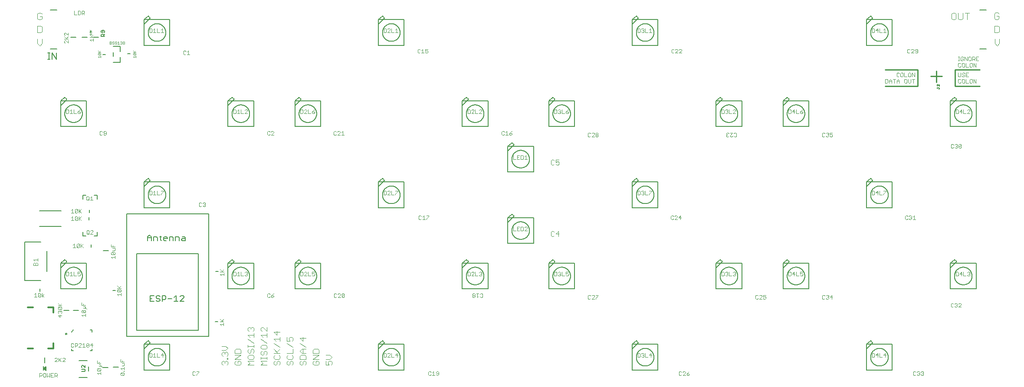
<source format=gto>
G75*
%MOIN*%
%OFA0B0*%
%FSLAX25Y25*%
%IPPOS*%
%LPD*%
%AMOC8*
5,1,8,0,0,1.08239X$1,22.5*
%
%ADD10C,0.00400*%
%ADD11C,0.00300*%
%ADD12C,0.01000*%
%ADD13C,0.00500*%
%ADD14C,0.00800*%
%ADD15C,0.00600*%
%ADD16C,0.01200*%
%ADD17R,0.00750X0.03500*%
%ADD18C,0.00200*%
D10*
X0071699Y0112135D02*
X0071699Y0113737D01*
X0072233Y0114270D01*
X0072767Y0114270D01*
X0073301Y0113737D01*
X0073301Y0112135D01*
X0074902Y0112135D02*
X0071699Y0112135D01*
X0073301Y0113737D02*
X0073834Y0114270D01*
X0074368Y0114270D01*
X0074902Y0113737D01*
X0074902Y0112135D01*
X0074902Y0115450D02*
X0074902Y0117585D01*
X0074902Y0116518D02*
X0071699Y0116518D01*
X0072767Y0115450D01*
X0216398Y0050079D02*
X0219467Y0050079D01*
X0221002Y0048544D01*
X0219467Y0047010D01*
X0216398Y0047010D01*
X0217165Y0045475D02*
X0217933Y0045475D01*
X0218700Y0044708D01*
X0219467Y0045475D01*
X0220235Y0045475D01*
X0221002Y0044708D01*
X0221002Y0043173D01*
X0220235Y0042406D01*
X0220235Y0040871D02*
X0221002Y0040871D01*
X0221002Y0040104D01*
X0220235Y0040104D01*
X0220235Y0040871D01*
X0220235Y0038569D02*
X0221002Y0037802D01*
X0221002Y0036267D01*
X0220235Y0035500D01*
X0218700Y0037035D02*
X0218700Y0037802D01*
X0219467Y0038569D01*
X0220235Y0038569D01*
X0218700Y0037802D02*
X0217933Y0038569D01*
X0217165Y0038569D01*
X0216398Y0037802D01*
X0216398Y0036267D01*
X0217165Y0035500D01*
X0226398Y0036267D02*
X0226398Y0037802D01*
X0227165Y0038569D01*
X0228700Y0038569D02*
X0228700Y0037035D01*
X0228700Y0038569D02*
X0230235Y0038569D01*
X0231002Y0037802D01*
X0231002Y0036267D01*
X0230235Y0035500D01*
X0227165Y0035500D01*
X0226398Y0036267D01*
X0226398Y0040104D02*
X0231002Y0043173D01*
X0226398Y0043173D01*
X0226398Y0044708D02*
X0226398Y0047010D01*
X0227165Y0047777D01*
X0230235Y0047777D01*
X0231002Y0047010D01*
X0231002Y0044708D01*
X0226398Y0044708D01*
X0226398Y0040104D02*
X0231002Y0040104D01*
X0236398Y0040871D02*
X0236398Y0042406D01*
X0237165Y0043173D01*
X0240235Y0043173D01*
X0241002Y0042406D01*
X0241002Y0040871D01*
X0240235Y0040104D01*
X0237165Y0040104D01*
X0236398Y0040871D01*
X0236398Y0038569D02*
X0241002Y0038569D01*
X0241002Y0035500D02*
X0236398Y0035500D01*
X0237933Y0037035D01*
X0236398Y0038569D01*
X0237165Y0044708D02*
X0237933Y0044708D01*
X0238700Y0045475D01*
X0238700Y0047010D01*
X0239467Y0047777D01*
X0240235Y0047777D01*
X0241002Y0047010D01*
X0241002Y0045475D01*
X0240235Y0044708D01*
X0237165Y0044708D02*
X0236398Y0045475D01*
X0236398Y0047010D01*
X0237165Y0047777D01*
X0236398Y0049312D02*
X0236398Y0050846D01*
X0236398Y0050079D02*
X0241002Y0050079D01*
X0241002Y0049312D02*
X0241002Y0050846D01*
X0241002Y0052381D02*
X0236398Y0055450D01*
X0237933Y0056985D02*
X0236398Y0058520D01*
X0241002Y0058520D01*
X0241002Y0060054D02*
X0241002Y0056985D01*
X0240235Y0061589D02*
X0241002Y0062356D01*
X0241002Y0063891D01*
X0240235Y0064658D01*
X0239467Y0064658D01*
X0238700Y0063891D01*
X0238700Y0063124D01*
X0238700Y0063891D02*
X0237933Y0064658D01*
X0237165Y0064658D01*
X0236398Y0063891D01*
X0236398Y0062356D01*
X0237165Y0061589D01*
X0246398Y0062356D02*
X0246398Y0063891D01*
X0247165Y0064658D01*
X0247933Y0064658D01*
X0251002Y0061589D01*
X0251002Y0064658D01*
X0251002Y0060054D02*
X0251002Y0056985D01*
X0251002Y0058520D02*
X0246398Y0058520D01*
X0247933Y0056985D01*
X0246398Y0055450D02*
X0251002Y0052381D01*
X0250235Y0050846D02*
X0247165Y0050846D01*
X0246398Y0050079D01*
X0246398Y0048544D01*
X0247165Y0047777D01*
X0250235Y0047777D01*
X0251002Y0048544D01*
X0251002Y0050079D01*
X0250235Y0050846D01*
X0250235Y0046242D02*
X0251002Y0045475D01*
X0251002Y0043941D01*
X0250235Y0043173D01*
X0251002Y0041639D02*
X0251002Y0040104D01*
X0251002Y0040871D02*
X0246398Y0040871D01*
X0246398Y0040104D02*
X0246398Y0041639D01*
X0247165Y0043173D02*
X0247933Y0043173D01*
X0248700Y0043941D01*
X0248700Y0045475D01*
X0249467Y0046242D01*
X0250235Y0046242D01*
X0247165Y0046242D02*
X0246398Y0045475D01*
X0246398Y0043941D01*
X0247165Y0043173D01*
X0246398Y0038569D02*
X0251002Y0038569D01*
X0251002Y0035500D02*
X0246398Y0035500D01*
X0247933Y0037035D01*
X0246398Y0038569D01*
X0256398Y0037802D02*
X0256398Y0036267D01*
X0257165Y0035500D01*
X0257933Y0035500D01*
X0258700Y0036267D01*
X0258700Y0037802D01*
X0259467Y0038569D01*
X0260235Y0038569D01*
X0261002Y0037802D01*
X0261002Y0036267D01*
X0260235Y0035500D01*
X0257165Y0038569D02*
X0256398Y0037802D01*
X0257165Y0040104D02*
X0260235Y0040104D01*
X0261002Y0040871D01*
X0261002Y0042406D01*
X0260235Y0043173D01*
X0261002Y0044708D02*
X0256398Y0044708D01*
X0257165Y0043173D02*
X0256398Y0042406D01*
X0256398Y0040871D01*
X0257165Y0040104D01*
X0259467Y0044708D02*
X0256398Y0047777D01*
X0258700Y0045475D02*
X0261002Y0047777D01*
X0261002Y0049312D02*
X0256398Y0052381D01*
X0257933Y0053916D02*
X0256398Y0055450D01*
X0261002Y0055450D01*
X0261002Y0053916D02*
X0261002Y0056985D01*
X0258700Y0058520D02*
X0258700Y0061589D01*
X0256398Y0060822D02*
X0258700Y0058520D01*
X0261002Y0060822D02*
X0256398Y0060822D01*
X0266398Y0056985D02*
X0266398Y0053916D01*
X0268700Y0053916D01*
X0267933Y0055450D01*
X0267933Y0056218D01*
X0268700Y0056985D01*
X0270235Y0056985D01*
X0271002Y0056218D01*
X0271002Y0054683D01*
X0270235Y0053916D01*
X0266398Y0052381D02*
X0271002Y0049312D01*
X0271002Y0047777D02*
X0271002Y0044708D01*
X0266398Y0044708D01*
X0267165Y0043173D02*
X0266398Y0042406D01*
X0266398Y0040871D01*
X0267165Y0040104D01*
X0270235Y0040104D01*
X0271002Y0040871D01*
X0271002Y0042406D01*
X0270235Y0043173D01*
X0270235Y0038569D02*
X0271002Y0037802D01*
X0271002Y0036267D01*
X0270235Y0035500D01*
X0268700Y0036267D02*
X0268700Y0037802D01*
X0269467Y0038569D01*
X0270235Y0038569D01*
X0268700Y0036267D02*
X0267933Y0035500D01*
X0267165Y0035500D01*
X0266398Y0036267D01*
X0266398Y0037802D01*
X0267165Y0038569D01*
X0276398Y0037802D02*
X0276398Y0036267D01*
X0277165Y0035500D01*
X0277933Y0035500D01*
X0278700Y0036267D01*
X0278700Y0037802D01*
X0279467Y0038569D01*
X0280235Y0038569D01*
X0281002Y0037802D01*
X0281002Y0036267D01*
X0280235Y0035500D01*
X0277165Y0038569D02*
X0276398Y0037802D01*
X0276398Y0040104D02*
X0276398Y0042406D01*
X0277165Y0043173D01*
X0280235Y0043173D01*
X0281002Y0042406D01*
X0281002Y0040104D01*
X0276398Y0040104D01*
X0277933Y0044708D02*
X0276398Y0046242D01*
X0277933Y0047777D01*
X0281002Y0047777D01*
X0281002Y0049312D02*
X0276398Y0052381D01*
X0278700Y0053916D02*
X0278700Y0056985D01*
X0276398Y0056218D02*
X0278700Y0053916D01*
X0281002Y0056218D02*
X0276398Y0056218D01*
X0278700Y0047777D02*
X0278700Y0044708D01*
X0277933Y0044708D02*
X0281002Y0044708D01*
X0286398Y0044708D02*
X0286398Y0047010D01*
X0287165Y0047777D01*
X0290235Y0047777D01*
X0291002Y0047010D01*
X0291002Y0044708D01*
X0286398Y0044708D01*
X0286398Y0043173D02*
X0291002Y0043173D01*
X0286398Y0040104D01*
X0291002Y0040104D01*
X0290235Y0038569D02*
X0288700Y0038569D01*
X0288700Y0037035D01*
X0287165Y0038569D02*
X0286398Y0037802D01*
X0286398Y0036267D01*
X0287165Y0035500D01*
X0290235Y0035500D01*
X0291002Y0036267D01*
X0291002Y0037802D01*
X0290235Y0038569D01*
X0296398Y0038569D02*
X0296398Y0035500D01*
X0298700Y0035500D01*
X0297933Y0037035D01*
X0297933Y0037802D01*
X0298700Y0038569D01*
X0300235Y0038569D01*
X0301002Y0037802D01*
X0301002Y0036267D01*
X0300235Y0035500D01*
X0299467Y0040104D02*
X0296398Y0040104D01*
X0296398Y0043173D02*
X0299467Y0043173D01*
X0301002Y0041639D01*
X0299467Y0040104D01*
X0247165Y0061589D02*
X0246398Y0062356D01*
X0218700Y0044708D02*
X0218700Y0043941D01*
X0217165Y0045475D02*
X0216398Y0044708D01*
X0216398Y0043173D01*
X0217165Y0042406D01*
X0076530Y0281400D02*
X0078265Y0283135D01*
X0078265Y0286604D01*
X0074796Y0286604D02*
X0074796Y0283135D01*
X0076530Y0281400D01*
X0077398Y0291550D02*
X0078265Y0292417D01*
X0078265Y0295887D01*
X0077398Y0296754D01*
X0074796Y0296754D01*
X0074796Y0291550D01*
X0077398Y0291550D01*
X0077398Y0301500D02*
X0078265Y0302367D01*
X0078265Y0304102D01*
X0076530Y0304102D01*
X0074796Y0302367D02*
X0075663Y0301500D01*
X0077398Y0301500D01*
X0074796Y0302367D02*
X0074796Y0305837D01*
X0075663Y0306704D01*
X0077398Y0306704D01*
X0078265Y0305837D01*
X0776983Y0305837D02*
X0776983Y0302367D01*
X0777850Y0301500D01*
X0779585Y0301500D01*
X0780452Y0302367D01*
X0780452Y0305837D01*
X0779585Y0306704D01*
X0777850Y0306704D01*
X0776983Y0305837D01*
X0782139Y0306704D02*
X0782139Y0302367D01*
X0783007Y0301500D01*
X0784741Y0301500D01*
X0785609Y0302367D01*
X0785609Y0306704D01*
X0787296Y0306704D02*
X0790765Y0306704D01*
X0789030Y0306704D02*
X0789030Y0301500D01*
X0809952Y0302467D02*
X0810819Y0301600D01*
X0812554Y0301600D01*
X0813422Y0302467D01*
X0813422Y0304202D01*
X0811687Y0304202D01*
X0813422Y0305937D02*
X0812554Y0306804D01*
X0810819Y0306804D01*
X0809952Y0305937D01*
X0809952Y0302467D01*
X0810102Y0296754D02*
X0812704Y0296754D01*
X0813572Y0295887D01*
X0813572Y0292417D01*
X0812704Y0291550D01*
X0810102Y0291550D01*
X0810102Y0296754D01*
X0810252Y0286604D02*
X0810252Y0283135D01*
X0811987Y0281400D01*
X0813722Y0283135D01*
X0813722Y0286604D01*
D11*
X0076236Y0029202D02*
X0076236Y0026300D01*
X0076236Y0027267D02*
X0077687Y0027267D01*
X0078171Y0027751D01*
X0078171Y0028719D01*
X0077687Y0029202D01*
X0076236Y0029202D01*
X0079182Y0028719D02*
X0079182Y0026784D01*
X0079666Y0026300D01*
X0080633Y0026300D01*
X0081117Y0026784D01*
X0081117Y0028719D01*
X0080633Y0029202D01*
X0079666Y0029202D01*
X0079182Y0028719D01*
X0082129Y0029202D02*
X0082129Y0026300D01*
X0083096Y0027267D01*
X0084064Y0026300D01*
X0084064Y0029202D01*
X0085075Y0029202D02*
X0085075Y0026300D01*
X0087010Y0026300D01*
X0088022Y0026300D02*
X0088022Y0029202D01*
X0089473Y0029202D01*
X0089957Y0028719D01*
X0089957Y0027751D01*
X0089473Y0027267D01*
X0088022Y0027267D01*
X0088989Y0027267D02*
X0089957Y0026300D01*
X0087010Y0029202D02*
X0085075Y0029202D01*
X0085075Y0027751D02*
X0086043Y0027751D01*
X0088052Y0038150D02*
X0089987Y0040085D01*
X0089987Y0040569D01*
X0089503Y0041052D01*
X0088536Y0041052D01*
X0088052Y0040569D01*
X0088052Y0038150D02*
X0089987Y0038150D01*
X0090998Y0038150D02*
X0090998Y0041052D01*
X0091482Y0039601D02*
X0092933Y0038150D01*
X0093945Y0038150D02*
X0095880Y0040085D01*
X0095880Y0040569D01*
X0095396Y0041052D01*
X0094429Y0041052D01*
X0093945Y0040569D01*
X0092933Y0041052D02*
X0090998Y0039117D01*
X0093945Y0038150D02*
X0095880Y0038150D01*
X0101043Y0049348D02*
X0102011Y0049348D01*
X0102494Y0049832D01*
X0103506Y0049348D02*
X0103506Y0052251D01*
X0104957Y0052251D01*
X0105441Y0051767D01*
X0105441Y0050800D01*
X0104957Y0050316D01*
X0103506Y0050316D01*
X0102494Y0051767D02*
X0102011Y0052251D01*
X0101043Y0052251D01*
X0100559Y0051767D01*
X0100559Y0049832D01*
X0101043Y0049348D01*
X0106452Y0049348D02*
X0108387Y0051283D01*
X0108387Y0051767D01*
X0107904Y0052251D01*
X0106936Y0052251D01*
X0106452Y0051767D01*
X0106452Y0049348D02*
X0108387Y0049348D01*
X0109399Y0049348D02*
X0111334Y0049348D01*
X0110366Y0049348D02*
X0110366Y0052251D01*
X0109399Y0051283D01*
X0112346Y0051767D02*
X0112829Y0052251D01*
X0113797Y0052251D01*
X0114280Y0051767D01*
X0112346Y0049832D01*
X0112829Y0049348D01*
X0113797Y0049348D01*
X0114280Y0049832D01*
X0114280Y0051767D01*
X0115292Y0050800D02*
X0117227Y0050800D01*
X0116743Y0052251D02*
X0115292Y0050800D01*
X0116743Y0049348D02*
X0116743Y0052251D01*
X0112346Y0051767D02*
X0112346Y0049832D01*
X0120529Y0038918D02*
X0120529Y0036983D01*
X0123431Y0036983D01*
X0122947Y0035971D02*
X0121980Y0035971D01*
X0122947Y0035971D02*
X0123431Y0035487D01*
X0123431Y0035004D01*
X0122947Y0034520D01*
X0123915Y0034520D01*
X0124399Y0034036D01*
X0122947Y0034520D02*
X0121980Y0034520D01*
X0122947Y0033025D02*
X0123431Y0032541D01*
X0123431Y0031573D01*
X0122947Y0031090D01*
X0121012Y0033025D01*
X0122947Y0033025D01*
X0121012Y0033025D02*
X0120529Y0032541D01*
X0120529Y0031573D01*
X0121012Y0031090D01*
X0122947Y0031090D01*
X0123431Y0030078D02*
X0123431Y0028143D01*
X0123431Y0029111D02*
X0120529Y0029111D01*
X0121496Y0028143D01*
X0121980Y0036983D02*
X0121980Y0037950D01*
X0138572Y0037904D02*
X0138572Y0039839D01*
X0140023Y0038872D02*
X0140023Y0037904D01*
X0139539Y0036893D02*
X0141474Y0036893D01*
X0141474Y0035442D01*
X0140991Y0034958D01*
X0139539Y0034958D01*
X0141474Y0033946D02*
X0141474Y0032011D01*
X0141474Y0032979D02*
X0138572Y0032979D01*
X0139539Y0032011D01*
X0140991Y0031022D02*
X0141474Y0031022D01*
X0141474Y0030538D01*
X0140991Y0030538D01*
X0140991Y0031022D01*
X0140991Y0029527D02*
X0141474Y0029043D01*
X0141474Y0028075D01*
X0140991Y0027592D01*
X0139056Y0029527D01*
X0140991Y0029527D01*
X0139056Y0029527D02*
X0138572Y0029043D01*
X0138572Y0028075D01*
X0139056Y0027592D01*
X0140991Y0027592D01*
X0141474Y0037904D02*
X0138572Y0037904D01*
X0160859Y0041725D02*
X0162310Y0041725D01*
X0162794Y0042209D01*
X0162794Y0044144D01*
X0162310Y0044627D01*
X0160859Y0044627D01*
X0160859Y0041725D01*
X0163805Y0041725D02*
X0165740Y0041725D01*
X0164773Y0041725D02*
X0164773Y0044627D01*
X0163805Y0043660D01*
X0166752Y0044627D02*
X0166752Y0041725D01*
X0168687Y0041725D01*
X0169698Y0043176D02*
X0171633Y0043176D01*
X0171150Y0041725D02*
X0171150Y0044627D01*
X0169698Y0043176D01*
X0193898Y0030069D02*
X0193898Y0028134D01*
X0194382Y0027650D01*
X0195349Y0027650D01*
X0195833Y0028134D01*
X0196845Y0028134D02*
X0196845Y0027650D01*
X0196845Y0028134D02*
X0198780Y0030069D01*
X0198780Y0030552D01*
X0196845Y0030552D01*
X0195833Y0030069D02*
X0195349Y0030552D01*
X0194382Y0030552D01*
X0193898Y0030069D01*
X0215867Y0066007D02*
X0214899Y0066974D01*
X0217802Y0066974D01*
X0217802Y0066007D02*
X0217802Y0067942D01*
X0217802Y0068953D02*
X0214899Y0068953D01*
X0216351Y0069437D02*
X0217802Y0070888D01*
X0216834Y0068953D02*
X0214899Y0070888D01*
X0251398Y0088134D02*
X0251882Y0087650D01*
X0252849Y0087650D01*
X0253333Y0088134D01*
X0254345Y0088134D02*
X0254828Y0087650D01*
X0255796Y0087650D01*
X0256280Y0088134D01*
X0256280Y0088617D01*
X0255796Y0089101D01*
X0254345Y0089101D01*
X0254345Y0088134D01*
X0254345Y0089101D02*
X0255312Y0090069D01*
X0256280Y0090552D01*
X0253333Y0090069D02*
X0252849Y0090552D01*
X0251882Y0090552D01*
X0251398Y0090069D01*
X0251398Y0088134D01*
X0235550Y0104225D02*
X0234582Y0104225D01*
X0234098Y0104709D01*
X0233087Y0104225D02*
X0231152Y0104225D01*
X0231152Y0107127D01*
X0229173Y0107127D02*
X0229173Y0104225D01*
X0230140Y0104225D02*
X0228205Y0104225D01*
X0227194Y0104709D02*
X0226710Y0104225D01*
X0225259Y0104225D01*
X0225259Y0107127D01*
X0226710Y0107127D01*
X0227194Y0106644D01*
X0227194Y0104709D01*
X0228205Y0106160D02*
X0229173Y0107127D01*
X0234098Y0106644D02*
X0234582Y0107127D01*
X0235550Y0107127D01*
X0236033Y0106644D01*
X0236033Y0106160D01*
X0235550Y0105676D01*
X0236033Y0105192D01*
X0236033Y0104709D01*
X0235550Y0104225D01*
X0235550Y0105676D02*
X0235066Y0105676D01*
X0218052Y0105424D02*
X0215149Y0105424D01*
X0216117Y0104457D01*
X0218052Y0104457D02*
X0218052Y0106392D01*
X0218052Y0107403D02*
X0215149Y0107403D01*
X0216601Y0107887D02*
X0218052Y0109338D01*
X0217084Y0107403D02*
X0215149Y0109338D01*
X0276759Y0107127D02*
X0276759Y0104225D01*
X0278210Y0104225D01*
X0278694Y0104709D01*
X0278694Y0106644D01*
X0278210Y0107127D01*
X0276759Y0107127D01*
X0279705Y0106644D02*
X0280189Y0107127D01*
X0281157Y0107127D01*
X0281640Y0106644D01*
X0281640Y0106160D01*
X0279705Y0104225D01*
X0281640Y0104225D01*
X0282652Y0104225D02*
X0284587Y0104225D01*
X0285598Y0104709D02*
X0286082Y0104225D01*
X0287050Y0104225D01*
X0287533Y0104709D01*
X0287533Y0105676D01*
X0287050Y0106160D01*
X0286566Y0106160D01*
X0285598Y0105676D01*
X0285598Y0107127D01*
X0287533Y0107127D01*
X0282652Y0107127D02*
X0282652Y0104225D01*
X0302648Y0090069D02*
X0302648Y0088134D01*
X0303132Y0087650D01*
X0304099Y0087650D01*
X0304583Y0088134D01*
X0305595Y0087650D02*
X0307530Y0089585D01*
X0307530Y0090069D01*
X0307046Y0090552D01*
X0306078Y0090552D01*
X0305595Y0090069D01*
X0304583Y0090069D02*
X0304099Y0090552D01*
X0303132Y0090552D01*
X0302648Y0090069D01*
X0305595Y0087650D02*
X0307530Y0087650D01*
X0308541Y0088134D02*
X0310476Y0090069D01*
X0310476Y0088134D01*
X0309992Y0087650D01*
X0309025Y0087650D01*
X0308541Y0088134D01*
X0308541Y0090069D01*
X0309025Y0090552D01*
X0309992Y0090552D01*
X0310476Y0090069D01*
X0340859Y0044627D02*
X0342310Y0044627D01*
X0342794Y0044144D01*
X0342794Y0042209D01*
X0342310Y0041725D01*
X0340859Y0041725D01*
X0340859Y0044627D01*
X0343805Y0044144D02*
X0344289Y0044627D01*
X0345257Y0044627D01*
X0345740Y0044144D01*
X0345740Y0043660D01*
X0343805Y0041725D01*
X0345740Y0041725D01*
X0346752Y0041725D02*
X0348687Y0041725D01*
X0349698Y0043176D02*
X0351633Y0043176D01*
X0351150Y0041725D02*
X0351150Y0044627D01*
X0349698Y0043176D01*
X0346752Y0044627D02*
X0346752Y0041725D01*
X0375148Y0030069D02*
X0375148Y0028134D01*
X0375632Y0027650D01*
X0376599Y0027650D01*
X0377083Y0028134D01*
X0378095Y0027650D02*
X0380030Y0027650D01*
X0379062Y0027650D02*
X0379062Y0030552D01*
X0378095Y0029585D01*
X0377083Y0030069D02*
X0376599Y0030552D01*
X0375632Y0030552D01*
X0375148Y0030069D01*
X0381041Y0030069D02*
X0381041Y0029585D01*
X0381525Y0029101D01*
X0382976Y0029101D01*
X0382976Y0028134D02*
X0382976Y0030069D01*
X0382492Y0030552D01*
X0381525Y0030552D01*
X0381041Y0030069D01*
X0381041Y0028134D02*
X0381525Y0027650D01*
X0382492Y0027650D01*
X0382976Y0028134D01*
X0409390Y0087648D02*
X0408906Y0088131D01*
X0408906Y0088615D01*
X0409390Y0089099D01*
X0410357Y0089099D01*
X0410841Y0088615D01*
X0410841Y0088131D01*
X0410357Y0087648D01*
X0409390Y0087648D01*
X0409390Y0089099D02*
X0408906Y0089583D01*
X0408906Y0090066D01*
X0409390Y0090550D01*
X0410357Y0090550D01*
X0410841Y0090066D01*
X0410841Y0089583D01*
X0410357Y0089099D01*
X0411853Y0090550D02*
X0413788Y0090550D01*
X0412820Y0090550D02*
X0412820Y0087648D01*
X0413788Y0088615D01*
X0414799Y0088131D02*
X0415283Y0087648D01*
X0416251Y0087648D01*
X0416734Y0088131D01*
X0416734Y0090066D01*
X0416251Y0090550D01*
X0415283Y0090550D01*
X0414799Y0090066D01*
X0414582Y0104225D02*
X0414098Y0104709D01*
X0414582Y0104225D02*
X0415550Y0104225D01*
X0416033Y0104709D01*
X0416033Y0105192D01*
X0415550Y0105676D01*
X0415066Y0105676D01*
X0415550Y0105676D02*
X0416033Y0106160D01*
X0416033Y0106644D01*
X0415550Y0107127D01*
X0414582Y0107127D01*
X0414098Y0106644D01*
X0413087Y0104225D02*
X0411152Y0104225D01*
X0411152Y0107127D01*
X0410140Y0106644D02*
X0409657Y0107127D01*
X0408689Y0107127D01*
X0408205Y0106644D01*
X0407194Y0106644D02*
X0406710Y0107127D01*
X0405259Y0107127D01*
X0405259Y0104225D01*
X0406710Y0104225D01*
X0407194Y0104709D01*
X0407194Y0106644D01*
X0408205Y0104225D02*
X0410140Y0106160D01*
X0410140Y0106644D01*
X0410140Y0104225D02*
X0408205Y0104225D01*
X0469302Y0135367D02*
X0469919Y0134750D01*
X0471153Y0134750D01*
X0471770Y0135367D01*
X0472985Y0136602D02*
X0475453Y0136602D01*
X0474836Y0138453D02*
X0472985Y0136602D01*
X0471770Y0137836D02*
X0471153Y0138453D01*
X0469919Y0138453D01*
X0469302Y0137836D01*
X0469302Y0135367D01*
X0474836Y0134750D02*
X0474836Y0138453D01*
X0451033Y0139028D02*
X0449098Y0139028D01*
X0451033Y0140963D01*
X0451033Y0141447D01*
X0450550Y0141930D01*
X0449582Y0141930D01*
X0449098Y0141447D01*
X0448087Y0141447D02*
X0447603Y0141930D01*
X0446152Y0141930D01*
X0446152Y0139028D01*
X0447603Y0139028D01*
X0448087Y0139512D01*
X0448087Y0141447D01*
X0445140Y0141930D02*
X0443205Y0141930D01*
X0443205Y0139028D01*
X0445140Y0139028D01*
X0444173Y0140479D02*
X0443205Y0140479D01*
X0442194Y0139028D02*
X0440259Y0139028D01*
X0440259Y0141930D01*
X0471759Y0107127D02*
X0473210Y0107127D01*
X0473694Y0106644D01*
X0473694Y0104709D01*
X0473210Y0104225D01*
X0471759Y0104225D01*
X0471759Y0107127D01*
X0474705Y0106644D02*
X0475189Y0107127D01*
X0476157Y0107127D01*
X0476640Y0106644D01*
X0476640Y0106160D01*
X0476157Y0105676D01*
X0476640Y0105192D01*
X0476640Y0104709D01*
X0476157Y0104225D01*
X0475189Y0104225D01*
X0474705Y0104709D01*
X0475673Y0105676D02*
X0476157Y0105676D01*
X0477652Y0107127D02*
X0477652Y0104225D01*
X0479587Y0104225D01*
X0480598Y0104709D02*
X0481082Y0104225D01*
X0482050Y0104225D01*
X0482533Y0104709D01*
X0482533Y0105676D01*
X0482050Y0106160D01*
X0481566Y0106160D01*
X0480598Y0105676D01*
X0480598Y0107127D01*
X0482533Y0107127D01*
X0498132Y0089302D02*
X0497648Y0088819D01*
X0497648Y0086884D01*
X0498132Y0086400D01*
X0499099Y0086400D01*
X0499583Y0086884D01*
X0500595Y0086400D02*
X0502530Y0088335D01*
X0502530Y0088819D01*
X0502046Y0089302D01*
X0501078Y0089302D01*
X0500595Y0088819D01*
X0499583Y0088819D02*
X0499099Y0089302D01*
X0498132Y0089302D01*
X0500595Y0086400D02*
X0502530Y0086400D01*
X0503541Y0086400D02*
X0503541Y0086884D01*
X0505476Y0088819D01*
X0505476Y0089302D01*
X0503541Y0089302D01*
X0535859Y0044627D02*
X0537310Y0044627D01*
X0537794Y0044144D01*
X0537794Y0042209D01*
X0537310Y0041725D01*
X0535859Y0041725D01*
X0535859Y0044627D01*
X0538805Y0044144D02*
X0539289Y0044627D01*
X0540257Y0044627D01*
X0540740Y0044144D01*
X0540740Y0043660D01*
X0540257Y0043176D01*
X0540740Y0042692D01*
X0540740Y0042209D01*
X0540257Y0041725D01*
X0539289Y0041725D01*
X0538805Y0042209D01*
X0539773Y0043176D02*
X0540257Y0043176D01*
X0541752Y0041725D02*
X0543687Y0041725D01*
X0544698Y0043176D02*
X0546633Y0043176D01*
X0546150Y0041725D02*
X0546150Y0044627D01*
X0544698Y0043176D01*
X0541752Y0044627D02*
X0541752Y0041725D01*
X0567648Y0030069D02*
X0567648Y0028134D01*
X0568132Y0027650D01*
X0569099Y0027650D01*
X0569583Y0028134D01*
X0570595Y0027650D02*
X0572530Y0029585D01*
X0572530Y0030069D01*
X0572046Y0030552D01*
X0571078Y0030552D01*
X0570595Y0030069D01*
X0569583Y0030069D02*
X0569099Y0030552D01*
X0568132Y0030552D01*
X0567648Y0030069D01*
X0570595Y0027650D02*
X0572530Y0027650D01*
X0573541Y0028134D02*
X0574025Y0027650D01*
X0574992Y0027650D01*
X0575476Y0028134D01*
X0575476Y0028617D01*
X0574992Y0029101D01*
X0573541Y0029101D01*
X0573541Y0028134D01*
X0573541Y0029101D02*
X0574509Y0030069D01*
X0575476Y0030552D01*
X0626882Y0086400D02*
X0627849Y0086400D01*
X0628333Y0086884D01*
X0629345Y0086400D02*
X0631280Y0088335D01*
X0631280Y0088819D01*
X0630796Y0089302D01*
X0629828Y0089302D01*
X0629345Y0088819D01*
X0628333Y0088819D02*
X0627849Y0089302D01*
X0626882Y0089302D01*
X0626398Y0088819D01*
X0626398Y0086884D01*
X0626882Y0086400D01*
X0629345Y0086400D02*
X0631280Y0086400D01*
X0632291Y0086884D02*
X0632775Y0086400D01*
X0633742Y0086400D01*
X0634226Y0086884D01*
X0634226Y0087851D01*
X0633742Y0088335D01*
X0633259Y0088335D01*
X0632291Y0087851D01*
X0632291Y0089302D01*
X0634226Y0089302D01*
X0651759Y0104225D02*
X0653210Y0104225D01*
X0653694Y0104709D01*
X0653694Y0106644D01*
X0653210Y0107127D01*
X0651759Y0107127D01*
X0651759Y0104225D01*
X0654705Y0105676D02*
X0656640Y0105676D01*
X0656157Y0104225D02*
X0656157Y0107127D01*
X0654705Y0105676D01*
X0657652Y0107127D02*
X0657652Y0104225D01*
X0659587Y0104225D01*
X0660598Y0104709D02*
X0661082Y0104225D01*
X0662050Y0104225D01*
X0662533Y0104709D01*
X0662533Y0105676D01*
X0662050Y0106160D01*
X0661566Y0106160D01*
X0660598Y0105676D01*
X0660598Y0107127D01*
X0662533Y0107127D01*
X0678132Y0089302D02*
X0677648Y0088819D01*
X0677648Y0086884D01*
X0678132Y0086400D01*
X0679099Y0086400D01*
X0679583Y0086884D01*
X0680595Y0086884D02*
X0681078Y0086400D01*
X0682046Y0086400D01*
X0682530Y0086884D01*
X0682530Y0087367D01*
X0682046Y0087851D01*
X0681562Y0087851D01*
X0682046Y0087851D02*
X0682530Y0088335D01*
X0682530Y0088819D01*
X0682046Y0089302D01*
X0681078Y0089302D01*
X0680595Y0088819D01*
X0679583Y0088819D02*
X0679099Y0089302D01*
X0678132Y0089302D01*
X0683541Y0087851D02*
X0685476Y0087851D01*
X0684992Y0086400D02*
X0684992Y0089302D01*
X0683541Y0087851D01*
X0611033Y0104709D02*
X0610550Y0104225D01*
X0609582Y0104225D01*
X0609098Y0104709D01*
X0608087Y0104225D02*
X0606152Y0104225D01*
X0606152Y0107127D01*
X0605140Y0106644D02*
X0605140Y0106160D01*
X0604657Y0105676D01*
X0605140Y0105192D01*
X0605140Y0104709D01*
X0604657Y0104225D01*
X0603689Y0104225D01*
X0603205Y0104709D01*
X0602194Y0104709D02*
X0602194Y0106644D01*
X0601710Y0107127D01*
X0600259Y0107127D01*
X0600259Y0104225D01*
X0601710Y0104225D01*
X0602194Y0104709D01*
X0603205Y0106644D02*
X0603689Y0107127D01*
X0604657Y0107127D01*
X0605140Y0106644D01*
X0604657Y0105676D02*
X0604173Y0105676D01*
X0609098Y0106644D02*
X0609582Y0107127D01*
X0610550Y0107127D01*
X0611033Y0106644D01*
X0611033Y0106160D01*
X0610550Y0105676D01*
X0611033Y0105192D01*
X0611033Y0104709D01*
X0610550Y0105676D02*
X0610066Y0105676D01*
X0568742Y0147650D02*
X0568742Y0150552D01*
X0567291Y0149101D01*
X0569226Y0149101D01*
X0566280Y0149585D02*
X0566280Y0150069D01*
X0565796Y0150552D01*
X0564828Y0150552D01*
X0564345Y0150069D01*
X0563333Y0150069D02*
X0562849Y0150552D01*
X0561882Y0150552D01*
X0561398Y0150069D01*
X0561398Y0148134D01*
X0561882Y0147650D01*
X0562849Y0147650D01*
X0563333Y0148134D01*
X0564345Y0147650D02*
X0566280Y0149585D01*
X0566280Y0147650D02*
X0564345Y0147650D01*
X0544698Y0166725D02*
X0544698Y0167209D01*
X0546633Y0169144D01*
X0546633Y0169627D01*
X0544698Y0169627D01*
X0541752Y0169627D02*
X0541752Y0166725D01*
X0543687Y0166725D01*
X0540740Y0167209D02*
X0540257Y0166725D01*
X0539289Y0166725D01*
X0538805Y0167209D01*
X0537794Y0167209D02*
X0537794Y0169144D01*
X0537310Y0169627D01*
X0535859Y0169627D01*
X0535859Y0166725D01*
X0537310Y0166725D01*
X0537794Y0167209D01*
X0538805Y0169144D02*
X0539289Y0169627D01*
X0540257Y0169627D01*
X0540740Y0169144D01*
X0540740Y0168660D01*
X0540257Y0168176D01*
X0540740Y0167692D01*
X0540740Y0167209D01*
X0540257Y0168176D02*
X0539773Y0168176D01*
X0475453Y0190367D02*
X0474836Y0189750D01*
X0473602Y0189750D01*
X0472985Y0190367D01*
X0471770Y0190367D02*
X0471153Y0189750D01*
X0469919Y0189750D01*
X0469302Y0190367D01*
X0469302Y0192836D01*
X0469919Y0193453D01*
X0471153Y0193453D01*
X0471770Y0192836D01*
X0472985Y0193453D02*
X0472985Y0191602D01*
X0474219Y0192219D01*
X0474836Y0192219D01*
X0475453Y0191602D01*
X0475453Y0190367D01*
X0475453Y0193453D02*
X0472985Y0193453D01*
X0451033Y0194028D02*
X0449098Y0194028D01*
X0450066Y0194028D02*
X0450066Y0196930D01*
X0449098Y0195963D01*
X0448087Y0196447D02*
X0447603Y0196930D01*
X0446152Y0196930D01*
X0446152Y0194028D01*
X0447603Y0194028D01*
X0448087Y0194512D01*
X0448087Y0196447D01*
X0445140Y0196930D02*
X0443205Y0196930D01*
X0443205Y0194028D01*
X0445140Y0194028D01*
X0444173Y0195479D02*
X0443205Y0195479D01*
X0442194Y0194028D02*
X0440259Y0194028D01*
X0440259Y0196930D01*
X0438742Y0212650D02*
X0437775Y0212650D01*
X0437291Y0213134D01*
X0437291Y0214101D01*
X0438742Y0214101D01*
X0439226Y0213617D01*
X0439226Y0213134D01*
X0438742Y0212650D01*
X0437291Y0214101D02*
X0438259Y0215069D01*
X0439226Y0215552D01*
X0435312Y0215552D02*
X0435312Y0212650D01*
X0434345Y0212650D02*
X0436280Y0212650D01*
X0434345Y0214585D02*
X0435312Y0215552D01*
X0433333Y0215069D02*
X0432849Y0215552D01*
X0431882Y0215552D01*
X0431398Y0215069D01*
X0431398Y0213134D01*
X0431882Y0212650D01*
X0432849Y0212650D01*
X0433333Y0213134D01*
X0416033Y0229225D02*
X0414098Y0229225D01*
X0416033Y0231160D01*
X0416033Y0231644D01*
X0415550Y0232127D01*
X0414582Y0232127D01*
X0414098Y0231644D01*
X0413087Y0229225D02*
X0411152Y0229225D01*
X0411152Y0232127D01*
X0410140Y0231644D02*
X0409657Y0232127D01*
X0408689Y0232127D01*
X0408205Y0231644D01*
X0407194Y0231644D02*
X0406710Y0232127D01*
X0405259Y0232127D01*
X0405259Y0229225D01*
X0406710Y0229225D01*
X0407194Y0229709D01*
X0407194Y0231644D01*
X0408205Y0229225D02*
X0410140Y0231160D01*
X0410140Y0231644D01*
X0410140Y0229225D02*
X0408205Y0229225D01*
X0471759Y0229225D02*
X0473210Y0229225D01*
X0473694Y0229709D01*
X0473694Y0231644D01*
X0473210Y0232127D01*
X0471759Y0232127D01*
X0471759Y0229225D01*
X0474705Y0229709D02*
X0475189Y0229225D01*
X0476157Y0229225D01*
X0476640Y0229709D01*
X0476640Y0230192D01*
X0476157Y0230676D01*
X0475673Y0230676D01*
X0476157Y0230676D02*
X0476640Y0231160D01*
X0476640Y0231644D01*
X0476157Y0232127D01*
X0475189Y0232127D01*
X0474705Y0231644D01*
X0477652Y0232127D02*
X0477652Y0229225D01*
X0479587Y0229225D01*
X0480598Y0229709D02*
X0481082Y0229225D01*
X0482050Y0229225D01*
X0482533Y0229709D01*
X0482533Y0230192D01*
X0482050Y0230676D01*
X0480598Y0230676D01*
X0480598Y0229709D01*
X0480598Y0230676D02*
X0481566Y0231644D01*
X0482533Y0232127D01*
X0498132Y0214302D02*
X0497648Y0213819D01*
X0497648Y0211884D01*
X0498132Y0211400D01*
X0499099Y0211400D01*
X0499583Y0211884D01*
X0500595Y0211400D02*
X0502530Y0213335D01*
X0502530Y0213819D01*
X0502046Y0214302D01*
X0501078Y0214302D01*
X0500595Y0213819D01*
X0499583Y0213819D02*
X0499099Y0214302D01*
X0498132Y0214302D01*
X0500595Y0211400D02*
X0502530Y0211400D01*
X0503541Y0211884D02*
X0503541Y0212367D01*
X0504025Y0212851D01*
X0504992Y0212851D01*
X0505476Y0212367D01*
X0505476Y0211884D01*
X0504992Y0211400D01*
X0504025Y0211400D01*
X0503541Y0211884D01*
X0504025Y0212851D02*
X0503541Y0213335D01*
X0503541Y0213819D01*
X0504025Y0214302D01*
X0504992Y0214302D01*
X0505476Y0213819D01*
X0505476Y0213335D01*
X0504992Y0212851D01*
X0600259Y0229225D02*
X0601710Y0229225D01*
X0602194Y0229709D01*
X0602194Y0231644D01*
X0601710Y0232127D01*
X0600259Y0232127D01*
X0600259Y0229225D01*
X0603205Y0229709D02*
X0603689Y0229225D01*
X0604657Y0229225D01*
X0605140Y0229709D01*
X0605140Y0230192D01*
X0604657Y0230676D01*
X0604173Y0230676D01*
X0604657Y0230676D02*
X0605140Y0231160D01*
X0605140Y0231644D01*
X0604657Y0232127D01*
X0603689Y0232127D01*
X0603205Y0231644D01*
X0606152Y0232127D02*
X0606152Y0229225D01*
X0608087Y0229225D01*
X0609098Y0229225D02*
X0611033Y0231160D01*
X0611033Y0231644D01*
X0610550Y0232127D01*
X0609582Y0232127D01*
X0609098Y0231644D01*
X0609098Y0229225D02*
X0611033Y0229225D01*
X0611251Y0214300D02*
X0610283Y0214300D01*
X0609799Y0213816D01*
X0608788Y0214300D02*
X0606853Y0212365D01*
X0606853Y0211881D01*
X0607337Y0211398D01*
X0608304Y0211398D01*
X0608788Y0211881D01*
X0609799Y0211881D02*
X0610283Y0211398D01*
X0611251Y0211398D01*
X0611734Y0211881D01*
X0611734Y0213816D01*
X0611251Y0214300D01*
X0608788Y0214300D02*
X0606853Y0214300D01*
X0605841Y0213816D02*
X0605357Y0214300D01*
X0604390Y0214300D01*
X0603906Y0213816D01*
X0603906Y0213333D01*
X0604390Y0212849D01*
X0604874Y0212849D01*
X0604390Y0212849D02*
X0603906Y0212365D01*
X0603906Y0211881D01*
X0604390Y0211398D01*
X0605357Y0211398D01*
X0605841Y0211881D01*
X0651759Y0229225D02*
X0651759Y0232127D01*
X0653210Y0232127D01*
X0653694Y0231644D01*
X0653694Y0229709D01*
X0653210Y0229225D01*
X0651759Y0229225D01*
X0654705Y0230676D02*
X0656157Y0232127D01*
X0656157Y0229225D01*
X0657652Y0229225D02*
X0659587Y0229225D01*
X0660598Y0229709D02*
X0661082Y0229225D01*
X0662050Y0229225D01*
X0662533Y0229709D01*
X0662533Y0230192D01*
X0662050Y0230676D01*
X0660598Y0230676D01*
X0660598Y0229709D01*
X0660598Y0230676D02*
X0661566Y0231644D01*
X0662533Y0232127D01*
X0657652Y0232127D02*
X0657652Y0229225D01*
X0656640Y0230676D02*
X0654705Y0230676D01*
X0677648Y0213819D02*
X0678132Y0214302D01*
X0679099Y0214302D01*
X0679583Y0213819D01*
X0680595Y0213819D02*
X0681078Y0214302D01*
X0682046Y0214302D01*
X0682530Y0213819D01*
X0682530Y0213335D01*
X0682046Y0212851D01*
X0682530Y0212367D01*
X0682530Y0211884D01*
X0682046Y0211400D01*
X0681078Y0211400D01*
X0680595Y0211884D01*
X0679583Y0211884D02*
X0679099Y0211400D01*
X0678132Y0211400D01*
X0677648Y0211884D01*
X0677648Y0213819D01*
X0681562Y0212851D02*
X0682046Y0212851D01*
X0683541Y0212851D02*
X0684509Y0213335D01*
X0684992Y0213335D01*
X0685476Y0212851D01*
X0685476Y0211884D01*
X0684992Y0211400D01*
X0684025Y0211400D01*
X0683541Y0211884D01*
X0683541Y0212851D02*
X0683541Y0214302D01*
X0685476Y0214302D01*
X0726030Y0252750D02*
X0727481Y0252750D01*
X0727965Y0253234D01*
X0727965Y0255169D01*
X0727481Y0255652D01*
X0726030Y0255652D01*
X0726030Y0252750D01*
X0728976Y0252750D02*
X0728976Y0254685D01*
X0729944Y0255652D01*
X0730911Y0254685D01*
X0730911Y0252750D01*
X0730911Y0254201D02*
X0728976Y0254201D01*
X0731923Y0255652D02*
X0733858Y0255652D01*
X0732890Y0255652D02*
X0732890Y0252750D01*
X0734869Y0252750D02*
X0734869Y0254685D01*
X0735837Y0255652D01*
X0736804Y0254685D01*
X0736804Y0252750D01*
X0736804Y0254201D02*
X0734869Y0254201D01*
X0735353Y0257550D02*
X0736321Y0257550D01*
X0736804Y0258034D01*
X0737816Y0258034D02*
X0738300Y0257550D01*
X0739267Y0257550D01*
X0739751Y0258034D01*
X0739751Y0259969D01*
X0739267Y0260452D01*
X0738300Y0260452D01*
X0737816Y0259969D01*
X0737816Y0258034D01*
X0736804Y0259969D02*
X0736321Y0260452D01*
X0735353Y0260452D01*
X0734869Y0259969D01*
X0734869Y0258034D01*
X0735353Y0257550D01*
X0740762Y0257550D02*
X0740762Y0260452D01*
X0740762Y0257550D02*
X0742697Y0257550D01*
X0743709Y0258034D02*
X0744193Y0257550D01*
X0745160Y0257550D01*
X0745644Y0258034D01*
X0745644Y0259969D01*
X0745160Y0260452D01*
X0744193Y0260452D01*
X0743709Y0259969D01*
X0743709Y0258034D01*
X0743709Y0255652D02*
X0743709Y0253234D01*
X0744193Y0252750D01*
X0745160Y0252750D01*
X0745644Y0253234D01*
X0745644Y0255652D01*
X0746655Y0255652D02*
X0748590Y0255652D01*
X0747623Y0255652D02*
X0747623Y0252750D01*
X0748590Y0257550D02*
X0748590Y0260452D01*
X0746655Y0260452D02*
X0748590Y0257550D01*
X0746655Y0257550D02*
X0746655Y0260452D01*
X0742214Y0255652D02*
X0742697Y0255169D01*
X0742697Y0253234D01*
X0742214Y0252750D01*
X0741246Y0252750D01*
X0740762Y0253234D01*
X0740762Y0255169D01*
X0741246Y0255652D01*
X0742214Y0255652D01*
X0743582Y0275800D02*
X0744549Y0275800D01*
X0745033Y0276284D01*
X0746045Y0275800D02*
X0747980Y0277735D01*
X0747980Y0278219D01*
X0747496Y0278702D01*
X0746528Y0278702D01*
X0746045Y0278219D01*
X0745033Y0278219D02*
X0744549Y0278702D01*
X0743582Y0278702D01*
X0743098Y0278219D01*
X0743098Y0276284D01*
X0743582Y0275800D01*
X0746045Y0275800D02*
X0747980Y0275800D01*
X0748991Y0276284D02*
X0749475Y0275800D01*
X0750442Y0275800D01*
X0750926Y0276284D01*
X0750926Y0278219D01*
X0750442Y0278702D01*
X0749475Y0278702D01*
X0748991Y0278219D01*
X0748991Y0277735D01*
X0749475Y0277251D01*
X0750926Y0277251D01*
X0726633Y0291725D02*
X0724698Y0291725D01*
X0725666Y0291725D02*
X0725666Y0294627D01*
X0724698Y0293660D01*
X0723687Y0291725D02*
X0721752Y0291725D01*
X0721752Y0294627D01*
X0720257Y0294627D02*
X0718805Y0293176D01*
X0720740Y0293176D01*
X0720257Y0291725D02*
X0720257Y0294627D01*
X0717794Y0294144D02*
X0717310Y0294627D01*
X0715859Y0294627D01*
X0715859Y0291725D01*
X0717310Y0291725D01*
X0717794Y0292209D01*
X0717794Y0294144D01*
X0782102Y0272802D02*
X0783069Y0272802D01*
X0782586Y0272802D02*
X0782586Y0269900D01*
X0783069Y0269900D02*
X0782102Y0269900D01*
X0782586Y0268002D02*
X0782102Y0267519D01*
X0782102Y0265584D01*
X0782586Y0265100D01*
X0783553Y0265100D01*
X0784037Y0265584D01*
X0785048Y0265584D02*
X0785532Y0265100D01*
X0786500Y0265100D01*
X0786983Y0265584D01*
X0786983Y0267519D01*
X0786500Y0268002D01*
X0785532Y0268002D01*
X0785048Y0267519D01*
X0785048Y0265584D01*
X0784037Y0267519D02*
X0783553Y0268002D01*
X0782586Y0268002D01*
X0784550Y0269900D02*
X0785518Y0269900D01*
X0786001Y0270384D01*
X0786001Y0271351D01*
X0785034Y0271351D01*
X0784066Y0270384D02*
X0784550Y0269900D01*
X0784066Y0270384D02*
X0784066Y0272319D01*
X0784550Y0272802D01*
X0785518Y0272802D01*
X0786001Y0272319D01*
X0787013Y0272802D02*
X0788948Y0269900D01*
X0788948Y0272802D01*
X0789959Y0272319D02*
X0789959Y0270384D01*
X0790443Y0269900D01*
X0791411Y0269900D01*
X0791894Y0270384D01*
X0791894Y0272319D01*
X0791411Y0272802D01*
X0790443Y0272802D01*
X0789959Y0272319D01*
X0787013Y0272802D02*
X0787013Y0269900D01*
X0787995Y0268002D02*
X0787995Y0265100D01*
X0789930Y0265100D01*
X0790942Y0265584D02*
X0791425Y0265100D01*
X0792393Y0265100D01*
X0792877Y0265584D01*
X0792877Y0267519D01*
X0792393Y0268002D01*
X0791425Y0268002D01*
X0790942Y0267519D01*
X0790942Y0265584D01*
X0793888Y0265100D02*
X0793888Y0268002D01*
X0795823Y0265100D01*
X0795823Y0268002D01*
X0795852Y0269900D02*
X0797787Y0269900D01*
X0796820Y0271351D02*
X0795852Y0271351D01*
X0794841Y0271351D02*
X0794357Y0270867D01*
X0792906Y0270867D01*
X0792906Y0269900D02*
X0792906Y0272802D01*
X0794357Y0272802D01*
X0794841Y0272319D01*
X0794841Y0271351D01*
X0793873Y0270867D02*
X0794841Y0269900D01*
X0795852Y0269900D02*
X0795852Y0272802D01*
X0797787Y0272802D01*
X0789930Y0260452D02*
X0787995Y0260452D01*
X0787995Y0257550D01*
X0789930Y0257550D01*
X0788962Y0259001D02*
X0787995Y0259001D01*
X0786983Y0258517D02*
X0786983Y0258034D01*
X0786500Y0257550D01*
X0785532Y0257550D01*
X0785048Y0258034D01*
X0784037Y0258034D02*
X0784037Y0260452D01*
X0785048Y0259969D02*
X0785048Y0259485D01*
X0785532Y0259001D01*
X0786500Y0259001D01*
X0786983Y0258517D01*
X0786983Y0259969D02*
X0786500Y0260452D01*
X0785532Y0260452D01*
X0785048Y0259969D01*
X0784037Y0258034D02*
X0783553Y0257550D01*
X0782586Y0257550D01*
X0782102Y0258034D01*
X0782102Y0260452D01*
X0782586Y0255652D02*
X0782102Y0255169D01*
X0782102Y0253234D01*
X0782586Y0252750D01*
X0783553Y0252750D01*
X0784037Y0253234D01*
X0785048Y0253234D02*
X0785048Y0255169D01*
X0785532Y0255652D01*
X0786500Y0255652D01*
X0786983Y0255169D01*
X0786983Y0253234D01*
X0786500Y0252750D01*
X0785532Y0252750D01*
X0785048Y0253234D01*
X0784037Y0255169D02*
X0783553Y0255652D01*
X0782586Y0255652D01*
X0787995Y0255652D02*
X0787995Y0252750D01*
X0789930Y0252750D01*
X0790942Y0253234D02*
X0791425Y0252750D01*
X0792393Y0252750D01*
X0792877Y0253234D01*
X0792877Y0255169D01*
X0792393Y0255652D01*
X0791425Y0255652D01*
X0790942Y0255169D01*
X0790942Y0253234D01*
X0793888Y0252750D02*
X0793888Y0255652D01*
X0795823Y0252750D01*
X0795823Y0255652D01*
X0790550Y0232127D02*
X0789582Y0232127D01*
X0789098Y0231644D01*
X0790550Y0232127D02*
X0791033Y0231644D01*
X0791033Y0231160D01*
X0789098Y0229225D01*
X0791033Y0229225D01*
X0788087Y0229225D02*
X0786152Y0229225D01*
X0786152Y0232127D01*
X0784657Y0232127D02*
X0783205Y0230676D01*
X0785140Y0230676D01*
X0784657Y0229225D02*
X0784657Y0232127D01*
X0782194Y0231644D02*
X0781710Y0232127D01*
X0780259Y0232127D01*
X0780259Y0229225D01*
X0781710Y0229225D01*
X0782194Y0229709D01*
X0782194Y0231644D01*
X0782896Y0205552D02*
X0783864Y0205552D01*
X0784348Y0205069D01*
X0782413Y0203134D01*
X0782896Y0202650D01*
X0783864Y0202650D01*
X0784348Y0203134D01*
X0784348Y0205069D01*
X0782896Y0205552D02*
X0782413Y0205069D01*
X0782413Y0203134D01*
X0781401Y0203134D02*
X0780917Y0202650D01*
X0779950Y0202650D01*
X0779466Y0203134D01*
X0778455Y0203134D02*
X0777971Y0202650D01*
X0777003Y0202650D01*
X0776520Y0203134D01*
X0776520Y0205069D01*
X0777003Y0205552D01*
X0777971Y0205552D01*
X0778455Y0205069D01*
X0779466Y0205069D02*
X0779950Y0205552D01*
X0780917Y0205552D01*
X0781401Y0205069D01*
X0781401Y0204585D01*
X0780917Y0204101D01*
X0781401Y0203617D01*
X0781401Y0203134D01*
X0780917Y0204101D02*
X0780434Y0204101D01*
X0726633Y0169627D02*
X0726633Y0169144D01*
X0724698Y0167209D01*
X0724698Y0166725D01*
X0723687Y0166725D02*
X0721752Y0166725D01*
X0721752Y0169627D01*
X0720257Y0169627D02*
X0718805Y0168176D01*
X0720740Y0168176D01*
X0720257Y0166725D02*
X0720257Y0169627D01*
X0717794Y0169144D02*
X0717794Y0167209D01*
X0717310Y0166725D01*
X0715859Y0166725D01*
X0715859Y0169627D01*
X0717310Y0169627D01*
X0717794Y0169144D01*
X0724698Y0169627D02*
X0726633Y0169627D01*
X0741882Y0150552D02*
X0741398Y0150069D01*
X0741398Y0148134D01*
X0741882Y0147650D01*
X0742849Y0147650D01*
X0743333Y0148134D01*
X0744345Y0148134D02*
X0744828Y0147650D01*
X0745796Y0147650D01*
X0746280Y0148134D01*
X0746280Y0148617D01*
X0745796Y0149101D01*
X0745312Y0149101D01*
X0745796Y0149101D02*
X0746280Y0149585D01*
X0746280Y0150069D01*
X0745796Y0150552D01*
X0744828Y0150552D01*
X0744345Y0150069D01*
X0743333Y0150069D02*
X0742849Y0150552D01*
X0741882Y0150552D01*
X0747291Y0149585D02*
X0748259Y0150552D01*
X0748259Y0147650D01*
X0749226Y0147650D02*
X0747291Y0147650D01*
X0780259Y0107127D02*
X0781710Y0107127D01*
X0782194Y0106644D01*
X0782194Y0104709D01*
X0781710Y0104225D01*
X0780259Y0104225D01*
X0780259Y0107127D01*
X0783205Y0105676D02*
X0785140Y0105676D01*
X0784657Y0104225D02*
X0784657Y0107127D01*
X0783205Y0105676D01*
X0786152Y0104225D02*
X0788087Y0104225D01*
X0789098Y0104709D02*
X0789582Y0104225D01*
X0790550Y0104225D01*
X0791033Y0104709D01*
X0791033Y0105192D01*
X0790550Y0105676D01*
X0790066Y0105676D01*
X0790550Y0105676D02*
X0791033Y0106160D01*
X0791033Y0106644D01*
X0790550Y0107127D01*
X0789582Y0107127D01*
X0789098Y0106644D01*
X0786152Y0107127D02*
X0786152Y0104225D01*
X0783864Y0083052D02*
X0782896Y0083052D01*
X0782413Y0082569D01*
X0781401Y0082569D02*
X0781401Y0082085D01*
X0780917Y0081601D01*
X0781401Y0081117D01*
X0781401Y0080634D01*
X0780917Y0080150D01*
X0779950Y0080150D01*
X0779466Y0080634D01*
X0778455Y0080634D02*
X0777971Y0080150D01*
X0777003Y0080150D01*
X0776520Y0080634D01*
X0776520Y0082569D01*
X0777003Y0083052D01*
X0777971Y0083052D01*
X0778455Y0082569D01*
X0779466Y0082569D02*
X0779950Y0083052D01*
X0780917Y0083052D01*
X0781401Y0082569D01*
X0780917Y0081601D02*
X0780434Y0081601D01*
X0782413Y0080150D02*
X0784348Y0082085D01*
X0784348Y0082569D01*
X0783864Y0083052D01*
X0784348Y0080150D02*
X0782413Y0080150D01*
X0726150Y0044627D02*
X0724698Y0043176D01*
X0726633Y0043176D01*
X0726150Y0041725D02*
X0726150Y0044627D01*
X0723687Y0041725D02*
X0721752Y0041725D01*
X0721752Y0044627D01*
X0720257Y0044627D02*
X0718805Y0043176D01*
X0720740Y0043176D01*
X0720257Y0041725D02*
X0720257Y0044627D01*
X0717794Y0044144D02*
X0717310Y0044627D01*
X0715859Y0044627D01*
X0715859Y0041725D01*
X0717310Y0041725D01*
X0717794Y0042209D01*
X0717794Y0044144D01*
X0747648Y0030069D02*
X0747648Y0028134D01*
X0748132Y0027650D01*
X0749099Y0027650D01*
X0749583Y0028134D01*
X0750595Y0028134D02*
X0751078Y0027650D01*
X0752046Y0027650D01*
X0752530Y0028134D01*
X0752530Y0028617D01*
X0752046Y0029101D01*
X0751562Y0029101D01*
X0752046Y0029101D02*
X0752530Y0029585D01*
X0752530Y0030069D01*
X0752046Y0030552D01*
X0751078Y0030552D01*
X0750595Y0030069D01*
X0749583Y0030069D02*
X0749099Y0030552D01*
X0748132Y0030552D01*
X0747648Y0030069D01*
X0753541Y0030069D02*
X0754025Y0030552D01*
X0754992Y0030552D01*
X0755476Y0030069D01*
X0755476Y0029585D01*
X0754992Y0029101D01*
X0755476Y0028617D01*
X0755476Y0028134D01*
X0754992Y0027650D01*
X0754025Y0027650D01*
X0753541Y0028134D01*
X0754509Y0029101D02*
X0754992Y0029101D01*
X0375476Y0150069D02*
X0373541Y0148134D01*
X0373541Y0147650D01*
X0372530Y0147650D02*
X0370595Y0147650D01*
X0371562Y0147650D02*
X0371562Y0150552D01*
X0370595Y0149585D01*
X0369583Y0150069D02*
X0369099Y0150552D01*
X0368132Y0150552D01*
X0367648Y0150069D01*
X0367648Y0148134D01*
X0368132Y0147650D01*
X0369099Y0147650D01*
X0369583Y0148134D01*
X0373541Y0150552D02*
X0375476Y0150552D01*
X0375476Y0150069D01*
X0351633Y0169144D02*
X0349698Y0167209D01*
X0349698Y0166725D01*
X0348687Y0166725D02*
X0346752Y0166725D01*
X0346752Y0169627D01*
X0345740Y0169144D02*
X0345257Y0169627D01*
X0344289Y0169627D01*
X0343805Y0169144D01*
X0342794Y0169144D02*
X0342310Y0169627D01*
X0340859Y0169627D01*
X0340859Y0166725D01*
X0342310Y0166725D01*
X0342794Y0167209D01*
X0342794Y0169144D01*
X0343805Y0166725D02*
X0345740Y0168660D01*
X0345740Y0169144D01*
X0345740Y0166725D02*
X0343805Y0166725D01*
X0349698Y0169627D02*
X0351633Y0169627D01*
X0351633Y0169144D01*
X0310176Y0212550D02*
X0308241Y0212550D01*
X0309209Y0212550D02*
X0309209Y0215452D01*
X0308241Y0214485D01*
X0307230Y0214485D02*
X0307230Y0214969D01*
X0306746Y0215452D01*
X0305778Y0215452D01*
X0305295Y0214969D01*
X0304283Y0214969D02*
X0303799Y0215452D01*
X0302832Y0215452D01*
X0302348Y0214969D01*
X0302348Y0213034D01*
X0302832Y0212550D01*
X0303799Y0212550D01*
X0304283Y0213034D01*
X0305295Y0212550D02*
X0307230Y0214485D01*
X0307230Y0212550D02*
X0305295Y0212550D01*
X0287533Y0229709D02*
X0287533Y0230192D01*
X0287050Y0230676D01*
X0285598Y0230676D01*
X0285598Y0229709D01*
X0286082Y0229225D01*
X0287050Y0229225D01*
X0287533Y0229709D01*
X0286566Y0231644D02*
X0285598Y0230676D01*
X0286566Y0231644D02*
X0287533Y0232127D01*
X0284587Y0229225D02*
X0282652Y0229225D01*
X0282652Y0232127D01*
X0281640Y0231644D02*
X0281157Y0232127D01*
X0280189Y0232127D01*
X0279705Y0231644D01*
X0278694Y0231644D02*
X0278210Y0232127D01*
X0276759Y0232127D01*
X0276759Y0229225D01*
X0278210Y0229225D01*
X0278694Y0229709D01*
X0278694Y0231644D01*
X0279705Y0229225D02*
X0281640Y0231160D01*
X0281640Y0231644D01*
X0281640Y0229225D02*
X0279705Y0229225D01*
X0256280Y0215069D02*
X0255796Y0215552D01*
X0254828Y0215552D01*
X0254345Y0215069D01*
X0253333Y0215069D02*
X0252849Y0215552D01*
X0251882Y0215552D01*
X0251398Y0215069D01*
X0251398Y0213134D01*
X0251882Y0212650D01*
X0252849Y0212650D01*
X0253333Y0213134D01*
X0254345Y0212650D02*
X0256280Y0214585D01*
X0256280Y0215069D01*
X0256280Y0212650D02*
X0254345Y0212650D01*
X0236033Y0229225D02*
X0234098Y0229225D01*
X0236033Y0231160D01*
X0236033Y0231644D01*
X0235550Y0232127D01*
X0234582Y0232127D01*
X0234098Y0231644D01*
X0233087Y0229225D02*
X0231152Y0229225D01*
X0231152Y0232127D01*
X0229173Y0232127D02*
X0229173Y0229225D01*
X0230140Y0229225D02*
X0228205Y0229225D01*
X0227194Y0229709D02*
X0227194Y0231644D01*
X0226710Y0232127D01*
X0225259Y0232127D01*
X0225259Y0229225D01*
X0226710Y0229225D01*
X0227194Y0229709D01*
X0228205Y0231160D02*
X0229173Y0232127D01*
X0191730Y0274550D02*
X0189795Y0274550D01*
X0190762Y0274550D02*
X0190762Y0277452D01*
X0189795Y0276485D01*
X0188783Y0276969D02*
X0188299Y0277452D01*
X0187332Y0277452D01*
X0186848Y0276969D01*
X0186848Y0275034D01*
X0187332Y0274550D01*
X0188299Y0274550D01*
X0188783Y0275034D01*
X0171633Y0291725D02*
X0169698Y0291725D01*
X0170666Y0291725D02*
X0170666Y0294627D01*
X0169698Y0293660D01*
X0168687Y0291725D02*
X0166752Y0291725D01*
X0166752Y0294627D01*
X0164773Y0294627D02*
X0164773Y0291725D01*
X0165740Y0291725D02*
X0163805Y0291725D01*
X0162794Y0292209D02*
X0162794Y0294144D01*
X0162310Y0294627D01*
X0160859Y0294627D01*
X0160859Y0291725D01*
X0162310Y0291725D01*
X0162794Y0292209D01*
X0163805Y0293660D02*
X0164773Y0294627D01*
X0117802Y0289935D02*
X0116351Y0288484D01*
X0116834Y0288000D02*
X0114899Y0289935D01*
X0114899Y0288000D02*
X0117802Y0288000D01*
X0117802Y0286988D02*
X0117802Y0285053D01*
X0117802Y0286021D02*
X0114899Y0286021D01*
X0115867Y0285053D01*
X0098352Y0285515D02*
X0098352Y0283580D01*
X0096417Y0285515D01*
X0095933Y0285515D01*
X0095449Y0285031D01*
X0095449Y0284064D01*
X0095933Y0283580D01*
X0095449Y0286527D02*
X0098352Y0286527D01*
X0097384Y0286527D02*
X0095449Y0288462D01*
X0095933Y0289473D02*
X0095449Y0289957D01*
X0095449Y0290924D01*
X0095933Y0291408D01*
X0096417Y0291408D01*
X0098352Y0289473D01*
X0098352Y0291408D01*
X0098352Y0288462D02*
X0096901Y0287010D01*
X0102982Y0305350D02*
X0104917Y0305350D01*
X0105929Y0305350D02*
X0107380Y0305350D01*
X0107864Y0305834D01*
X0107864Y0307769D01*
X0107380Y0308252D01*
X0105929Y0308252D01*
X0105929Y0305350D01*
X0108875Y0305350D02*
X0108875Y0308252D01*
X0110326Y0308252D01*
X0110810Y0307769D01*
X0110810Y0306801D01*
X0110326Y0306317D01*
X0108875Y0306317D01*
X0109843Y0306317D02*
X0110810Y0305350D01*
X0102982Y0305350D02*
X0102982Y0308252D01*
X0102652Y0232127D02*
X0102652Y0229225D01*
X0104587Y0229225D01*
X0105598Y0229709D02*
X0106082Y0229225D01*
X0107050Y0229225D01*
X0107533Y0229709D01*
X0107533Y0230192D01*
X0107050Y0230676D01*
X0105598Y0230676D01*
X0105598Y0229709D01*
X0105598Y0230676D02*
X0106566Y0231644D01*
X0107533Y0232127D01*
X0101640Y0229225D02*
X0099705Y0229225D01*
X0100673Y0229225D02*
X0100673Y0232127D01*
X0099705Y0231160D01*
X0098694Y0231644D02*
X0098210Y0232127D01*
X0096759Y0232127D01*
X0096759Y0229225D01*
X0098210Y0229225D01*
X0098694Y0229709D01*
X0098694Y0231644D01*
X0122648Y0215069D02*
X0122648Y0213134D01*
X0123132Y0212650D01*
X0124099Y0212650D01*
X0124583Y0213134D01*
X0125595Y0213134D02*
X0126078Y0212650D01*
X0127046Y0212650D01*
X0127530Y0213134D01*
X0127530Y0215069D01*
X0127046Y0215552D01*
X0126078Y0215552D01*
X0125595Y0215069D01*
X0125595Y0214585D01*
X0126078Y0214101D01*
X0127530Y0214101D01*
X0124583Y0215069D02*
X0124099Y0215552D01*
X0123132Y0215552D01*
X0122648Y0215069D01*
X0160859Y0169627D02*
X0162310Y0169627D01*
X0162794Y0169144D01*
X0162794Y0167209D01*
X0162310Y0166725D01*
X0160859Y0166725D01*
X0160859Y0169627D01*
X0163805Y0168660D02*
X0164773Y0169627D01*
X0164773Y0166725D01*
X0165740Y0166725D02*
X0163805Y0166725D01*
X0166752Y0166725D02*
X0166752Y0169627D01*
X0166752Y0166725D02*
X0168687Y0166725D01*
X0169698Y0166725D02*
X0169698Y0167209D01*
X0171633Y0169144D01*
X0171633Y0169627D01*
X0169698Y0169627D01*
X0198898Y0160069D02*
X0198898Y0158134D01*
X0199382Y0157650D01*
X0200349Y0157650D01*
X0200833Y0158134D01*
X0201845Y0158134D02*
X0202328Y0157650D01*
X0203296Y0157650D01*
X0203780Y0158134D01*
X0203780Y0158617D01*
X0203296Y0159101D01*
X0202812Y0159101D01*
X0203296Y0159101D02*
X0203780Y0159585D01*
X0203780Y0160069D01*
X0203296Y0160552D01*
X0202328Y0160552D01*
X0201845Y0160069D01*
X0200833Y0160069D02*
X0200349Y0160552D01*
X0199382Y0160552D01*
X0198898Y0160069D01*
X0134252Y0126503D02*
X0131349Y0126503D01*
X0131349Y0128438D01*
X0132801Y0127471D02*
X0132801Y0126503D01*
X0132317Y0125492D02*
X0134252Y0125492D01*
X0134252Y0124041D01*
X0133768Y0123557D01*
X0132317Y0123557D01*
X0131833Y0122545D02*
X0133768Y0120610D01*
X0134252Y0121094D01*
X0134252Y0122062D01*
X0133768Y0122545D01*
X0131833Y0122545D01*
X0131349Y0122062D01*
X0131349Y0121094D01*
X0131833Y0120610D01*
X0133768Y0120610D01*
X0134252Y0119599D02*
X0134252Y0117664D01*
X0134252Y0118631D02*
X0131349Y0118631D01*
X0132317Y0117664D01*
X0109990Y0125900D02*
X0108539Y0127351D01*
X0108055Y0126867D02*
X0109990Y0128802D01*
X0108055Y0128802D02*
X0108055Y0125900D01*
X0107044Y0126384D02*
X0107044Y0128319D01*
X0105109Y0126384D01*
X0105593Y0125900D01*
X0106560Y0125900D01*
X0107044Y0126384D01*
X0107044Y0128319D02*
X0106560Y0128802D01*
X0105593Y0128802D01*
X0105109Y0128319D01*
X0105109Y0126384D01*
X0104097Y0125900D02*
X0102162Y0125900D01*
X0103130Y0125900D02*
X0103130Y0128802D01*
X0102162Y0127835D01*
X0112505Y0136784D02*
X0112989Y0136300D01*
X0113957Y0136300D01*
X0114440Y0136784D01*
X0114440Y0138719D01*
X0113957Y0139202D01*
X0112989Y0139202D01*
X0112505Y0138719D01*
X0112505Y0136784D01*
X0113473Y0137267D02*
X0114440Y0136300D01*
X0115452Y0136300D02*
X0117387Y0138235D01*
X0117387Y0138719D01*
X0116903Y0139202D01*
X0115936Y0139202D01*
X0115452Y0138719D01*
X0115452Y0136300D02*
X0117387Y0136300D01*
X0108490Y0146950D02*
X0107039Y0148401D01*
X0106555Y0147917D02*
X0108490Y0149852D01*
X0106555Y0149852D02*
X0106555Y0146950D01*
X0105544Y0147434D02*
X0105060Y0146950D01*
X0104093Y0146950D01*
X0103609Y0147434D01*
X0105544Y0149369D01*
X0105544Y0147434D01*
X0105544Y0149369D02*
X0105060Y0149852D01*
X0104093Y0149852D01*
X0103609Y0149369D01*
X0103609Y0147434D01*
X0102597Y0146950D02*
X0100662Y0146950D01*
X0101630Y0146950D02*
X0101630Y0149852D01*
X0100662Y0148885D01*
X0100662Y0152700D02*
X0102597Y0152700D01*
X0101630Y0152700D02*
X0101630Y0155602D01*
X0100662Y0154635D01*
X0103609Y0155119D02*
X0103609Y0153184D01*
X0105544Y0155119D01*
X0105544Y0153184D01*
X0105060Y0152700D01*
X0104093Y0152700D01*
X0103609Y0153184D01*
X0103609Y0155119D02*
X0104093Y0155602D01*
X0105060Y0155602D01*
X0105544Y0155119D01*
X0106555Y0155602D02*
X0106555Y0152700D01*
X0106555Y0153667D02*
X0108490Y0155602D01*
X0107039Y0154151D02*
X0108490Y0152700D01*
X0112889Y0162500D02*
X0112405Y0162984D01*
X0112405Y0164919D01*
X0112889Y0165402D01*
X0113857Y0165402D01*
X0114340Y0164919D01*
X0114340Y0162984D01*
X0113857Y0162500D01*
X0112889Y0162500D01*
X0113373Y0163467D02*
X0114340Y0162500D01*
X0115352Y0162500D02*
X0117287Y0162500D01*
X0116319Y0162500D02*
X0116319Y0165402D01*
X0115352Y0164435D01*
X0107533Y0107127D02*
X0105598Y0107127D01*
X0105598Y0105676D01*
X0106566Y0106160D01*
X0107050Y0106160D01*
X0107533Y0105676D01*
X0107533Y0104709D01*
X0107050Y0104225D01*
X0106082Y0104225D01*
X0105598Y0104709D01*
X0104587Y0104225D02*
X0102652Y0104225D01*
X0102652Y0107127D01*
X0100673Y0107127D02*
X0100673Y0104225D01*
X0101640Y0104225D02*
X0099705Y0104225D01*
X0098694Y0104709D02*
X0098694Y0106644D01*
X0098210Y0107127D01*
X0096759Y0107127D01*
X0096759Y0104225D01*
X0098210Y0104225D01*
X0098694Y0104709D01*
X0099705Y0106160D02*
X0100673Y0107127D01*
X0079648Y0089835D02*
X0078197Y0088867D01*
X0079648Y0087900D01*
X0078197Y0087900D02*
X0078197Y0090802D01*
X0077185Y0090319D02*
X0075250Y0088384D01*
X0075734Y0087900D01*
X0076701Y0087900D01*
X0077185Y0088384D01*
X0077185Y0090319D01*
X0076701Y0090802D01*
X0075734Y0090802D01*
X0075250Y0090319D01*
X0075250Y0088384D01*
X0074238Y0087900D02*
X0072304Y0087900D01*
X0073271Y0087900D02*
X0073271Y0090802D01*
X0072304Y0089835D01*
X0090499Y0083081D02*
X0092434Y0081147D01*
X0091951Y0081630D02*
X0093402Y0083081D01*
X0093402Y0081147D02*
X0090499Y0081147D01*
X0090983Y0080135D02*
X0090499Y0079651D01*
X0090499Y0078684D01*
X0090983Y0078200D01*
X0092918Y0078200D01*
X0090983Y0080135D01*
X0092918Y0080135D01*
X0093402Y0079651D01*
X0093402Y0078684D01*
X0092918Y0078200D01*
X0092918Y0077188D02*
X0093402Y0076705D01*
X0093402Y0075737D01*
X0092918Y0075253D01*
X0091951Y0076221D02*
X0091951Y0076705D01*
X0092434Y0077188D01*
X0092918Y0077188D01*
X0091951Y0076705D02*
X0091467Y0077188D01*
X0090983Y0077188D01*
X0090499Y0076705D01*
X0090499Y0075737D01*
X0090983Y0075253D01*
X0091951Y0074242D02*
X0091951Y0072307D01*
X0090499Y0073758D01*
X0093402Y0073758D01*
X0108662Y0073840D02*
X0111565Y0073840D01*
X0111565Y0074807D02*
X0111565Y0072872D01*
X0109630Y0072872D02*
X0108662Y0073840D01*
X0109146Y0075819D02*
X0108662Y0076303D01*
X0108662Y0077270D01*
X0109146Y0077754D01*
X0111081Y0075819D01*
X0111565Y0076303D01*
X0111565Y0077270D01*
X0111081Y0077754D01*
X0109146Y0077754D01*
X0110114Y0079249D02*
X0111081Y0079249D01*
X0112049Y0079249D01*
X0112532Y0078765D01*
X0111565Y0079733D02*
X0111565Y0080217D01*
X0111081Y0080700D01*
X0110114Y0080700D01*
X0110114Y0081712D02*
X0110114Y0082679D01*
X0111565Y0081712D02*
X0108662Y0081712D01*
X0108662Y0083647D01*
X0111565Y0079733D02*
X0111081Y0079249D01*
X0111081Y0075819D02*
X0109146Y0075819D01*
X0136049Y0089848D02*
X0138952Y0089848D01*
X0138952Y0090815D02*
X0138952Y0088880D01*
X0137017Y0088880D02*
X0136049Y0089848D01*
X0136533Y0091827D02*
X0136049Y0092310D01*
X0136049Y0093278D01*
X0136533Y0093762D01*
X0138468Y0091827D01*
X0138952Y0092310D01*
X0138952Y0093278D01*
X0138468Y0093762D01*
X0136533Y0093762D01*
X0136049Y0094773D02*
X0138952Y0094773D01*
X0137984Y0094773D02*
X0136049Y0096708D01*
X0137501Y0095257D02*
X0138952Y0096708D01*
X0138468Y0091827D02*
X0136533Y0091827D01*
X0366848Y0276284D02*
X0367332Y0275800D01*
X0368299Y0275800D01*
X0368783Y0276284D01*
X0369795Y0275800D02*
X0371730Y0275800D01*
X0370762Y0275800D02*
X0370762Y0278702D01*
X0369795Y0277735D01*
X0368783Y0278219D02*
X0368299Y0278702D01*
X0367332Y0278702D01*
X0366848Y0278219D01*
X0366848Y0276284D01*
X0372741Y0276284D02*
X0373225Y0275800D01*
X0374192Y0275800D01*
X0374676Y0276284D01*
X0374676Y0277251D01*
X0374192Y0277735D01*
X0373709Y0277735D01*
X0372741Y0277251D01*
X0372741Y0278702D01*
X0374676Y0278702D01*
X0351633Y0291725D02*
X0349698Y0291725D01*
X0350666Y0291725D02*
X0350666Y0294627D01*
X0349698Y0293660D01*
X0348687Y0291725D02*
X0346752Y0291725D01*
X0346752Y0294627D01*
X0345740Y0294144D02*
X0345257Y0294627D01*
X0344289Y0294627D01*
X0343805Y0294144D01*
X0342794Y0294144D02*
X0342310Y0294627D01*
X0340859Y0294627D01*
X0340859Y0291725D01*
X0342310Y0291725D01*
X0342794Y0292209D01*
X0342794Y0294144D01*
X0343805Y0291725D02*
X0345740Y0293660D01*
X0345740Y0294144D01*
X0345740Y0291725D02*
X0343805Y0291725D01*
X0535859Y0291725D02*
X0537310Y0291725D01*
X0537794Y0292209D01*
X0537794Y0294144D01*
X0537310Y0294627D01*
X0535859Y0294627D01*
X0535859Y0291725D01*
X0538805Y0292209D02*
X0539289Y0291725D01*
X0540257Y0291725D01*
X0540740Y0292209D01*
X0540740Y0292692D01*
X0540257Y0293176D01*
X0539773Y0293176D01*
X0540257Y0293176D02*
X0540740Y0293660D01*
X0540740Y0294144D01*
X0540257Y0294627D01*
X0539289Y0294627D01*
X0538805Y0294144D01*
X0541752Y0294627D02*
X0541752Y0291725D01*
X0543687Y0291725D01*
X0544698Y0291725D02*
X0546633Y0291725D01*
X0545666Y0291725D02*
X0545666Y0294627D01*
X0544698Y0293660D01*
X0561848Y0278219D02*
X0561848Y0276284D01*
X0562332Y0275800D01*
X0563299Y0275800D01*
X0563783Y0276284D01*
X0564795Y0275800D02*
X0566730Y0277735D01*
X0566730Y0278219D01*
X0566246Y0278702D01*
X0565278Y0278702D01*
X0564795Y0278219D01*
X0563783Y0278219D02*
X0563299Y0278702D01*
X0562332Y0278702D01*
X0561848Y0278219D01*
X0564795Y0275800D02*
X0566730Y0275800D01*
X0567741Y0275800D02*
X0569676Y0277735D01*
X0569676Y0278219D01*
X0569192Y0278702D01*
X0568225Y0278702D01*
X0567741Y0278219D01*
X0567741Y0275800D02*
X0569676Y0275800D01*
D12*
X0726002Y0262850D02*
X0751002Y0262850D01*
X0751002Y0250350D01*
X0726002Y0250350D01*
X0761002Y0257850D02*
X0769702Y0257850D01*
X0765402Y0262100D02*
X0765402Y0253300D01*
X0779752Y0250350D02*
X0779752Y0262850D01*
X0798502Y0262850D01*
X0798502Y0250350D02*
X0779752Y0250350D01*
D13*
X0779309Y0241698D02*
X0776159Y0238943D01*
X0779703Y0238943D01*
X0780884Y0240124D01*
X0779309Y0241698D01*
X0779703Y0238943D02*
X0776159Y0235399D01*
X0776159Y0238943D01*
X0779703Y0238943D02*
X0795844Y0238943D01*
X0795844Y0219257D01*
X0776159Y0219257D01*
X0776159Y0235399D01*
X0779229Y0229100D02*
X0779231Y0229266D01*
X0779237Y0229432D01*
X0779247Y0229598D01*
X0779262Y0229764D01*
X0779280Y0229929D01*
X0779302Y0230094D01*
X0779329Y0230258D01*
X0779359Y0230421D01*
X0779394Y0230584D01*
X0779432Y0230746D01*
X0779474Y0230906D01*
X0779521Y0231066D01*
X0779571Y0231225D01*
X0779625Y0231382D01*
X0779683Y0231538D01*
X0779745Y0231692D01*
X0779810Y0231845D01*
X0779879Y0231996D01*
X0779952Y0232145D01*
X0780029Y0232293D01*
X0780109Y0232438D01*
X0780193Y0232582D01*
X0780280Y0232724D01*
X0780370Y0232863D01*
X0780464Y0233000D01*
X0780562Y0233135D01*
X0780663Y0233267D01*
X0780766Y0233397D01*
X0780873Y0233524D01*
X0780984Y0233648D01*
X0781097Y0233770D01*
X0781213Y0233889D01*
X0781332Y0234005D01*
X0781454Y0234118D01*
X0781578Y0234229D01*
X0781705Y0234336D01*
X0781835Y0234439D01*
X0781967Y0234540D01*
X0782102Y0234638D01*
X0782239Y0234732D01*
X0782378Y0234822D01*
X0782520Y0234909D01*
X0782664Y0234993D01*
X0782809Y0235073D01*
X0782957Y0235150D01*
X0783106Y0235223D01*
X0783257Y0235292D01*
X0783410Y0235357D01*
X0783564Y0235419D01*
X0783720Y0235477D01*
X0783877Y0235531D01*
X0784036Y0235581D01*
X0784196Y0235628D01*
X0784356Y0235670D01*
X0784518Y0235708D01*
X0784681Y0235743D01*
X0784844Y0235773D01*
X0785008Y0235800D01*
X0785173Y0235822D01*
X0785338Y0235840D01*
X0785504Y0235855D01*
X0785670Y0235865D01*
X0785836Y0235871D01*
X0786002Y0235873D01*
X0786168Y0235871D01*
X0786334Y0235865D01*
X0786500Y0235855D01*
X0786666Y0235840D01*
X0786831Y0235822D01*
X0786996Y0235800D01*
X0787160Y0235773D01*
X0787323Y0235743D01*
X0787486Y0235708D01*
X0787648Y0235670D01*
X0787808Y0235628D01*
X0787968Y0235581D01*
X0788127Y0235531D01*
X0788284Y0235477D01*
X0788440Y0235419D01*
X0788594Y0235357D01*
X0788747Y0235292D01*
X0788898Y0235223D01*
X0789047Y0235150D01*
X0789195Y0235073D01*
X0789340Y0234993D01*
X0789484Y0234909D01*
X0789626Y0234822D01*
X0789765Y0234732D01*
X0789902Y0234638D01*
X0790037Y0234540D01*
X0790169Y0234439D01*
X0790299Y0234336D01*
X0790426Y0234229D01*
X0790550Y0234118D01*
X0790672Y0234005D01*
X0790791Y0233889D01*
X0790907Y0233770D01*
X0791020Y0233648D01*
X0791131Y0233524D01*
X0791238Y0233397D01*
X0791341Y0233267D01*
X0791442Y0233135D01*
X0791540Y0233000D01*
X0791634Y0232863D01*
X0791724Y0232724D01*
X0791811Y0232582D01*
X0791895Y0232438D01*
X0791975Y0232293D01*
X0792052Y0232145D01*
X0792125Y0231996D01*
X0792194Y0231845D01*
X0792259Y0231692D01*
X0792321Y0231538D01*
X0792379Y0231382D01*
X0792433Y0231225D01*
X0792483Y0231066D01*
X0792530Y0230906D01*
X0792572Y0230746D01*
X0792610Y0230584D01*
X0792645Y0230421D01*
X0792675Y0230258D01*
X0792702Y0230094D01*
X0792724Y0229929D01*
X0792742Y0229764D01*
X0792757Y0229598D01*
X0792767Y0229432D01*
X0792773Y0229266D01*
X0792775Y0229100D01*
X0792773Y0228934D01*
X0792767Y0228768D01*
X0792757Y0228602D01*
X0792742Y0228436D01*
X0792724Y0228271D01*
X0792702Y0228106D01*
X0792675Y0227942D01*
X0792645Y0227779D01*
X0792610Y0227616D01*
X0792572Y0227454D01*
X0792530Y0227294D01*
X0792483Y0227134D01*
X0792433Y0226975D01*
X0792379Y0226818D01*
X0792321Y0226662D01*
X0792259Y0226508D01*
X0792194Y0226355D01*
X0792125Y0226204D01*
X0792052Y0226055D01*
X0791975Y0225907D01*
X0791895Y0225762D01*
X0791811Y0225618D01*
X0791724Y0225476D01*
X0791634Y0225337D01*
X0791540Y0225200D01*
X0791442Y0225065D01*
X0791341Y0224933D01*
X0791238Y0224803D01*
X0791131Y0224676D01*
X0791020Y0224552D01*
X0790907Y0224430D01*
X0790791Y0224311D01*
X0790672Y0224195D01*
X0790550Y0224082D01*
X0790426Y0223971D01*
X0790299Y0223864D01*
X0790169Y0223761D01*
X0790037Y0223660D01*
X0789902Y0223562D01*
X0789765Y0223468D01*
X0789626Y0223378D01*
X0789484Y0223291D01*
X0789340Y0223207D01*
X0789195Y0223127D01*
X0789047Y0223050D01*
X0788898Y0222977D01*
X0788747Y0222908D01*
X0788594Y0222843D01*
X0788440Y0222781D01*
X0788284Y0222723D01*
X0788127Y0222669D01*
X0787968Y0222619D01*
X0787808Y0222572D01*
X0787648Y0222530D01*
X0787486Y0222492D01*
X0787323Y0222457D01*
X0787160Y0222427D01*
X0786996Y0222400D01*
X0786831Y0222378D01*
X0786666Y0222360D01*
X0786500Y0222345D01*
X0786334Y0222335D01*
X0786168Y0222329D01*
X0786002Y0222327D01*
X0785836Y0222329D01*
X0785670Y0222335D01*
X0785504Y0222345D01*
X0785338Y0222360D01*
X0785173Y0222378D01*
X0785008Y0222400D01*
X0784844Y0222427D01*
X0784681Y0222457D01*
X0784518Y0222492D01*
X0784356Y0222530D01*
X0784196Y0222572D01*
X0784036Y0222619D01*
X0783877Y0222669D01*
X0783720Y0222723D01*
X0783564Y0222781D01*
X0783410Y0222843D01*
X0783257Y0222908D01*
X0783106Y0222977D01*
X0782957Y0223050D01*
X0782809Y0223127D01*
X0782664Y0223207D01*
X0782520Y0223291D01*
X0782378Y0223378D01*
X0782239Y0223468D01*
X0782102Y0223562D01*
X0781967Y0223660D01*
X0781835Y0223761D01*
X0781705Y0223864D01*
X0781578Y0223971D01*
X0781454Y0224082D01*
X0781332Y0224195D01*
X0781213Y0224311D01*
X0781097Y0224430D01*
X0780984Y0224552D01*
X0780873Y0224676D01*
X0780766Y0224803D01*
X0780663Y0224933D01*
X0780562Y0225065D01*
X0780464Y0225200D01*
X0780370Y0225337D01*
X0780280Y0225476D01*
X0780193Y0225618D01*
X0780109Y0225762D01*
X0780029Y0225907D01*
X0779952Y0226055D01*
X0779879Y0226204D01*
X0779810Y0226355D01*
X0779745Y0226508D01*
X0779683Y0226662D01*
X0779625Y0226818D01*
X0779571Y0226975D01*
X0779521Y0227134D01*
X0779474Y0227294D01*
X0779432Y0227454D01*
X0779394Y0227616D01*
X0779359Y0227779D01*
X0779329Y0227942D01*
X0779302Y0228106D01*
X0779280Y0228271D01*
X0779262Y0228436D01*
X0779247Y0228602D01*
X0779237Y0228768D01*
X0779231Y0228934D01*
X0779229Y0229100D01*
X0767435Y0248100D02*
X0767752Y0248417D01*
X0767752Y0248734D01*
X0767435Y0249051D01*
X0765850Y0249051D01*
X0765850Y0248734D02*
X0765850Y0249368D01*
X0766167Y0250310D02*
X0765850Y0250627D01*
X0765850Y0251261D01*
X0766167Y0251578D01*
X0766484Y0251578D01*
X0767752Y0250310D01*
X0767752Y0251578D01*
X0731444Y0281757D02*
X0711759Y0281757D01*
X0711759Y0297899D01*
X0715303Y0301443D01*
X0716484Y0302624D01*
X0714909Y0304198D01*
X0711759Y0301443D01*
X0715303Y0301443D01*
X0731444Y0301443D01*
X0731444Y0281757D01*
X0714829Y0291600D02*
X0714831Y0291766D01*
X0714837Y0291932D01*
X0714847Y0292098D01*
X0714862Y0292264D01*
X0714880Y0292429D01*
X0714902Y0292594D01*
X0714929Y0292758D01*
X0714959Y0292921D01*
X0714994Y0293084D01*
X0715032Y0293246D01*
X0715074Y0293406D01*
X0715121Y0293566D01*
X0715171Y0293725D01*
X0715225Y0293882D01*
X0715283Y0294038D01*
X0715345Y0294192D01*
X0715410Y0294345D01*
X0715479Y0294496D01*
X0715552Y0294645D01*
X0715629Y0294793D01*
X0715709Y0294938D01*
X0715793Y0295082D01*
X0715880Y0295224D01*
X0715970Y0295363D01*
X0716064Y0295500D01*
X0716162Y0295635D01*
X0716263Y0295767D01*
X0716366Y0295897D01*
X0716473Y0296024D01*
X0716584Y0296148D01*
X0716697Y0296270D01*
X0716813Y0296389D01*
X0716932Y0296505D01*
X0717054Y0296618D01*
X0717178Y0296729D01*
X0717305Y0296836D01*
X0717435Y0296939D01*
X0717567Y0297040D01*
X0717702Y0297138D01*
X0717839Y0297232D01*
X0717978Y0297322D01*
X0718120Y0297409D01*
X0718264Y0297493D01*
X0718409Y0297573D01*
X0718557Y0297650D01*
X0718706Y0297723D01*
X0718857Y0297792D01*
X0719010Y0297857D01*
X0719164Y0297919D01*
X0719320Y0297977D01*
X0719477Y0298031D01*
X0719636Y0298081D01*
X0719796Y0298128D01*
X0719956Y0298170D01*
X0720118Y0298208D01*
X0720281Y0298243D01*
X0720444Y0298273D01*
X0720608Y0298300D01*
X0720773Y0298322D01*
X0720938Y0298340D01*
X0721104Y0298355D01*
X0721270Y0298365D01*
X0721436Y0298371D01*
X0721602Y0298373D01*
X0721768Y0298371D01*
X0721934Y0298365D01*
X0722100Y0298355D01*
X0722266Y0298340D01*
X0722431Y0298322D01*
X0722596Y0298300D01*
X0722760Y0298273D01*
X0722923Y0298243D01*
X0723086Y0298208D01*
X0723248Y0298170D01*
X0723408Y0298128D01*
X0723568Y0298081D01*
X0723727Y0298031D01*
X0723884Y0297977D01*
X0724040Y0297919D01*
X0724194Y0297857D01*
X0724347Y0297792D01*
X0724498Y0297723D01*
X0724647Y0297650D01*
X0724795Y0297573D01*
X0724940Y0297493D01*
X0725084Y0297409D01*
X0725226Y0297322D01*
X0725365Y0297232D01*
X0725502Y0297138D01*
X0725637Y0297040D01*
X0725769Y0296939D01*
X0725899Y0296836D01*
X0726026Y0296729D01*
X0726150Y0296618D01*
X0726272Y0296505D01*
X0726391Y0296389D01*
X0726507Y0296270D01*
X0726620Y0296148D01*
X0726731Y0296024D01*
X0726838Y0295897D01*
X0726941Y0295767D01*
X0727042Y0295635D01*
X0727140Y0295500D01*
X0727234Y0295363D01*
X0727324Y0295224D01*
X0727411Y0295082D01*
X0727495Y0294938D01*
X0727575Y0294793D01*
X0727652Y0294645D01*
X0727725Y0294496D01*
X0727794Y0294345D01*
X0727859Y0294192D01*
X0727921Y0294038D01*
X0727979Y0293882D01*
X0728033Y0293725D01*
X0728083Y0293566D01*
X0728130Y0293406D01*
X0728172Y0293246D01*
X0728210Y0293084D01*
X0728245Y0292921D01*
X0728275Y0292758D01*
X0728302Y0292594D01*
X0728324Y0292429D01*
X0728342Y0292264D01*
X0728357Y0292098D01*
X0728367Y0291932D01*
X0728373Y0291766D01*
X0728375Y0291600D01*
X0728373Y0291434D01*
X0728367Y0291268D01*
X0728357Y0291102D01*
X0728342Y0290936D01*
X0728324Y0290771D01*
X0728302Y0290606D01*
X0728275Y0290442D01*
X0728245Y0290279D01*
X0728210Y0290116D01*
X0728172Y0289954D01*
X0728130Y0289794D01*
X0728083Y0289634D01*
X0728033Y0289475D01*
X0727979Y0289318D01*
X0727921Y0289162D01*
X0727859Y0289008D01*
X0727794Y0288855D01*
X0727725Y0288704D01*
X0727652Y0288555D01*
X0727575Y0288407D01*
X0727495Y0288262D01*
X0727411Y0288118D01*
X0727324Y0287976D01*
X0727234Y0287837D01*
X0727140Y0287700D01*
X0727042Y0287565D01*
X0726941Y0287433D01*
X0726838Y0287303D01*
X0726731Y0287176D01*
X0726620Y0287052D01*
X0726507Y0286930D01*
X0726391Y0286811D01*
X0726272Y0286695D01*
X0726150Y0286582D01*
X0726026Y0286471D01*
X0725899Y0286364D01*
X0725769Y0286261D01*
X0725637Y0286160D01*
X0725502Y0286062D01*
X0725365Y0285968D01*
X0725226Y0285878D01*
X0725084Y0285791D01*
X0724940Y0285707D01*
X0724795Y0285627D01*
X0724647Y0285550D01*
X0724498Y0285477D01*
X0724347Y0285408D01*
X0724194Y0285343D01*
X0724040Y0285281D01*
X0723884Y0285223D01*
X0723727Y0285169D01*
X0723568Y0285119D01*
X0723408Y0285072D01*
X0723248Y0285030D01*
X0723086Y0284992D01*
X0722923Y0284957D01*
X0722760Y0284927D01*
X0722596Y0284900D01*
X0722431Y0284878D01*
X0722266Y0284860D01*
X0722100Y0284845D01*
X0721934Y0284835D01*
X0721768Y0284829D01*
X0721602Y0284827D01*
X0721436Y0284829D01*
X0721270Y0284835D01*
X0721104Y0284845D01*
X0720938Y0284860D01*
X0720773Y0284878D01*
X0720608Y0284900D01*
X0720444Y0284927D01*
X0720281Y0284957D01*
X0720118Y0284992D01*
X0719956Y0285030D01*
X0719796Y0285072D01*
X0719636Y0285119D01*
X0719477Y0285169D01*
X0719320Y0285223D01*
X0719164Y0285281D01*
X0719010Y0285343D01*
X0718857Y0285408D01*
X0718706Y0285477D01*
X0718557Y0285550D01*
X0718409Y0285627D01*
X0718264Y0285707D01*
X0718120Y0285791D01*
X0717978Y0285878D01*
X0717839Y0285968D01*
X0717702Y0286062D01*
X0717567Y0286160D01*
X0717435Y0286261D01*
X0717305Y0286364D01*
X0717178Y0286471D01*
X0717054Y0286582D01*
X0716932Y0286695D01*
X0716813Y0286811D01*
X0716697Y0286930D01*
X0716584Y0287052D01*
X0716473Y0287176D01*
X0716366Y0287303D01*
X0716263Y0287433D01*
X0716162Y0287565D01*
X0716064Y0287700D01*
X0715970Y0287837D01*
X0715880Y0287976D01*
X0715793Y0288118D01*
X0715709Y0288262D01*
X0715629Y0288407D01*
X0715552Y0288555D01*
X0715479Y0288704D01*
X0715410Y0288855D01*
X0715345Y0289008D01*
X0715283Y0289162D01*
X0715225Y0289318D01*
X0715171Y0289475D01*
X0715121Y0289634D01*
X0715074Y0289794D01*
X0715032Y0289954D01*
X0714994Y0290116D01*
X0714959Y0290279D01*
X0714929Y0290442D01*
X0714902Y0290606D01*
X0714880Y0290771D01*
X0714862Y0290936D01*
X0714847Y0291102D01*
X0714837Y0291268D01*
X0714831Y0291434D01*
X0714829Y0291600D01*
X0711759Y0297899D02*
X0711759Y0301443D01*
X0650809Y0241698D02*
X0647659Y0238943D01*
X0651203Y0238943D01*
X0652384Y0240124D01*
X0650809Y0241698D01*
X0651203Y0238943D02*
X0647659Y0235399D01*
X0647659Y0238943D01*
X0651203Y0238943D02*
X0667344Y0238943D01*
X0667344Y0219257D01*
X0647659Y0219257D01*
X0647659Y0235399D01*
X0650729Y0229100D02*
X0650731Y0229266D01*
X0650737Y0229432D01*
X0650747Y0229598D01*
X0650762Y0229764D01*
X0650780Y0229929D01*
X0650802Y0230094D01*
X0650829Y0230258D01*
X0650859Y0230421D01*
X0650894Y0230584D01*
X0650932Y0230746D01*
X0650974Y0230906D01*
X0651021Y0231066D01*
X0651071Y0231225D01*
X0651125Y0231382D01*
X0651183Y0231538D01*
X0651245Y0231692D01*
X0651310Y0231845D01*
X0651379Y0231996D01*
X0651452Y0232145D01*
X0651529Y0232293D01*
X0651609Y0232438D01*
X0651693Y0232582D01*
X0651780Y0232724D01*
X0651870Y0232863D01*
X0651964Y0233000D01*
X0652062Y0233135D01*
X0652163Y0233267D01*
X0652266Y0233397D01*
X0652373Y0233524D01*
X0652484Y0233648D01*
X0652597Y0233770D01*
X0652713Y0233889D01*
X0652832Y0234005D01*
X0652954Y0234118D01*
X0653078Y0234229D01*
X0653205Y0234336D01*
X0653335Y0234439D01*
X0653467Y0234540D01*
X0653602Y0234638D01*
X0653739Y0234732D01*
X0653878Y0234822D01*
X0654020Y0234909D01*
X0654164Y0234993D01*
X0654309Y0235073D01*
X0654457Y0235150D01*
X0654606Y0235223D01*
X0654757Y0235292D01*
X0654910Y0235357D01*
X0655064Y0235419D01*
X0655220Y0235477D01*
X0655377Y0235531D01*
X0655536Y0235581D01*
X0655696Y0235628D01*
X0655856Y0235670D01*
X0656018Y0235708D01*
X0656181Y0235743D01*
X0656344Y0235773D01*
X0656508Y0235800D01*
X0656673Y0235822D01*
X0656838Y0235840D01*
X0657004Y0235855D01*
X0657170Y0235865D01*
X0657336Y0235871D01*
X0657502Y0235873D01*
X0657668Y0235871D01*
X0657834Y0235865D01*
X0658000Y0235855D01*
X0658166Y0235840D01*
X0658331Y0235822D01*
X0658496Y0235800D01*
X0658660Y0235773D01*
X0658823Y0235743D01*
X0658986Y0235708D01*
X0659148Y0235670D01*
X0659308Y0235628D01*
X0659468Y0235581D01*
X0659627Y0235531D01*
X0659784Y0235477D01*
X0659940Y0235419D01*
X0660094Y0235357D01*
X0660247Y0235292D01*
X0660398Y0235223D01*
X0660547Y0235150D01*
X0660695Y0235073D01*
X0660840Y0234993D01*
X0660984Y0234909D01*
X0661126Y0234822D01*
X0661265Y0234732D01*
X0661402Y0234638D01*
X0661537Y0234540D01*
X0661669Y0234439D01*
X0661799Y0234336D01*
X0661926Y0234229D01*
X0662050Y0234118D01*
X0662172Y0234005D01*
X0662291Y0233889D01*
X0662407Y0233770D01*
X0662520Y0233648D01*
X0662631Y0233524D01*
X0662738Y0233397D01*
X0662841Y0233267D01*
X0662942Y0233135D01*
X0663040Y0233000D01*
X0663134Y0232863D01*
X0663224Y0232724D01*
X0663311Y0232582D01*
X0663395Y0232438D01*
X0663475Y0232293D01*
X0663552Y0232145D01*
X0663625Y0231996D01*
X0663694Y0231845D01*
X0663759Y0231692D01*
X0663821Y0231538D01*
X0663879Y0231382D01*
X0663933Y0231225D01*
X0663983Y0231066D01*
X0664030Y0230906D01*
X0664072Y0230746D01*
X0664110Y0230584D01*
X0664145Y0230421D01*
X0664175Y0230258D01*
X0664202Y0230094D01*
X0664224Y0229929D01*
X0664242Y0229764D01*
X0664257Y0229598D01*
X0664267Y0229432D01*
X0664273Y0229266D01*
X0664275Y0229100D01*
X0664273Y0228934D01*
X0664267Y0228768D01*
X0664257Y0228602D01*
X0664242Y0228436D01*
X0664224Y0228271D01*
X0664202Y0228106D01*
X0664175Y0227942D01*
X0664145Y0227779D01*
X0664110Y0227616D01*
X0664072Y0227454D01*
X0664030Y0227294D01*
X0663983Y0227134D01*
X0663933Y0226975D01*
X0663879Y0226818D01*
X0663821Y0226662D01*
X0663759Y0226508D01*
X0663694Y0226355D01*
X0663625Y0226204D01*
X0663552Y0226055D01*
X0663475Y0225907D01*
X0663395Y0225762D01*
X0663311Y0225618D01*
X0663224Y0225476D01*
X0663134Y0225337D01*
X0663040Y0225200D01*
X0662942Y0225065D01*
X0662841Y0224933D01*
X0662738Y0224803D01*
X0662631Y0224676D01*
X0662520Y0224552D01*
X0662407Y0224430D01*
X0662291Y0224311D01*
X0662172Y0224195D01*
X0662050Y0224082D01*
X0661926Y0223971D01*
X0661799Y0223864D01*
X0661669Y0223761D01*
X0661537Y0223660D01*
X0661402Y0223562D01*
X0661265Y0223468D01*
X0661126Y0223378D01*
X0660984Y0223291D01*
X0660840Y0223207D01*
X0660695Y0223127D01*
X0660547Y0223050D01*
X0660398Y0222977D01*
X0660247Y0222908D01*
X0660094Y0222843D01*
X0659940Y0222781D01*
X0659784Y0222723D01*
X0659627Y0222669D01*
X0659468Y0222619D01*
X0659308Y0222572D01*
X0659148Y0222530D01*
X0658986Y0222492D01*
X0658823Y0222457D01*
X0658660Y0222427D01*
X0658496Y0222400D01*
X0658331Y0222378D01*
X0658166Y0222360D01*
X0658000Y0222345D01*
X0657834Y0222335D01*
X0657668Y0222329D01*
X0657502Y0222327D01*
X0657336Y0222329D01*
X0657170Y0222335D01*
X0657004Y0222345D01*
X0656838Y0222360D01*
X0656673Y0222378D01*
X0656508Y0222400D01*
X0656344Y0222427D01*
X0656181Y0222457D01*
X0656018Y0222492D01*
X0655856Y0222530D01*
X0655696Y0222572D01*
X0655536Y0222619D01*
X0655377Y0222669D01*
X0655220Y0222723D01*
X0655064Y0222781D01*
X0654910Y0222843D01*
X0654757Y0222908D01*
X0654606Y0222977D01*
X0654457Y0223050D01*
X0654309Y0223127D01*
X0654164Y0223207D01*
X0654020Y0223291D01*
X0653878Y0223378D01*
X0653739Y0223468D01*
X0653602Y0223562D01*
X0653467Y0223660D01*
X0653335Y0223761D01*
X0653205Y0223864D01*
X0653078Y0223971D01*
X0652954Y0224082D01*
X0652832Y0224195D01*
X0652713Y0224311D01*
X0652597Y0224430D01*
X0652484Y0224552D01*
X0652373Y0224676D01*
X0652266Y0224803D01*
X0652163Y0224933D01*
X0652062Y0225065D01*
X0651964Y0225200D01*
X0651870Y0225337D01*
X0651780Y0225476D01*
X0651693Y0225618D01*
X0651609Y0225762D01*
X0651529Y0225907D01*
X0651452Y0226055D01*
X0651379Y0226204D01*
X0651310Y0226355D01*
X0651245Y0226508D01*
X0651183Y0226662D01*
X0651125Y0226818D01*
X0651071Y0226975D01*
X0651021Y0227134D01*
X0650974Y0227294D01*
X0650932Y0227454D01*
X0650894Y0227616D01*
X0650859Y0227779D01*
X0650829Y0227942D01*
X0650802Y0228106D01*
X0650780Y0228271D01*
X0650762Y0228436D01*
X0650747Y0228602D01*
X0650737Y0228768D01*
X0650731Y0228934D01*
X0650729Y0229100D01*
X0615844Y0238943D02*
X0615844Y0219257D01*
X0596159Y0219257D01*
X0596159Y0235399D01*
X0599703Y0238943D01*
X0600884Y0240124D01*
X0599309Y0241698D01*
X0596159Y0238943D01*
X0599703Y0238943D01*
X0615844Y0238943D01*
X0599229Y0229100D02*
X0599231Y0229266D01*
X0599237Y0229432D01*
X0599247Y0229598D01*
X0599262Y0229764D01*
X0599280Y0229929D01*
X0599302Y0230094D01*
X0599329Y0230258D01*
X0599359Y0230421D01*
X0599394Y0230584D01*
X0599432Y0230746D01*
X0599474Y0230906D01*
X0599521Y0231066D01*
X0599571Y0231225D01*
X0599625Y0231382D01*
X0599683Y0231538D01*
X0599745Y0231692D01*
X0599810Y0231845D01*
X0599879Y0231996D01*
X0599952Y0232145D01*
X0600029Y0232293D01*
X0600109Y0232438D01*
X0600193Y0232582D01*
X0600280Y0232724D01*
X0600370Y0232863D01*
X0600464Y0233000D01*
X0600562Y0233135D01*
X0600663Y0233267D01*
X0600766Y0233397D01*
X0600873Y0233524D01*
X0600984Y0233648D01*
X0601097Y0233770D01*
X0601213Y0233889D01*
X0601332Y0234005D01*
X0601454Y0234118D01*
X0601578Y0234229D01*
X0601705Y0234336D01*
X0601835Y0234439D01*
X0601967Y0234540D01*
X0602102Y0234638D01*
X0602239Y0234732D01*
X0602378Y0234822D01*
X0602520Y0234909D01*
X0602664Y0234993D01*
X0602809Y0235073D01*
X0602957Y0235150D01*
X0603106Y0235223D01*
X0603257Y0235292D01*
X0603410Y0235357D01*
X0603564Y0235419D01*
X0603720Y0235477D01*
X0603877Y0235531D01*
X0604036Y0235581D01*
X0604196Y0235628D01*
X0604356Y0235670D01*
X0604518Y0235708D01*
X0604681Y0235743D01*
X0604844Y0235773D01*
X0605008Y0235800D01*
X0605173Y0235822D01*
X0605338Y0235840D01*
X0605504Y0235855D01*
X0605670Y0235865D01*
X0605836Y0235871D01*
X0606002Y0235873D01*
X0606168Y0235871D01*
X0606334Y0235865D01*
X0606500Y0235855D01*
X0606666Y0235840D01*
X0606831Y0235822D01*
X0606996Y0235800D01*
X0607160Y0235773D01*
X0607323Y0235743D01*
X0607486Y0235708D01*
X0607648Y0235670D01*
X0607808Y0235628D01*
X0607968Y0235581D01*
X0608127Y0235531D01*
X0608284Y0235477D01*
X0608440Y0235419D01*
X0608594Y0235357D01*
X0608747Y0235292D01*
X0608898Y0235223D01*
X0609047Y0235150D01*
X0609195Y0235073D01*
X0609340Y0234993D01*
X0609484Y0234909D01*
X0609626Y0234822D01*
X0609765Y0234732D01*
X0609902Y0234638D01*
X0610037Y0234540D01*
X0610169Y0234439D01*
X0610299Y0234336D01*
X0610426Y0234229D01*
X0610550Y0234118D01*
X0610672Y0234005D01*
X0610791Y0233889D01*
X0610907Y0233770D01*
X0611020Y0233648D01*
X0611131Y0233524D01*
X0611238Y0233397D01*
X0611341Y0233267D01*
X0611442Y0233135D01*
X0611540Y0233000D01*
X0611634Y0232863D01*
X0611724Y0232724D01*
X0611811Y0232582D01*
X0611895Y0232438D01*
X0611975Y0232293D01*
X0612052Y0232145D01*
X0612125Y0231996D01*
X0612194Y0231845D01*
X0612259Y0231692D01*
X0612321Y0231538D01*
X0612379Y0231382D01*
X0612433Y0231225D01*
X0612483Y0231066D01*
X0612530Y0230906D01*
X0612572Y0230746D01*
X0612610Y0230584D01*
X0612645Y0230421D01*
X0612675Y0230258D01*
X0612702Y0230094D01*
X0612724Y0229929D01*
X0612742Y0229764D01*
X0612757Y0229598D01*
X0612767Y0229432D01*
X0612773Y0229266D01*
X0612775Y0229100D01*
X0612773Y0228934D01*
X0612767Y0228768D01*
X0612757Y0228602D01*
X0612742Y0228436D01*
X0612724Y0228271D01*
X0612702Y0228106D01*
X0612675Y0227942D01*
X0612645Y0227779D01*
X0612610Y0227616D01*
X0612572Y0227454D01*
X0612530Y0227294D01*
X0612483Y0227134D01*
X0612433Y0226975D01*
X0612379Y0226818D01*
X0612321Y0226662D01*
X0612259Y0226508D01*
X0612194Y0226355D01*
X0612125Y0226204D01*
X0612052Y0226055D01*
X0611975Y0225907D01*
X0611895Y0225762D01*
X0611811Y0225618D01*
X0611724Y0225476D01*
X0611634Y0225337D01*
X0611540Y0225200D01*
X0611442Y0225065D01*
X0611341Y0224933D01*
X0611238Y0224803D01*
X0611131Y0224676D01*
X0611020Y0224552D01*
X0610907Y0224430D01*
X0610791Y0224311D01*
X0610672Y0224195D01*
X0610550Y0224082D01*
X0610426Y0223971D01*
X0610299Y0223864D01*
X0610169Y0223761D01*
X0610037Y0223660D01*
X0609902Y0223562D01*
X0609765Y0223468D01*
X0609626Y0223378D01*
X0609484Y0223291D01*
X0609340Y0223207D01*
X0609195Y0223127D01*
X0609047Y0223050D01*
X0608898Y0222977D01*
X0608747Y0222908D01*
X0608594Y0222843D01*
X0608440Y0222781D01*
X0608284Y0222723D01*
X0608127Y0222669D01*
X0607968Y0222619D01*
X0607808Y0222572D01*
X0607648Y0222530D01*
X0607486Y0222492D01*
X0607323Y0222457D01*
X0607160Y0222427D01*
X0606996Y0222400D01*
X0606831Y0222378D01*
X0606666Y0222360D01*
X0606500Y0222345D01*
X0606334Y0222335D01*
X0606168Y0222329D01*
X0606002Y0222327D01*
X0605836Y0222329D01*
X0605670Y0222335D01*
X0605504Y0222345D01*
X0605338Y0222360D01*
X0605173Y0222378D01*
X0605008Y0222400D01*
X0604844Y0222427D01*
X0604681Y0222457D01*
X0604518Y0222492D01*
X0604356Y0222530D01*
X0604196Y0222572D01*
X0604036Y0222619D01*
X0603877Y0222669D01*
X0603720Y0222723D01*
X0603564Y0222781D01*
X0603410Y0222843D01*
X0603257Y0222908D01*
X0603106Y0222977D01*
X0602957Y0223050D01*
X0602809Y0223127D01*
X0602664Y0223207D01*
X0602520Y0223291D01*
X0602378Y0223378D01*
X0602239Y0223468D01*
X0602102Y0223562D01*
X0601967Y0223660D01*
X0601835Y0223761D01*
X0601705Y0223864D01*
X0601578Y0223971D01*
X0601454Y0224082D01*
X0601332Y0224195D01*
X0601213Y0224311D01*
X0601097Y0224430D01*
X0600984Y0224552D01*
X0600873Y0224676D01*
X0600766Y0224803D01*
X0600663Y0224933D01*
X0600562Y0225065D01*
X0600464Y0225200D01*
X0600370Y0225337D01*
X0600280Y0225476D01*
X0600193Y0225618D01*
X0600109Y0225762D01*
X0600029Y0225907D01*
X0599952Y0226055D01*
X0599879Y0226204D01*
X0599810Y0226355D01*
X0599745Y0226508D01*
X0599683Y0226662D01*
X0599625Y0226818D01*
X0599571Y0226975D01*
X0599521Y0227134D01*
X0599474Y0227294D01*
X0599432Y0227454D01*
X0599394Y0227616D01*
X0599359Y0227779D01*
X0599329Y0227942D01*
X0599302Y0228106D01*
X0599280Y0228271D01*
X0599262Y0228436D01*
X0599247Y0228602D01*
X0599237Y0228768D01*
X0599231Y0228934D01*
X0599229Y0229100D01*
X0596159Y0235399D02*
X0596159Y0238943D01*
X0551444Y0281757D02*
X0531759Y0281757D01*
X0531759Y0297899D01*
X0535303Y0301443D01*
X0536484Y0302624D01*
X0534909Y0304198D01*
X0531759Y0301443D01*
X0535303Y0301443D01*
X0551444Y0301443D01*
X0551444Y0281757D01*
X0534829Y0291600D02*
X0534831Y0291766D01*
X0534837Y0291932D01*
X0534847Y0292098D01*
X0534862Y0292264D01*
X0534880Y0292429D01*
X0534902Y0292594D01*
X0534929Y0292758D01*
X0534959Y0292921D01*
X0534994Y0293084D01*
X0535032Y0293246D01*
X0535074Y0293406D01*
X0535121Y0293566D01*
X0535171Y0293725D01*
X0535225Y0293882D01*
X0535283Y0294038D01*
X0535345Y0294192D01*
X0535410Y0294345D01*
X0535479Y0294496D01*
X0535552Y0294645D01*
X0535629Y0294793D01*
X0535709Y0294938D01*
X0535793Y0295082D01*
X0535880Y0295224D01*
X0535970Y0295363D01*
X0536064Y0295500D01*
X0536162Y0295635D01*
X0536263Y0295767D01*
X0536366Y0295897D01*
X0536473Y0296024D01*
X0536584Y0296148D01*
X0536697Y0296270D01*
X0536813Y0296389D01*
X0536932Y0296505D01*
X0537054Y0296618D01*
X0537178Y0296729D01*
X0537305Y0296836D01*
X0537435Y0296939D01*
X0537567Y0297040D01*
X0537702Y0297138D01*
X0537839Y0297232D01*
X0537978Y0297322D01*
X0538120Y0297409D01*
X0538264Y0297493D01*
X0538409Y0297573D01*
X0538557Y0297650D01*
X0538706Y0297723D01*
X0538857Y0297792D01*
X0539010Y0297857D01*
X0539164Y0297919D01*
X0539320Y0297977D01*
X0539477Y0298031D01*
X0539636Y0298081D01*
X0539796Y0298128D01*
X0539956Y0298170D01*
X0540118Y0298208D01*
X0540281Y0298243D01*
X0540444Y0298273D01*
X0540608Y0298300D01*
X0540773Y0298322D01*
X0540938Y0298340D01*
X0541104Y0298355D01*
X0541270Y0298365D01*
X0541436Y0298371D01*
X0541602Y0298373D01*
X0541768Y0298371D01*
X0541934Y0298365D01*
X0542100Y0298355D01*
X0542266Y0298340D01*
X0542431Y0298322D01*
X0542596Y0298300D01*
X0542760Y0298273D01*
X0542923Y0298243D01*
X0543086Y0298208D01*
X0543248Y0298170D01*
X0543408Y0298128D01*
X0543568Y0298081D01*
X0543727Y0298031D01*
X0543884Y0297977D01*
X0544040Y0297919D01*
X0544194Y0297857D01*
X0544347Y0297792D01*
X0544498Y0297723D01*
X0544647Y0297650D01*
X0544795Y0297573D01*
X0544940Y0297493D01*
X0545084Y0297409D01*
X0545226Y0297322D01*
X0545365Y0297232D01*
X0545502Y0297138D01*
X0545637Y0297040D01*
X0545769Y0296939D01*
X0545899Y0296836D01*
X0546026Y0296729D01*
X0546150Y0296618D01*
X0546272Y0296505D01*
X0546391Y0296389D01*
X0546507Y0296270D01*
X0546620Y0296148D01*
X0546731Y0296024D01*
X0546838Y0295897D01*
X0546941Y0295767D01*
X0547042Y0295635D01*
X0547140Y0295500D01*
X0547234Y0295363D01*
X0547324Y0295224D01*
X0547411Y0295082D01*
X0547495Y0294938D01*
X0547575Y0294793D01*
X0547652Y0294645D01*
X0547725Y0294496D01*
X0547794Y0294345D01*
X0547859Y0294192D01*
X0547921Y0294038D01*
X0547979Y0293882D01*
X0548033Y0293725D01*
X0548083Y0293566D01*
X0548130Y0293406D01*
X0548172Y0293246D01*
X0548210Y0293084D01*
X0548245Y0292921D01*
X0548275Y0292758D01*
X0548302Y0292594D01*
X0548324Y0292429D01*
X0548342Y0292264D01*
X0548357Y0292098D01*
X0548367Y0291932D01*
X0548373Y0291766D01*
X0548375Y0291600D01*
X0548373Y0291434D01*
X0548367Y0291268D01*
X0548357Y0291102D01*
X0548342Y0290936D01*
X0548324Y0290771D01*
X0548302Y0290606D01*
X0548275Y0290442D01*
X0548245Y0290279D01*
X0548210Y0290116D01*
X0548172Y0289954D01*
X0548130Y0289794D01*
X0548083Y0289634D01*
X0548033Y0289475D01*
X0547979Y0289318D01*
X0547921Y0289162D01*
X0547859Y0289008D01*
X0547794Y0288855D01*
X0547725Y0288704D01*
X0547652Y0288555D01*
X0547575Y0288407D01*
X0547495Y0288262D01*
X0547411Y0288118D01*
X0547324Y0287976D01*
X0547234Y0287837D01*
X0547140Y0287700D01*
X0547042Y0287565D01*
X0546941Y0287433D01*
X0546838Y0287303D01*
X0546731Y0287176D01*
X0546620Y0287052D01*
X0546507Y0286930D01*
X0546391Y0286811D01*
X0546272Y0286695D01*
X0546150Y0286582D01*
X0546026Y0286471D01*
X0545899Y0286364D01*
X0545769Y0286261D01*
X0545637Y0286160D01*
X0545502Y0286062D01*
X0545365Y0285968D01*
X0545226Y0285878D01*
X0545084Y0285791D01*
X0544940Y0285707D01*
X0544795Y0285627D01*
X0544647Y0285550D01*
X0544498Y0285477D01*
X0544347Y0285408D01*
X0544194Y0285343D01*
X0544040Y0285281D01*
X0543884Y0285223D01*
X0543727Y0285169D01*
X0543568Y0285119D01*
X0543408Y0285072D01*
X0543248Y0285030D01*
X0543086Y0284992D01*
X0542923Y0284957D01*
X0542760Y0284927D01*
X0542596Y0284900D01*
X0542431Y0284878D01*
X0542266Y0284860D01*
X0542100Y0284845D01*
X0541934Y0284835D01*
X0541768Y0284829D01*
X0541602Y0284827D01*
X0541436Y0284829D01*
X0541270Y0284835D01*
X0541104Y0284845D01*
X0540938Y0284860D01*
X0540773Y0284878D01*
X0540608Y0284900D01*
X0540444Y0284927D01*
X0540281Y0284957D01*
X0540118Y0284992D01*
X0539956Y0285030D01*
X0539796Y0285072D01*
X0539636Y0285119D01*
X0539477Y0285169D01*
X0539320Y0285223D01*
X0539164Y0285281D01*
X0539010Y0285343D01*
X0538857Y0285408D01*
X0538706Y0285477D01*
X0538557Y0285550D01*
X0538409Y0285627D01*
X0538264Y0285707D01*
X0538120Y0285791D01*
X0537978Y0285878D01*
X0537839Y0285968D01*
X0537702Y0286062D01*
X0537567Y0286160D01*
X0537435Y0286261D01*
X0537305Y0286364D01*
X0537178Y0286471D01*
X0537054Y0286582D01*
X0536932Y0286695D01*
X0536813Y0286811D01*
X0536697Y0286930D01*
X0536584Y0287052D01*
X0536473Y0287176D01*
X0536366Y0287303D01*
X0536263Y0287433D01*
X0536162Y0287565D01*
X0536064Y0287700D01*
X0535970Y0287837D01*
X0535880Y0287976D01*
X0535793Y0288118D01*
X0535709Y0288262D01*
X0535629Y0288407D01*
X0535552Y0288555D01*
X0535479Y0288704D01*
X0535410Y0288855D01*
X0535345Y0289008D01*
X0535283Y0289162D01*
X0535225Y0289318D01*
X0535171Y0289475D01*
X0535121Y0289634D01*
X0535074Y0289794D01*
X0535032Y0289954D01*
X0534994Y0290116D01*
X0534959Y0290279D01*
X0534929Y0290442D01*
X0534902Y0290606D01*
X0534880Y0290771D01*
X0534862Y0290936D01*
X0534847Y0291102D01*
X0534837Y0291268D01*
X0534831Y0291434D01*
X0534829Y0291600D01*
X0531759Y0297899D02*
X0531759Y0301443D01*
X0470809Y0241698D02*
X0467659Y0238943D01*
X0471203Y0238943D01*
X0472384Y0240124D01*
X0470809Y0241698D01*
X0471203Y0238943D02*
X0467659Y0235399D01*
X0467659Y0238943D01*
X0471203Y0238943D02*
X0487344Y0238943D01*
X0487344Y0219257D01*
X0467659Y0219257D01*
X0467659Y0235399D01*
X0470729Y0229100D02*
X0470731Y0229266D01*
X0470737Y0229432D01*
X0470747Y0229598D01*
X0470762Y0229764D01*
X0470780Y0229929D01*
X0470802Y0230094D01*
X0470829Y0230258D01*
X0470859Y0230421D01*
X0470894Y0230584D01*
X0470932Y0230746D01*
X0470974Y0230906D01*
X0471021Y0231066D01*
X0471071Y0231225D01*
X0471125Y0231382D01*
X0471183Y0231538D01*
X0471245Y0231692D01*
X0471310Y0231845D01*
X0471379Y0231996D01*
X0471452Y0232145D01*
X0471529Y0232293D01*
X0471609Y0232438D01*
X0471693Y0232582D01*
X0471780Y0232724D01*
X0471870Y0232863D01*
X0471964Y0233000D01*
X0472062Y0233135D01*
X0472163Y0233267D01*
X0472266Y0233397D01*
X0472373Y0233524D01*
X0472484Y0233648D01*
X0472597Y0233770D01*
X0472713Y0233889D01*
X0472832Y0234005D01*
X0472954Y0234118D01*
X0473078Y0234229D01*
X0473205Y0234336D01*
X0473335Y0234439D01*
X0473467Y0234540D01*
X0473602Y0234638D01*
X0473739Y0234732D01*
X0473878Y0234822D01*
X0474020Y0234909D01*
X0474164Y0234993D01*
X0474309Y0235073D01*
X0474457Y0235150D01*
X0474606Y0235223D01*
X0474757Y0235292D01*
X0474910Y0235357D01*
X0475064Y0235419D01*
X0475220Y0235477D01*
X0475377Y0235531D01*
X0475536Y0235581D01*
X0475696Y0235628D01*
X0475856Y0235670D01*
X0476018Y0235708D01*
X0476181Y0235743D01*
X0476344Y0235773D01*
X0476508Y0235800D01*
X0476673Y0235822D01*
X0476838Y0235840D01*
X0477004Y0235855D01*
X0477170Y0235865D01*
X0477336Y0235871D01*
X0477502Y0235873D01*
X0477668Y0235871D01*
X0477834Y0235865D01*
X0478000Y0235855D01*
X0478166Y0235840D01*
X0478331Y0235822D01*
X0478496Y0235800D01*
X0478660Y0235773D01*
X0478823Y0235743D01*
X0478986Y0235708D01*
X0479148Y0235670D01*
X0479308Y0235628D01*
X0479468Y0235581D01*
X0479627Y0235531D01*
X0479784Y0235477D01*
X0479940Y0235419D01*
X0480094Y0235357D01*
X0480247Y0235292D01*
X0480398Y0235223D01*
X0480547Y0235150D01*
X0480695Y0235073D01*
X0480840Y0234993D01*
X0480984Y0234909D01*
X0481126Y0234822D01*
X0481265Y0234732D01*
X0481402Y0234638D01*
X0481537Y0234540D01*
X0481669Y0234439D01*
X0481799Y0234336D01*
X0481926Y0234229D01*
X0482050Y0234118D01*
X0482172Y0234005D01*
X0482291Y0233889D01*
X0482407Y0233770D01*
X0482520Y0233648D01*
X0482631Y0233524D01*
X0482738Y0233397D01*
X0482841Y0233267D01*
X0482942Y0233135D01*
X0483040Y0233000D01*
X0483134Y0232863D01*
X0483224Y0232724D01*
X0483311Y0232582D01*
X0483395Y0232438D01*
X0483475Y0232293D01*
X0483552Y0232145D01*
X0483625Y0231996D01*
X0483694Y0231845D01*
X0483759Y0231692D01*
X0483821Y0231538D01*
X0483879Y0231382D01*
X0483933Y0231225D01*
X0483983Y0231066D01*
X0484030Y0230906D01*
X0484072Y0230746D01*
X0484110Y0230584D01*
X0484145Y0230421D01*
X0484175Y0230258D01*
X0484202Y0230094D01*
X0484224Y0229929D01*
X0484242Y0229764D01*
X0484257Y0229598D01*
X0484267Y0229432D01*
X0484273Y0229266D01*
X0484275Y0229100D01*
X0484273Y0228934D01*
X0484267Y0228768D01*
X0484257Y0228602D01*
X0484242Y0228436D01*
X0484224Y0228271D01*
X0484202Y0228106D01*
X0484175Y0227942D01*
X0484145Y0227779D01*
X0484110Y0227616D01*
X0484072Y0227454D01*
X0484030Y0227294D01*
X0483983Y0227134D01*
X0483933Y0226975D01*
X0483879Y0226818D01*
X0483821Y0226662D01*
X0483759Y0226508D01*
X0483694Y0226355D01*
X0483625Y0226204D01*
X0483552Y0226055D01*
X0483475Y0225907D01*
X0483395Y0225762D01*
X0483311Y0225618D01*
X0483224Y0225476D01*
X0483134Y0225337D01*
X0483040Y0225200D01*
X0482942Y0225065D01*
X0482841Y0224933D01*
X0482738Y0224803D01*
X0482631Y0224676D01*
X0482520Y0224552D01*
X0482407Y0224430D01*
X0482291Y0224311D01*
X0482172Y0224195D01*
X0482050Y0224082D01*
X0481926Y0223971D01*
X0481799Y0223864D01*
X0481669Y0223761D01*
X0481537Y0223660D01*
X0481402Y0223562D01*
X0481265Y0223468D01*
X0481126Y0223378D01*
X0480984Y0223291D01*
X0480840Y0223207D01*
X0480695Y0223127D01*
X0480547Y0223050D01*
X0480398Y0222977D01*
X0480247Y0222908D01*
X0480094Y0222843D01*
X0479940Y0222781D01*
X0479784Y0222723D01*
X0479627Y0222669D01*
X0479468Y0222619D01*
X0479308Y0222572D01*
X0479148Y0222530D01*
X0478986Y0222492D01*
X0478823Y0222457D01*
X0478660Y0222427D01*
X0478496Y0222400D01*
X0478331Y0222378D01*
X0478166Y0222360D01*
X0478000Y0222345D01*
X0477834Y0222335D01*
X0477668Y0222329D01*
X0477502Y0222327D01*
X0477336Y0222329D01*
X0477170Y0222335D01*
X0477004Y0222345D01*
X0476838Y0222360D01*
X0476673Y0222378D01*
X0476508Y0222400D01*
X0476344Y0222427D01*
X0476181Y0222457D01*
X0476018Y0222492D01*
X0475856Y0222530D01*
X0475696Y0222572D01*
X0475536Y0222619D01*
X0475377Y0222669D01*
X0475220Y0222723D01*
X0475064Y0222781D01*
X0474910Y0222843D01*
X0474757Y0222908D01*
X0474606Y0222977D01*
X0474457Y0223050D01*
X0474309Y0223127D01*
X0474164Y0223207D01*
X0474020Y0223291D01*
X0473878Y0223378D01*
X0473739Y0223468D01*
X0473602Y0223562D01*
X0473467Y0223660D01*
X0473335Y0223761D01*
X0473205Y0223864D01*
X0473078Y0223971D01*
X0472954Y0224082D01*
X0472832Y0224195D01*
X0472713Y0224311D01*
X0472597Y0224430D01*
X0472484Y0224552D01*
X0472373Y0224676D01*
X0472266Y0224803D01*
X0472163Y0224933D01*
X0472062Y0225065D01*
X0471964Y0225200D01*
X0471870Y0225337D01*
X0471780Y0225476D01*
X0471693Y0225618D01*
X0471609Y0225762D01*
X0471529Y0225907D01*
X0471452Y0226055D01*
X0471379Y0226204D01*
X0471310Y0226355D01*
X0471245Y0226508D01*
X0471183Y0226662D01*
X0471125Y0226818D01*
X0471071Y0226975D01*
X0471021Y0227134D01*
X0470974Y0227294D01*
X0470932Y0227454D01*
X0470894Y0227616D01*
X0470859Y0227779D01*
X0470829Y0227942D01*
X0470802Y0228106D01*
X0470780Y0228271D01*
X0470762Y0228436D01*
X0470747Y0228602D01*
X0470737Y0228768D01*
X0470731Y0228934D01*
X0470729Y0229100D01*
X0440884Y0205124D02*
X0439309Y0206698D01*
X0436159Y0203943D01*
X0439703Y0203943D01*
X0440884Y0205124D01*
X0439703Y0203943D02*
X0436159Y0200399D01*
X0436159Y0203943D01*
X0439703Y0203943D02*
X0455844Y0203943D01*
X0455844Y0184257D01*
X0436159Y0184257D01*
X0436159Y0200399D01*
X0439229Y0194100D02*
X0439231Y0194266D01*
X0439237Y0194432D01*
X0439247Y0194598D01*
X0439262Y0194764D01*
X0439280Y0194929D01*
X0439302Y0195094D01*
X0439329Y0195258D01*
X0439359Y0195421D01*
X0439394Y0195584D01*
X0439432Y0195746D01*
X0439474Y0195906D01*
X0439521Y0196066D01*
X0439571Y0196225D01*
X0439625Y0196382D01*
X0439683Y0196538D01*
X0439745Y0196692D01*
X0439810Y0196845D01*
X0439879Y0196996D01*
X0439952Y0197145D01*
X0440029Y0197293D01*
X0440109Y0197438D01*
X0440193Y0197582D01*
X0440280Y0197724D01*
X0440370Y0197863D01*
X0440464Y0198000D01*
X0440562Y0198135D01*
X0440663Y0198267D01*
X0440766Y0198397D01*
X0440873Y0198524D01*
X0440984Y0198648D01*
X0441097Y0198770D01*
X0441213Y0198889D01*
X0441332Y0199005D01*
X0441454Y0199118D01*
X0441578Y0199229D01*
X0441705Y0199336D01*
X0441835Y0199439D01*
X0441967Y0199540D01*
X0442102Y0199638D01*
X0442239Y0199732D01*
X0442378Y0199822D01*
X0442520Y0199909D01*
X0442664Y0199993D01*
X0442809Y0200073D01*
X0442957Y0200150D01*
X0443106Y0200223D01*
X0443257Y0200292D01*
X0443410Y0200357D01*
X0443564Y0200419D01*
X0443720Y0200477D01*
X0443877Y0200531D01*
X0444036Y0200581D01*
X0444196Y0200628D01*
X0444356Y0200670D01*
X0444518Y0200708D01*
X0444681Y0200743D01*
X0444844Y0200773D01*
X0445008Y0200800D01*
X0445173Y0200822D01*
X0445338Y0200840D01*
X0445504Y0200855D01*
X0445670Y0200865D01*
X0445836Y0200871D01*
X0446002Y0200873D01*
X0446168Y0200871D01*
X0446334Y0200865D01*
X0446500Y0200855D01*
X0446666Y0200840D01*
X0446831Y0200822D01*
X0446996Y0200800D01*
X0447160Y0200773D01*
X0447323Y0200743D01*
X0447486Y0200708D01*
X0447648Y0200670D01*
X0447808Y0200628D01*
X0447968Y0200581D01*
X0448127Y0200531D01*
X0448284Y0200477D01*
X0448440Y0200419D01*
X0448594Y0200357D01*
X0448747Y0200292D01*
X0448898Y0200223D01*
X0449047Y0200150D01*
X0449195Y0200073D01*
X0449340Y0199993D01*
X0449484Y0199909D01*
X0449626Y0199822D01*
X0449765Y0199732D01*
X0449902Y0199638D01*
X0450037Y0199540D01*
X0450169Y0199439D01*
X0450299Y0199336D01*
X0450426Y0199229D01*
X0450550Y0199118D01*
X0450672Y0199005D01*
X0450791Y0198889D01*
X0450907Y0198770D01*
X0451020Y0198648D01*
X0451131Y0198524D01*
X0451238Y0198397D01*
X0451341Y0198267D01*
X0451442Y0198135D01*
X0451540Y0198000D01*
X0451634Y0197863D01*
X0451724Y0197724D01*
X0451811Y0197582D01*
X0451895Y0197438D01*
X0451975Y0197293D01*
X0452052Y0197145D01*
X0452125Y0196996D01*
X0452194Y0196845D01*
X0452259Y0196692D01*
X0452321Y0196538D01*
X0452379Y0196382D01*
X0452433Y0196225D01*
X0452483Y0196066D01*
X0452530Y0195906D01*
X0452572Y0195746D01*
X0452610Y0195584D01*
X0452645Y0195421D01*
X0452675Y0195258D01*
X0452702Y0195094D01*
X0452724Y0194929D01*
X0452742Y0194764D01*
X0452757Y0194598D01*
X0452767Y0194432D01*
X0452773Y0194266D01*
X0452775Y0194100D01*
X0452773Y0193934D01*
X0452767Y0193768D01*
X0452757Y0193602D01*
X0452742Y0193436D01*
X0452724Y0193271D01*
X0452702Y0193106D01*
X0452675Y0192942D01*
X0452645Y0192779D01*
X0452610Y0192616D01*
X0452572Y0192454D01*
X0452530Y0192294D01*
X0452483Y0192134D01*
X0452433Y0191975D01*
X0452379Y0191818D01*
X0452321Y0191662D01*
X0452259Y0191508D01*
X0452194Y0191355D01*
X0452125Y0191204D01*
X0452052Y0191055D01*
X0451975Y0190907D01*
X0451895Y0190762D01*
X0451811Y0190618D01*
X0451724Y0190476D01*
X0451634Y0190337D01*
X0451540Y0190200D01*
X0451442Y0190065D01*
X0451341Y0189933D01*
X0451238Y0189803D01*
X0451131Y0189676D01*
X0451020Y0189552D01*
X0450907Y0189430D01*
X0450791Y0189311D01*
X0450672Y0189195D01*
X0450550Y0189082D01*
X0450426Y0188971D01*
X0450299Y0188864D01*
X0450169Y0188761D01*
X0450037Y0188660D01*
X0449902Y0188562D01*
X0449765Y0188468D01*
X0449626Y0188378D01*
X0449484Y0188291D01*
X0449340Y0188207D01*
X0449195Y0188127D01*
X0449047Y0188050D01*
X0448898Y0187977D01*
X0448747Y0187908D01*
X0448594Y0187843D01*
X0448440Y0187781D01*
X0448284Y0187723D01*
X0448127Y0187669D01*
X0447968Y0187619D01*
X0447808Y0187572D01*
X0447648Y0187530D01*
X0447486Y0187492D01*
X0447323Y0187457D01*
X0447160Y0187427D01*
X0446996Y0187400D01*
X0446831Y0187378D01*
X0446666Y0187360D01*
X0446500Y0187345D01*
X0446334Y0187335D01*
X0446168Y0187329D01*
X0446002Y0187327D01*
X0445836Y0187329D01*
X0445670Y0187335D01*
X0445504Y0187345D01*
X0445338Y0187360D01*
X0445173Y0187378D01*
X0445008Y0187400D01*
X0444844Y0187427D01*
X0444681Y0187457D01*
X0444518Y0187492D01*
X0444356Y0187530D01*
X0444196Y0187572D01*
X0444036Y0187619D01*
X0443877Y0187669D01*
X0443720Y0187723D01*
X0443564Y0187781D01*
X0443410Y0187843D01*
X0443257Y0187908D01*
X0443106Y0187977D01*
X0442957Y0188050D01*
X0442809Y0188127D01*
X0442664Y0188207D01*
X0442520Y0188291D01*
X0442378Y0188378D01*
X0442239Y0188468D01*
X0442102Y0188562D01*
X0441967Y0188660D01*
X0441835Y0188761D01*
X0441705Y0188864D01*
X0441578Y0188971D01*
X0441454Y0189082D01*
X0441332Y0189195D01*
X0441213Y0189311D01*
X0441097Y0189430D01*
X0440984Y0189552D01*
X0440873Y0189676D01*
X0440766Y0189803D01*
X0440663Y0189933D01*
X0440562Y0190065D01*
X0440464Y0190200D01*
X0440370Y0190337D01*
X0440280Y0190476D01*
X0440193Y0190618D01*
X0440109Y0190762D01*
X0440029Y0190907D01*
X0439952Y0191055D01*
X0439879Y0191204D01*
X0439810Y0191355D01*
X0439745Y0191508D01*
X0439683Y0191662D01*
X0439625Y0191818D01*
X0439571Y0191975D01*
X0439521Y0192134D01*
X0439474Y0192294D01*
X0439432Y0192454D01*
X0439394Y0192616D01*
X0439359Y0192779D01*
X0439329Y0192942D01*
X0439302Y0193106D01*
X0439280Y0193271D01*
X0439262Y0193436D01*
X0439247Y0193602D01*
X0439237Y0193768D01*
X0439231Y0193934D01*
X0439229Y0194100D01*
X0420844Y0219257D02*
X0401159Y0219257D01*
X0401159Y0235399D01*
X0404703Y0238943D01*
X0405884Y0240124D01*
X0404309Y0241698D01*
X0401159Y0238943D01*
X0404703Y0238943D01*
X0420844Y0238943D01*
X0420844Y0219257D01*
X0404229Y0229100D02*
X0404231Y0229266D01*
X0404237Y0229432D01*
X0404247Y0229598D01*
X0404262Y0229764D01*
X0404280Y0229929D01*
X0404302Y0230094D01*
X0404329Y0230258D01*
X0404359Y0230421D01*
X0404394Y0230584D01*
X0404432Y0230746D01*
X0404474Y0230906D01*
X0404521Y0231066D01*
X0404571Y0231225D01*
X0404625Y0231382D01*
X0404683Y0231538D01*
X0404745Y0231692D01*
X0404810Y0231845D01*
X0404879Y0231996D01*
X0404952Y0232145D01*
X0405029Y0232293D01*
X0405109Y0232438D01*
X0405193Y0232582D01*
X0405280Y0232724D01*
X0405370Y0232863D01*
X0405464Y0233000D01*
X0405562Y0233135D01*
X0405663Y0233267D01*
X0405766Y0233397D01*
X0405873Y0233524D01*
X0405984Y0233648D01*
X0406097Y0233770D01*
X0406213Y0233889D01*
X0406332Y0234005D01*
X0406454Y0234118D01*
X0406578Y0234229D01*
X0406705Y0234336D01*
X0406835Y0234439D01*
X0406967Y0234540D01*
X0407102Y0234638D01*
X0407239Y0234732D01*
X0407378Y0234822D01*
X0407520Y0234909D01*
X0407664Y0234993D01*
X0407809Y0235073D01*
X0407957Y0235150D01*
X0408106Y0235223D01*
X0408257Y0235292D01*
X0408410Y0235357D01*
X0408564Y0235419D01*
X0408720Y0235477D01*
X0408877Y0235531D01*
X0409036Y0235581D01*
X0409196Y0235628D01*
X0409356Y0235670D01*
X0409518Y0235708D01*
X0409681Y0235743D01*
X0409844Y0235773D01*
X0410008Y0235800D01*
X0410173Y0235822D01*
X0410338Y0235840D01*
X0410504Y0235855D01*
X0410670Y0235865D01*
X0410836Y0235871D01*
X0411002Y0235873D01*
X0411168Y0235871D01*
X0411334Y0235865D01*
X0411500Y0235855D01*
X0411666Y0235840D01*
X0411831Y0235822D01*
X0411996Y0235800D01*
X0412160Y0235773D01*
X0412323Y0235743D01*
X0412486Y0235708D01*
X0412648Y0235670D01*
X0412808Y0235628D01*
X0412968Y0235581D01*
X0413127Y0235531D01*
X0413284Y0235477D01*
X0413440Y0235419D01*
X0413594Y0235357D01*
X0413747Y0235292D01*
X0413898Y0235223D01*
X0414047Y0235150D01*
X0414195Y0235073D01*
X0414340Y0234993D01*
X0414484Y0234909D01*
X0414626Y0234822D01*
X0414765Y0234732D01*
X0414902Y0234638D01*
X0415037Y0234540D01*
X0415169Y0234439D01*
X0415299Y0234336D01*
X0415426Y0234229D01*
X0415550Y0234118D01*
X0415672Y0234005D01*
X0415791Y0233889D01*
X0415907Y0233770D01*
X0416020Y0233648D01*
X0416131Y0233524D01*
X0416238Y0233397D01*
X0416341Y0233267D01*
X0416442Y0233135D01*
X0416540Y0233000D01*
X0416634Y0232863D01*
X0416724Y0232724D01*
X0416811Y0232582D01*
X0416895Y0232438D01*
X0416975Y0232293D01*
X0417052Y0232145D01*
X0417125Y0231996D01*
X0417194Y0231845D01*
X0417259Y0231692D01*
X0417321Y0231538D01*
X0417379Y0231382D01*
X0417433Y0231225D01*
X0417483Y0231066D01*
X0417530Y0230906D01*
X0417572Y0230746D01*
X0417610Y0230584D01*
X0417645Y0230421D01*
X0417675Y0230258D01*
X0417702Y0230094D01*
X0417724Y0229929D01*
X0417742Y0229764D01*
X0417757Y0229598D01*
X0417767Y0229432D01*
X0417773Y0229266D01*
X0417775Y0229100D01*
X0417773Y0228934D01*
X0417767Y0228768D01*
X0417757Y0228602D01*
X0417742Y0228436D01*
X0417724Y0228271D01*
X0417702Y0228106D01*
X0417675Y0227942D01*
X0417645Y0227779D01*
X0417610Y0227616D01*
X0417572Y0227454D01*
X0417530Y0227294D01*
X0417483Y0227134D01*
X0417433Y0226975D01*
X0417379Y0226818D01*
X0417321Y0226662D01*
X0417259Y0226508D01*
X0417194Y0226355D01*
X0417125Y0226204D01*
X0417052Y0226055D01*
X0416975Y0225907D01*
X0416895Y0225762D01*
X0416811Y0225618D01*
X0416724Y0225476D01*
X0416634Y0225337D01*
X0416540Y0225200D01*
X0416442Y0225065D01*
X0416341Y0224933D01*
X0416238Y0224803D01*
X0416131Y0224676D01*
X0416020Y0224552D01*
X0415907Y0224430D01*
X0415791Y0224311D01*
X0415672Y0224195D01*
X0415550Y0224082D01*
X0415426Y0223971D01*
X0415299Y0223864D01*
X0415169Y0223761D01*
X0415037Y0223660D01*
X0414902Y0223562D01*
X0414765Y0223468D01*
X0414626Y0223378D01*
X0414484Y0223291D01*
X0414340Y0223207D01*
X0414195Y0223127D01*
X0414047Y0223050D01*
X0413898Y0222977D01*
X0413747Y0222908D01*
X0413594Y0222843D01*
X0413440Y0222781D01*
X0413284Y0222723D01*
X0413127Y0222669D01*
X0412968Y0222619D01*
X0412808Y0222572D01*
X0412648Y0222530D01*
X0412486Y0222492D01*
X0412323Y0222457D01*
X0412160Y0222427D01*
X0411996Y0222400D01*
X0411831Y0222378D01*
X0411666Y0222360D01*
X0411500Y0222345D01*
X0411334Y0222335D01*
X0411168Y0222329D01*
X0411002Y0222327D01*
X0410836Y0222329D01*
X0410670Y0222335D01*
X0410504Y0222345D01*
X0410338Y0222360D01*
X0410173Y0222378D01*
X0410008Y0222400D01*
X0409844Y0222427D01*
X0409681Y0222457D01*
X0409518Y0222492D01*
X0409356Y0222530D01*
X0409196Y0222572D01*
X0409036Y0222619D01*
X0408877Y0222669D01*
X0408720Y0222723D01*
X0408564Y0222781D01*
X0408410Y0222843D01*
X0408257Y0222908D01*
X0408106Y0222977D01*
X0407957Y0223050D01*
X0407809Y0223127D01*
X0407664Y0223207D01*
X0407520Y0223291D01*
X0407378Y0223378D01*
X0407239Y0223468D01*
X0407102Y0223562D01*
X0406967Y0223660D01*
X0406835Y0223761D01*
X0406705Y0223864D01*
X0406578Y0223971D01*
X0406454Y0224082D01*
X0406332Y0224195D01*
X0406213Y0224311D01*
X0406097Y0224430D01*
X0405984Y0224552D01*
X0405873Y0224676D01*
X0405766Y0224803D01*
X0405663Y0224933D01*
X0405562Y0225065D01*
X0405464Y0225200D01*
X0405370Y0225337D01*
X0405280Y0225476D01*
X0405193Y0225618D01*
X0405109Y0225762D01*
X0405029Y0225907D01*
X0404952Y0226055D01*
X0404879Y0226204D01*
X0404810Y0226355D01*
X0404745Y0226508D01*
X0404683Y0226662D01*
X0404625Y0226818D01*
X0404571Y0226975D01*
X0404521Y0227134D01*
X0404474Y0227294D01*
X0404432Y0227454D01*
X0404394Y0227616D01*
X0404359Y0227779D01*
X0404329Y0227942D01*
X0404302Y0228106D01*
X0404280Y0228271D01*
X0404262Y0228436D01*
X0404247Y0228602D01*
X0404237Y0228768D01*
X0404231Y0228934D01*
X0404229Y0229100D01*
X0401159Y0235399D02*
X0401159Y0238943D01*
X0356444Y0281757D02*
X0336759Y0281757D01*
X0336759Y0297899D01*
X0340303Y0301443D01*
X0341484Y0302624D01*
X0339909Y0304198D01*
X0336759Y0301443D01*
X0340303Y0301443D01*
X0356444Y0301443D01*
X0356444Y0281757D01*
X0339829Y0291600D02*
X0339831Y0291766D01*
X0339837Y0291932D01*
X0339847Y0292098D01*
X0339862Y0292264D01*
X0339880Y0292429D01*
X0339902Y0292594D01*
X0339929Y0292758D01*
X0339959Y0292921D01*
X0339994Y0293084D01*
X0340032Y0293246D01*
X0340074Y0293406D01*
X0340121Y0293566D01*
X0340171Y0293725D01*
X0340225Y0293882D01*
X0340283Y0294038D01*
X0340345Y0294192D01*
X0340410Y0294345D01*
X0340479Y0294496D01*
X0340552Y0294645D01*
X0340629Y0294793D01*
X0340709Y0294938D01*
X0340793Y0295082D01*
X0340880Y0295224D01*
X0340970Y0295363D01*
X0341064Y0295500D01*
X0341162Y0295635D01*
X0341263Y0295767D01*
X0341366Y0295897D01*
X0341473Y0296024D01*
X0341584Y0296148D01*
X0341697Y0296270D01*
X0341813Y0296389D01*
X0341932Y0296505D01*
X0342054Y0296618D01*
X0342178Y0296729D01*
X0342305Y0296836D01*
X0342435Y0296939D01*
X0342567Y0297040D01*
X0342702Y0297138D01*
X0342839Y0297232D01*
X0342978Y0297322D01*
X0343120Y0297409D01*
X0343264Y0297493D01*
X0343409Y0297573D01*
X0343557Y0297650D01*
X0343706Y0297723D01*
X0343857Y0297792D01*
X0344010Y0297857D01*
X0344164Y0297919D01*
X0344320Y0297977D01*
X0344477Y0298031D01*
X0344636Y0298081D01*
X0344796Y0298128D01*
X0344956Y0298170D01*
X0345118Y0298208D01*
X0345281Y0298243D01*
X0345444Y0298273D01*
X0345608Y0298300D01*
X0345773Y0298322D01*
X0345938Y0298340D01*
X0346104Y0298355D01*
X0346270Y0298365D01*
X0346436Y0298371D01*
X0346602Y0298373D01*
X0346768Y0298371D01*
X0346934Y0298365D01*
X0347100Y0298355D01*
X0347266Y0298340D01*
X0347431Y0298322D01*
X0347596Y0298300D01*
X0347760Y0298273D01*
X0347923Y0298243D01*
X0348086Y0298208D01*
X0348248Y0298170D01*
X0348408Y0298128D01*
X0348568Y0298081D01*
X0348727Y0298031D01*
X0348884Y0297977D01*
X0349040Y0297919D01*
X0349194Y0297857D01*
X0349347Y0297792D01*
X0349498Y0297723D01*
X0349647Y0297650D01*
X0349795Y0297573D01*
X0349940Y0297493D01*
X0350084Y0297409D01*
X0350226Y0297322D01*
X0350365Y0297232D01*
X0350502Y0297138D01*
X0350637Y0297040D01*
X0350769Y0296939D01*
X0350899Y0296836D01*
X0351026Y0296729D01*
X0351150Y0296618D01*
X0351272Y0296505D01*
X0351391Y0296389D01*
X0351507Y0296270D01*
X0351620Y0296148D01*
X0351731Y0296024D01*
X0351838Y0295897D01*
X0351941Y0295767D01*
X0352042Y0295635D01*
X0352140Y0295500D01*
X0352234Y0295363D01*
X0352324Y0295224D01*
X0352411Y0295082D01*
X0352495Y0294938D01*
X0352575Y0294793D01*
X0352652Y0294645D01*
X0352725Y0294496D01*
X0352794Y0294345D01*
X0352859Y0294192D01*
X0352921Y0294038D01*
X0352979Y0293882D01*
X0353033Y0293725D01*
X0353083Y0293566D01*
X0353130Y0293406D01*
X0353172Y0293246D01*
X0353210Y0293084D01*
X0353245Y0292921D01*
X0353275Y0292758D01*
X0353302Y0292594D01*
X0353324Y0292429D01*
X0353342Y0292264D01*
X0353357Y0292098D01*
X0353367Y0291932D01*
X0353373Y0291766D01*
X0353375Y0291600D01*
X0353373Y0291434D01*
X0353367Y0291268D01*
X0353357Y0291102D01*
X0353342Y0290936D01*
X0353324Y0290771D01*
X0353302Y0290606D01*
X0353275Y0290442D01*
X0353245Y0290279D01*
X0353210Y0290116D01*
X0353172Y0289954D01*
X0353130Y0289794D01*
X0353083Y0289634D01*
X0353033Y0289475D01*
X0352979Y0289318D01*
X0352921Y0289162D01*
X0352859Y0289008D01*
X0352794Y0288855D01*
X0352725Y0288704D01*
X0352652Y0288555D01*
X0352575Y0288407D01*
X0352495Y0288262D01*
X0352411Y0288118D01*
X0352324Y0287976D01*
X0352234Y0287837D01*
X0352140Y0287700D01*
X0352042Y0287565D01*
X0351941Y0287433D01*
X0351838Y0287303D01*
X0351731Y0287176D01*
X0351620Y0287052D01*
X0351507Y0286930D01*
X0351391Y0286811D01*
X0351272Y0286695D01*
X0351150Y0286582D01*
X0351026Y0286471D01*
X0350899Y0286364D01*
X0350769Y0286261D01*
X0350637Y0286160D01*
X0350502Y0286062D01*
X0350365Y0285968D01*
X0350226Y0285878D01*
X0350084Y0285791D01*
X0349940Y0285707D01*
X0349795Y0285627D01*
X0349647Y0285550D01*
X0349498Y0285477D01*
X0349347Y0285408D01*
X0349194Y0285343D01*
X0349040Y0285281D01*
X0348884Y0285223D01*
X0348727Y0285169D01*
X0348568Y0285119D01*
X0348408Y0285072D01*
X0348248Y0285030D01*
X0348086Y0284992D01*
X0347923Y0284957D01*
X0347760Y0284927D01*
X0347596Y0284900D01*
X0347431Y0284878D01*
X0347266Y0284860D01*
X0347100Y0284845D01*
X0346934Y0284835D01*
X0346768Y0284829D01*
X0346602Y0284827D01*
X0346436Y0284829D01*
X0346270Y0284835D01*
X0346104Y0284845D01*
X0345938Y0284860D01*
X0345773Y0284878D01*
X0345608Y0284900D01*
X0345444Y0284927D01*
X0345281Y0284957D01*
X0345118Y0284992D01*
X0344956Y0285030D01*
X0344796Y0285072D01*
X0344636Y0285119D01*
X0344477Y0285169D01*
X0344320Y0285223D01*
X0344164Y0285281D01*
X0344010Y0285343D01*
X0343857Y0285408D01*
X0343706Y0285477D01*
X0343557Y0285550D01*
X0343409Y0285627D01*
X0343264Y0285707D01*
X0343120Y0285791D01*
X0342978Y0285878D01*
X0342839Y0285968D01*
X0342702Y0286062D01*
X0342567Y0286160D01*
X0342435Y0286261D01*
X0342305Y0286364D01*
X0342178Y0286471D01*
X0342054Y0286582D01*
X0341932Y0286695D01*
X0341813Y0286811D01*
X0341697Y0286930D01*
X0341584Y0287052D01*
X0341473Y0287176D01*
X0341366Y0287303D01*
X0341263Y0287433D01*
X0341162Y0287565D01*
X0341064Y0287700D01*
X0340970Y0287837D01*
X0340880Y0287976D01*
X0340793Y0288118D01*
X0340709Y0288262D01*
X0340629Y0288407D01*
X0340552Y0288555D01*
X0340479Y0288704D01*
X0340410Y0288855D01*
X0340345Y0289008D01*
X0340283Y0289162D01*
X0340225Y0289318D01*
X0340171Y0289475D01*
X0340121Y0289634D01*
X0340074Y0289794D01*
X0340032Y0289954D01*
X0339994Y0290116D01*
X0339959Y0290279D01*
X0339929Y0290442D01*
X0339902Y0290606D01*
X0339880Y0290771D01*
X0339862Y0290936D01*
X0339847Y0291102D01*
X0339837Y0291268D01*
X0339831Y0291434D01*
X0339829Y0291600D01*
X0336759Y0297899D02*
X0336759Y0301443D01*
X0275809Y0241698D02*
X0272659Y0238943D01*
X0276203Y0238943D01*
X0277384Y0240124D01*
X0275809Y0241698D01*
X0276203Y0238943D02*
X0272659Y0235399D01*
X0272659Y0238943D01*
X0276203Y0238943D02*
X0292344Y0238943D01*
X0292344Y0219257D01*
X0272659Y0219257D01*
X0272659Y0235399D01*
X0275729Y0229100D02*
X0275731Y0229266D01*
X0275737Y0229432D01*
X0275747Y0229598D01*
X0275762Y0229764D01*
X0275780Y0229929D01*
X0275802Y0230094D01*
X0275829Y0230258D01*
X0275859Y0230421D01*
X0275894Y0230584D01*
X0275932Y0230746D01*
X0275974Y0230906D01*
X0276021Y0231066D01*
X0276071Y0231225D01*
X0276125Y0231382D01*
X0276183Y0231538D01*
X0276245Y0231692D01*
X0276310Y0231845D01*
X0276379Y0231996D01*
X0276452Y0232145D01*
X0276529Y0232293D01*
X0276609Y0232438D01*
X0276693Y0232582D01*
X0276780Y0232724D01*
X0276870Y0232863D01*
X0276964Y0233000D01*
X0277062Y0233135D01*
X0277163Y0233267D01*
X0277266Y0233397D01*
X0277373Y0233524D01*
X0277484Y0233648D01*
X0277597Y0233770D01*
X0277713Y0233889D01*
X0277832Y0234005D01*
X0277954Y0234118D01*
X0278078Y0234229D01*
X0278205Y0234336D01*
X0278335Y0234439D01*
X0278467Y0234540D01*
X0278602Y0234638D01*
X0278739Y0234732D01*
X0278878Y0234822D01*
X0279020Y0234909D01*
X0279164Y0234993D01*
X0279309Y0235073D01*
X0279457Y0235150D01*
X0279606Y0235223D01*
X0279757Y0235292D01*
X0279910Y0235357D01*
X0280064Y0235419D01*
X0280220Y0235477D01*
X0280377Y0235531D01*
X0280536Y0235581D01*
X0280696Y0235628D01*
X0280856Y0235670D01*
X0281018Y0235708D01*
X0281181Y0235743D01*
X0281344Y0235773D01*
X0281508Y0235800D01*
X0281673Y0235822D01*
X0281838Y0235840D01*
X0282004Y0235855D01*
X0282170Y0235865D01*
X0282336Y0235871D01*
X0282502Y0235873D01*
X0282668Y0235871D01*
X0282834Y0235865D01*
X0283000Y0235855D01*
X0283166Y0235840D01*
X0283331Y0235822D01*
X0283496Y0235800D01*
X0283660Y0235773D01*
X0283823Y0235743D01*
X0283986Y0235708D01*
X0284148Y0235670D01*
X0284308Y0235628D01*
X0284468Y0235581D01*
X0284627Y0235531D01*
X0284784Y0235477D01*
X0284940Y0235419D01*
X0285094Y0235357D01*
X0285247Y0235292D01*
X0285398Y0235223D01*
X0285547Y0235150D01*
X0285695Y0235073D01*
X0285840Y0234993D01*
X0285984Y0234909D01*
X0286126Y0234822D01*
X0286265Y0234732D01*
X0286402Y0234638D01*
X0286537Y0234540D01*
X0286669Y0234439D01*
X0286799Y0234336D01*
X0286926Y0234229D01*
X0287050Y0234118D01*
X0287172Y0234005D01*
X0287291Y0233889D01*
X0287407Y0233770D01*
X0287520Y0233648D01*
X0287631Y0233524D01*
X0287738Y0233397D01*
X0287841Y0233267D01*
X0287942Y0233135D01*
X0288040Y0233000D01*
X0288134Y0232863D01*
X0288224Y0232724D01*
X0288311Y0232582D01*
X0288395Y0232438D01*
X0288475Y0232293D01*
X0288552Y0232145D01*
X0288625Y0231996D01*
X0288694Y0231845D01*
X0288759Y0231692D01*
X0288821Y0231538D01*
X0288879Y0231382D01*
X0288933Y0231225D01*
X0288983Y0231066D01*
X0289030Y0230906D01*
X0289072Y0230746D01*
X0289110Y0230584D01*
X0289145Y0230421D01*
X0289175Y0230258D01*
X0289202Y0230094D01*
X0289224Y0229929D01*
X0289242Y0229764D01*
X0289257Y0229598D01*
X0289267Y0229432D01*
X0289273Y0229266D01*
X0289275Y0229100D01*
X0289273Y0228934D01*
X0289267Y0228768D01*
X0289257Y0228602D01*
X0289242Y0228436D01*
X0289224Y0228271D01*
X0289202Y0228106D01*
X0289175Y0227942D01*
X0289145Y0227779D01*
X0289110Y0227616D01*
X0289072Y0227454D01*
X0289030Y0227294D01*
X0288983Y0227134D01*
X0288933Y0226975D01*
X0288879Y0226818D01*
X0288821Y0226662D01*
X0288759Y0226508D01*
X0288694Y0226355D01*
X0288625Y0226204D01*
X0288552Y0226055D01*
X0288475Y0225907D01*
X0288395Y0225762D01*
X0288311Y0225618D01*
X0288224Y0225476D01*
X0288134Y0225337D01*
X0288040Y0225200D01*
X0287942Y0225065D01*
X0287841Y0224933D01*
X0287738Y0224803D01*
X0287631Y0224676D01*
X0287520Y0224552D01*
X0287407Y0224430D01*
X0287291Y0224311D01*
X0287172Y0224195D01*
X0287050Y0224082D01*
X0286926Y0223971D01*
X0286799Y0223864D01*
X0286669Y0223761D01*
X0286537Y0223660D01*
X0286402Y0223562D01*
X0286265Y0223468D01*
X0286126Y0223378D01*
X0285984Y0223291D01*
X0285840Y0223207D01*
X0285695Y0223127D01*
X0285547Y0223050D01*
X0285398Y0222977D01*
X0285247Y0222908D01*
X0285094Y0222843D01*
X0284940Y0222781D01*
X0284784Y0222723D01*
X0284627Y0222669D01*
X0284468Y0222619D01*
X0284308Y0222572D01*
X0284148Y0222530D01*
X0283986Y0222492D01*
X0283823Y0222457D01*
X0283660Y0222427D01*
X0283496Y0222400D01*
X0283331Y0222378D01*
X0283166Y0222360D01*
X0283000Y0222345D01*
X0282834Y0222335D01*
X0282668Y0222329D01*
X0282502Y0222327D01*
X0282336Y0222329D01*
X0282170Y0222335D01*
X0282004Y0222345D01*
X0281838Y0222360D01*
X0281673Y0222378D01*
X0281508Y0222400D01*
X0281344Y0222427D01*
X0281181Y0222457D01*
X0281018Y0222492D01*
X0280856Y0222530D01*
X0280696Y0222572D01*
X0280536Y0222619D01*
X0280377Y0222669D01*
X0280220Y0222723D01*
X0280064Y0222781D01*
X0279910Y0222843D01*
X0279757Y0222908D01*
X0279606Y0222977D01*
X0279457Y0223050D01*
X0279309Y0223127D01*
X0279164Y0223207D01*
X0279020Y0223291D01*
X0278878Y0223378D01*
X0278739Y0223468D01*
X0278602Y0223562D01*
X0278467Y0223660D01*
X0278335Y0223761D01*
X0278205Y0223864D01*
X0278078Y0223971D01*
X0277954Y0224082D01*
X0277832Y0224195D01*
X0277713Y0224311D01*
X0277597Y0224430D01*
X0277484Y0224552D01*
X0277373Y0224676D01*
X0277266Y0224803D01*
X0277163Y0224933D01*
X0277062Y0225065D01*
X0276964Y0225200D01*
X0276870Y0225337D01*
X0276780Y0225476D01*
X0276693Y0225618D01*
X0276609Y0225762D01*
X0276529Y0225907D01*
X0276452Y0226055D01*
X0276379Y0226204D01*
X0276310Y0226355D01*
X0276245Y0226508D01*
X0276183Y0226662D01*
X0276125Y0226818D01*
X0276071Y0226975D01*
X0276021Y0227134D01*
X0275974Y0227294D01*
X0275932Y0227454D01*
X0275894Y0227616D01*
X0275859Y0227779D01*
X0275829Y0227942D01*
X0275802Y0228106D01*
X0275780Y0228271D01*
X0275762Y0228436D01*
X0275747Y0228602D01*
X0275737Y0228768D01*
X0275731Y0228934D01*
X0275729Y0229100D01*
X0240844Y0238943D02*
X0240844Y0219257D01*
X0221159Y0219257D01*
X0221159Y0235399D01*
X0224703Y0238943D01*
X0225884Y0240124D01*
X0224309Y0241698D01*
X0221159Y0238943D01*
X0224703Y0238943D01*
X0240844Y0238943D01*
X0224229Y0229100D02*
X0224231Y0229266D01*
X0224237Y0229432D01*
X0224247Y0229598D01*
X0224262Y0229764D01*
X0224280Y0229929D01*
X0224302Y0230094D01*
X0224329Y0230258D01*
X0224359Y0230421D01*
X0224394Y0230584D01*
X0224432Y0230746D01*
X0224474Y0230906D01*
X0224521Y0231066D01*
X0224571Y0231225D01*
X0224625Y0231382D01*
X0224683Y0231538D01*
X0224745Y0231692D01*
X0224810Y0231845D01*
X0224879Y0231996D01*
X0224952Y0232145D01*
X0225029Y0232293D01*
X0225109Y0232438D01*
X0225193Y0232582D01*
X0225280Y0232724D01*
X0225370Y0232863D01*
X0225464Y0233000D01*
X0225562Y0233135D01*
X0225663Y0233267D01*
X0225766Y0233397D01*
X0225873Y0233524D01*
X0225984Y0233648D01*
X0226097Y0233770D01*
X0226213Y0233889D01*
X0226332Y0234005D01*
X0226454Y0234118D01*
X0226578Y0234229D01*
X0226705Y0234336D01*
X0226835Y0234439D01*
X0226967Y0234540D01*
X0227102Y0234638D01*
X0227239Y0234732D01*
X0227378Y0234822D01*
X0227520Y0234909D01*
X0227664Y0234993D01*
X0227809Y0235073D01*
X0227957Y0235150D01*
X0228106Y0235223D01*
X0228257Y0235292D01*
X0228410Y0235357D01*
X0228564Y0235419D01*
X0228720Y0235477D01*
X0228877Y0235531D01*
X0229036Y0235581D01*
X0229196Y0235628D01*
X0229356Y0235670D01*
X0229518Y0235708D01*
X0229681Y0235743D01*
X0229844Y0235773D01*
X0230008Y0235800D01*
X0230173Y0235822D01*
X0230338Y0235840D01*
X0230504Y0235855D01*
X0230670Y0235865D01*
X0230836Y0235871D01*
X0231002Y0235873D01*
X0231168Y0235871D01*
X0231334Y0235865D01*
X0231500Y0235855D01*
X0231666Y0235840D01*
X0231831Y0235822D01*
X0231996Y0235800D01*
X0232160Y0235773D01*
X0232323Y0235743D01*
X0232486Y0235708D01*
X0232648Y0235670D01*
X0232808Y0235628D01*
X0232968Y0235581D01*
X0233127Y0235531D01*
X0233284Y0235477D01*
X0233440Y0235419D01*
X0233594Y0235357D01*
X0233747Y0235292D01*
X0233898Y0235223D01*
X0234047Y0235150D01*
X0234195Y0235073D01*
X0234340Y0234993D01*
X0234484Y0234909D01*
X0234626Y0234822D01*
X0234765Y0234732D01*
X0234902Y0234638D01*
X0235037Y0234540D01*
X0235169Y0234439D01*
X0235299Y0234336D01*
X0235426Y0234229D01*
X0235550Y0234118D01*
X0235672Y0234005D01*
X0235791Y0233889D01*
X0235907Y0233770D01*
X0236020Y0233648D01*
X0236131Y0233524D01*
X0236238Y0233397D01*
X0236341Y0233267D01*
X0236442Y0233135D01*
X0236540Y0233000D01*
X0236634Y0232863D01*
X0236724Y0232724D01*
X0236811Y0232582D01*
X0236895Y0232438D01*
X0236975Y0232293D01*
X0237052Y0232145D01*
X0237125Y0231996D01*
X0237194Y0231845D01*
X0237259Y0231692D01*
X0237321Y0231538D01*
X0237379Y0231382D01*
X0237433Y0231225D01*
X0237483Y0231066D01*
X0237530Y0230906D01*
X0237572Y0230746D01*
X0237610Y0230584D01*
X0237645Y0230421D01*
X0237675Y0230258D01*
X0237702Y0230094D01*
X0237724Y0229929D01*
X0237742Y0229764D01*
X0237757Y0229598D01*
X0237767Y0229432D01*
X0237773Y0229266D01*
X0237775Y0229100D01*
X0237773Y0228934D01*
X0237767Y0228768D01*
X0237757Y0228602D01*
X0237742Y0228436D01*
X0237724Y0228271D01*
X0237702Y0228106D01*
X0237675Y0227942D01*
X0237645Y0227779D01*
X0237610Y0227616D01*
X0237572Y0227454D01*
X0237530Y0227294D01*
X0237483Y0227134D01*
X0237433Y0226975D01*
X0237379Y0226818D01*
X0237321Y0226662D01*
X0237259Y0226508D01*
X0237194Y0226355D01*
X0237125Y0226204D01*
X0237052Y0226055D01*
X0236975Y0225907D01*
X0236895Y0225762D01*
X0236811Y0225618D01*
X0236724Y0225476D01*
X0236634Y0225337D01*
X0236540Y0225200D01*
X0236442Y0225065D01*
X0236341Y0224933D01*
X0236238Y0224803D01*
X0236131Y0224676D01*
X0236020Y0224552D01*
X0235907Y0224430D01*
X0235791Y0224311D01*
X0235672Y0224195D01*
X0235550Y0224082D01*
X0235426Y0223971D01*
X0235299Y0223864D01*
X0235169Y0223761D01*
X0235037Y0223660D01*
X0234902Y0223562D01*
X0234765Y0223468D01*
X0234626Y0223378D01*
X0234484Y0223291D01*
X0234340Y0223207D01*
X0234195Y0223127D01*
X0234047Y0223050D01*
X0233898Y0222977D01*
X0233747Y0222908D01*
X0233594Y0222843D01*
X0233440Y0222781D01*
X0233284Y0222723D01*
X0233127Y0222669D01*
X0232968Y0222619D01*
X0232808Y0222572D01*
X0232648Y0222530D01*
X0232486Y0222492D01*
X0232323Y0222457D01*
X0232160Y0222427D01*
X0231996Y0222400D01*
X0231831Y0222378D01*
X0231666Y0222360D01*
X0231500Y0222345D01*
X0231334Y0222335D01*
X0231168Y0222329D01*
X0231002Y0222327D01*
X0230836Y0222329D01*
X0230670Y0222335D01*
X0230504Y0222345D01*
X0230338Y0222360D01*
X0230173Y0222378D01*
X0230008Y0222400D01*
X0229844Y0222427D01*
X0229681Y0222457D01*
X0229518Y0222492D01*
X0229356Y0222530D01*
X0229196Y0222572D01*
X0229036Y0222619D01*
X0228877Y0222669D01*
X0228720Y0222723D01*
X0228564Y0222781D01*
X0228410Y0222843D01*
X0228257Y0222908D01*
X0228106Y0222977D01*
X0227957Y0223050D01*
X0227809Y0223127D01*
X0227664Y0223207D01*
X0227520Y0223291D01*
X0227378Y0223378D01*
X0227239Y0223468D01*
X0227102Y0223562D01*
X0226967Y0223660D01*
X0226835Y0223761D01*
X0226705Y0223864D01*
X0226578Y0223971D01*
X0226454Y0224082D01*
X0226332Y0224195D01*
X0226213Y0224311D01*
X0226097Y0224430D01*
X0225984Y0224552D01*
X0225873Y0224676D01*
X0225766Y0224803D01*
X0225663Y0224933D01*
X0225562Y0225065D01*
X0225464Y0225200D01*
X0225370Y0225337D01*
X0225280Y0225476D01*
X0225193Y0225618D01*
X0225109Y0225762D01*
X0225029Y0225907D01*
X0224952Y0226055D01*
X0224879Y0226204D01*
X0224810Y0226355D01*
X0224745Y0226508D01*
X0224683Y0226662D01*
X0224625Y0226818D01*
X0224571Y0226975D01*
X0224521Y0227134D01*
X0224474Y0227294D01*
X0224432Y0227454D01*
X0224394Y0227616D01*
X0224359Y0227779D01*
X0224329Y0227942D01*
X0224302Y0228106D01*
X0224280Y0228271D01*
X0224262Y0228436D01*
X0224247Y0228602D01*
X0224237Y0228768D01*
X0224231Y0228934D01*
X0224229Y0229100D01*
X0221159Y0235399D02*
X0221159Y0238943D01*
X0176444Y0281757D02*
X0156759Y0281757D01*
X0156759Y0297899D01*
X0160303Y0301443D01*
X0161484Y0302624D01*
X0159909Y0304198D01*
X0156759Y0301443D01*
X0160303Y0301443D01*
X0176444Y0301443D01*
X0176444Y0281757D01*
X0159829Y0291600D02*
X0159831Y0291766D01*
X0159837Y0291932D01*
X0159847Y0292098D01*
X0159862Y0292264D01*
X0159880Y0292429D01*
X0159902Y0292594D01*
X0159929Y0292758D01*
X0159959Y0292921D01*
X0159994Y0293084D01*
X0160032Y0293246D01*
X0160074Y0293406D01*
X0160121Y0293566D01*
X0160171Y0293725D01*
X0160225Y0293882D01*
X0160283Y0294038D01*
X0160345Y0294192D01*
X0160410Y0294345D01*
X0160479Y0294496D01*
X0160552Y0294645D01*
X0160629Y0294793D01*
X0160709Y0294938D01*
X0160793Y0295082D01*
X0160880Y0295224D01*
X0160970Y0295363D01*
X0161064Y0295500D01*
X0161162Y0295635D01*
X0161263Y0295767D01*
X0161366Y0295897D01*
X0161473Y0296024D01*
X0161584Y0296148D01*
X0161697Y0296270D01*
X0161813Y0296389D01*
X0161932Y0296505D01*
X0162054Y0296618D01*
X0162178Y0296729D01*
X0162305Y0296836D01*
X0162435Y0296939D01*
X0162567Y0297040D01*
X0162702Y0297138D01*
X0162839Y0297232D01*
X0162978Y0297322D01*
X0163120Y0297409D01*
X0163264Y0297493D01*
X0163409Y0297573D01*
X0163557Y0297650D01*
X0163706Y0297723D01*
X0163857Y0297792D01*
X0164010Y0297857D01*
X0164164Y0297919D01*
X0164320Y0297977D01*
X0164477Y0298031D01*
X0164636Y0298081D01*
X0164796Y0298128D01*
X0164956Y0298170D01*
X0165118Y0298208D01*
X0165281Y0298243D01*
X0165444Y0298273D01*
X0165608Y0298300D01*
X0165773Y0298322D01*
X0165938Y0298340D01*
X0166104Y0298355D01*
X0166270Y0298365D01*
X0166436Y0298371D01*
X0166602Y0298373D01*
X0166768Y0298371D01*
X0166934Y0298365D01*
X0167100Y0298355D01*
X0167266Y0298340D01*
X0167431Y0298322D01*
X0167596Y0298300D01*
X0167760Y0298273D01*
X0167923Y0298243D01*
X0168086Y0298208D01*
X0168248Y0298170D01*
X0168408Y0298128D01*
X0168568Y0298081D01*
X0168727Y0298031D01*
X0168884Y0297977D01*
X0169040Y0297919D01*
X0169194Y0297857D01*
X0169347Y0297792D01*
X0169498Y0297723D01*
X0169647Y0297650D01*
X0169795Y0297573D01*
X0169940Y0297493D01*
X0170084Y0297409D01*
X0170226Y0297322D01*
X0170365Y0297232D01*
X0170502Y0297138D01*
X0170637Y0297040D01*
X0170769Y0296939D01*
X0170899Y0296836D01*
X0171026Y0296729D01*
X0171150Y0296618D01*
X0171272Y0296505D01*
X0171391Y0296389D01*
X0171507Y0296270D01*
X0171620Y0296148D01*
X0171731Y0296024D01*
X0171838Y0295897D01*
X0171941Y0295767D01*
X0172042Y0295635D01*
X0172140Y0295500D01*
X0172234Y0295363D01*
X0172324Y0295224D01*
X0172411Y0295082D01*
X0172495Y0294938D01*
X0172575Y0294793D01*
X0172652Y0294645D01*
X0172725Y0294496D01*
X0172794Y0294345D01*
X0172859Y0294192D01*
X0172921Y0294038D01*
X0172979Y0293882D01*
X0173033Y0293725D01*
X0173083Y0293566D01*
X0173130Y0293406D01*
X0173172Y0293246D01*
X0173210Y0293084D01*
X0173245Y0292921D01*
X0173275Y0292758D01*
X0173302Y0292594D01*
X0173324Y0292429D01*
X0173342Y0292264D01*
X0173357Y0292098D01*
X0173367Y0291932D01*
X0173373Y0291766D01*
X0173375Y0291600D01*
X0173373Y0291434D01*
X0173367Y0291268D01*
X0173357Y0291102D01*
X0173342Y0290936D01*
X0173324Y0290771D01*
X0173302Y0290606D01*
X0173275Y0290442D01*
X0173245Y0290279D01*
X0173210Y0290116D01*
X0173172Y0289954D01*
X0173130Y0289794D01*
X0173083Y0289634D01*
X0173033Y0289475D01*
X0172979Y0289318D01*
X0172921Y0289162D01*
X0172859Y0289008D01*
X0172794Y0288855D01*
X0172725Y0288704D01*
X0172652Y0288555D01*
X0172575Y0288407D01*
X0172495Y0288262D01*
X0172411Y0288118D01*
X0172324Y0287976D01*
X0172234Y0287837D01*
X0172140Y0287700D01*
X0172042Y0287565D01*
X0171941Y0287433D01*
X0171838Y0287303D01*
X0171731Y0287176D01*
X0171620Y0287052D01*
X0171507Y0286930D01*
X0171391Y0286811D01*
X0171272Y0286695D01*
X0171150Y0286582D01*
X0171026Y0286471D01*
X0170899Y0286364D01*
X0170769Y0286261D01*
X0170637Y0286160D01*
X0170502Y0286062D01*
X0170365Y0285968D01*
X0170226Y0285878D01*
X0170084Y0285791D01*
X0169940Y0285707D01*
X0169795Y0285627D01*
X0169647Y0285550D01*
X0169498Y0285477D01*
X0169347Y0285408D01*
X0169194Y0285343D01*
X0169040Y0285281D01*
X0168884Y0285223D01*
X0168727Y0285169D01*
X0168568Y0285119D01*
X0168408Y0285072D01*
X0168248Y0285030D01*
X0168086Y0284992D01*
X0167923Y0284957D01*
X0167760Y0284927D01*
X0167596Y0284900D01*
X0167431Y0284878D01*
X0167266Y0284860D01*
X0167100Y0284845D01*
X0166934Y0284835D01*
X0166768Y0284829D01*
X0166602Y0284827D01*
X0166436Y0284829D01*
X0166270Y0284835D01*
X0166104Y0284845D01*
X0165938Y0284860D01*
X0165773Y0284878D01*
X0165608Y0284900D01*
X0165444Y0284927D01*
X0165281Y0284957D01*
X0165118Y0284992D01*
X0164956Y0285030D01*
X0164796Y0285072D01*
X0164636Y0285119D01*
X0164477Y0285169D01*
X0164320Y0285223D01*
X0164164Y0285281D01*
X0164010Y0285343D01*
X0163857Y0285408D01*
X0163706Y0285477D01*
X0163557Y0285550D01*
X0163409Y0285627D01*
X0163264Y0285707D01*
X0163120Y0285791D01*
X0162978Y0285878D01*
X0162839Y0285968D01*
X0162702Y0286062D01*
X0162567Y0286160D01*
X0162435Y0286261D01*
X0162305Y0286364D01*
X0162178Y0286471D01*
X0162054Y0286582D01*
X0161932Y0286695D01*
X0161813Y0286811D01*
X0161697Y0286930D01*
X0161584Y0287052D01*
X0161473Y0287176D01*
X0161366Y0287303D01*
X0161263Y0287433D01*
X0161162Y0287565D01*
X0161064Y0287700D01*
X0160970Y0287837D01*
X0160880Y0287976D01*
X0160793Y0288118D01*
X0160709Y0288262D01*
X0160629Y0288407D01*
X0160552Y0288555D01*
X0160479Y0288704D01*
X0160410Y0288855D01*
X0160345Y0289008D01*
X0160283Y0289162D01*
X0160225Y0289318D01*
X0160171Y0289475D01*
X0160121Y0289634D01*
X0160074Y0289794D01*
X0160032Y0289954D01*
X0159994Y0290116D01*
X0159959Y0290279D01*
X0159929Y0290442D01*
X0159902Y0290606D01*
X0159880Y0290771D01*
X0159862Y0290936D01*
X0159847Y0291102D01*
X0159837Y0291268D01*
X0159831Y0291434D01*
X0159829Y0291600D01*
X0156759Y0297899D02*
X0156759Y0301443D01*
X0095809Y0241698D02*
X0092659Y0238943D01*
X0096203Y0238943D01*
X0097384Y0240124D01*
X0095809Y0241698D01*
X0096203Y0238943D02*
X0092659Y0235399D01*
X0092659Y0238943D01*
X0096203Y0238943D02*
X0112344Y0238943D01*
X0112344Y0219257D01*
X0092659Y0219257D01*
X0092659Y0235399D01*
X0095729Y0229100D02*
X0095731Y0229266D01*
X0095737Y0229432D01*
X0095747Y0229598D01*
X0095762Y0229764D01*
X0095780Y0229929D01*
X0095802Y0230094D01*
X0095829Y0230258D01*
X0095859Y0230421D01*
X0095894Y0230584D01*
X0095932Y0230746D01*
X0095974Y0230906D01*
X0096021Y0231066D01*
X0096071Y0231225D01*
X0096125Y0231382D01*
X0096183Y0231538D01*
X0096245Y0231692D01*
X0096310Y0231845D01*
X0096379Y0231996D01*
X0096452Y0232145D01*
X0096529Y0232293D01*
X0096609Y0232438D01*
X0096693Y0232582D01*
X0096780Y0232724D01*
X0096870Y0232863D01*
X0096964Y0233000D01*
X0097062Y0233135D01*
X0097163Y0233267D01*
X0097266Y0233397D01*
X0097373Y0233524D01*
X0097484Y0233648D01*
X0097597Y0233770D01*
X0097713Y0233889D01*
X0097832Y0234005D01*
X0097954Y0234118D01*
X0098078Y0234229D01*
X0098205Y0234336D01*
X0098335Y0234439D01*
X0098467Y0234540D01*
X0098602Y0234638D01*
X0098739Y0234732D01*
X0098878Y0234822D01*
X0099020Y0234909D01*
X0099164Y0234993D01*
X0099309Y0235073D01*
X0099457Y0235150D01*
X0099606Y0235223D01*
X0099757Y0235292D01*
X0099910Y0235357D01*
X0100064Y0235419D01*
X0100220Y0235477D01*
X0100377Y0235531D01*
X0100536Y0235581D01*
X0100696Y0235628D01*
X0100856Y0235670D01*
X0101018Y0235708D01*
X0101181Y0235743D01*
X0101344Y0235773D01*
X0101508Y0235800D01*
X0101673Y0235822D01*
X0101838Y0235840D01*
X0102004Y0235855D01*
X0102170Y0235865D01*
X0102336Y0235871D01*
X0102502Y0235873D01*
X0102668Y0235871D01*
X0102834Y0235865D01*
X0103000Y0235855D01*
X0103166Y0235840D01*
X0103331Y0235822D01*
X0103496Y0235800D01*
X0103660Y0235773D01*
X0103823Y0235743D01*
X0103986Y0235708D01*
X0104148Y0235670D01*
X0104308Y0235628D01*
X0104468Y0235581D01*
X0104627Y0235531D01*
X0104784Y0235477D01*
X0104940Y0235419D01*
X0105094Y0235357D01*
X0105247Y0235292D01*
X0105398Y0235223D01*
X0105547Y0235150D01*
X0105695Y0235073D01*
X0105840Y0234993D01*
X0105984Y0234909D01*
X0106126Y0234822D01*
X0106265Y0234732D01*
X0106402Y0234638D01*
X0106537Y0234540D01*
X0106669Y0234439D01*
X0106799Y0234336D01*
X0106926Y0234229D01*
X0107050Y0234118D01*
X0107172Y0234005D01*
X0107291Y0233889D01*
X0107407Y0233770D01*
X0107520Y0233648D01*
X0107631Y0233524D01*
X0107738Y0233397D01*
X0107841Y0233267D01*
X0107942Y0233135D01*
X0108040Y0233000D01*
X0108134Y0232863D01*
X0108224Y0232724D01*
X0108311Y0232582D01*
X0108395Y0232438D01*
X0108475Y0232293D01*
X0108552Y0232145D01*
X0108625Y0231996D01*
X0108694Y0231845D01*
X0108759Y0231692D01*
X0108821Y0231538D01*
X0108879Y0231382D01*
X0108933Y0231225D01*
X0108983Y0231066D01*
X0109030Y0230906D01*
X0109072Y0230746D01*
X0109110Y0230584D01*
X0109145Y0230421D01*
X0109175Y0230258D01*
X0109202Y0230094D01*
X0109224Y0229929D01*
X0109242Y0229764D01*
X0109257Y0229598D01*
X0109267Y0229432D01*
X0109273Y0229266D01*
X0109275Y0229100D01*
X0109273Y0228934D01*
X0109267Y0228768D01*
X0109257Y0228602D01*
X0109242Y0228436D01*
X0109224Y0228271D01*
X0109202Y0228106D01*
X0109175Y0227942D01*
X0109145Y0227779D01*
X0109110Y0227616D01*
X0109072Y0227454D01*
X0109030Y0227294D01*
X0108983Y0227134D01*
X0108933Y0226975D01*
X0108879Y0226818D01*
X0108821Y0226662D01*
X0108759Y0226508D01*
X0108694Y0226355D01*
X0108625Y0226204D01*
X0108552Y0226055D01*
X0108475Y0225907D01*
X0108395Y0225762D01*
X0108311Y0225618D01*
X0108224Y0225476D01*
X0108134Y0225337D01*
X0108040Y0225200D01*
X0107942Y0225065D01*
X0107841Y0224933D01*
X0107738Y0224803D01*
X0107631Y0224676D01*
X0107520Y0224552D01*
X0107407Y0224430D01*
X0107291Y0224311D01*
X0107172Y0224195D01*
X0107050Y0224082D01*
X0106926Y0223971D01*
X0106799Y0223864D01*
X0106669Y0223761D01*
X0106537Y0223660D01*
X0106402Y0223562D01*
X0106265Y0223468D01*
X0106126Y0223378D01*
X0105984Y0223291D01*
X0105840Y0223207D01*
X0105695Y0223127D01*
X0105547Y0223050D01*
X0105398Y0222977D01*
X0105247Y0222908D01*
X0105094Y0222843D01*
X0104940Y0222781D01*
X0104784Y0222723D01*
X0104627Y0222669D01*
X0104468Y0222619D01*
X0104308Y0222572D01*
X0104148Y0222530D01*
X0103986Y0222492D01*
X0103823Y0222457D01*
X0103660Y0222427D01*
X0103496Y0222400D01*
X0103331Y0222378D01*
X0103166Y0222360D01*
X0103000Y0222345D01*
X0102834Y0222335D01*
X0102668Y0222329D01*
X0102502Y0222327D01*
X0102336Y0222329D01*
X0102170Y0222335D01*
X0102004Y0222345D01*
X0101838Y0222360D01*
X0101673Y0222378D01*
X0101508Y0222400D01*
X0101344Y0222427D01*
X0101181Y0222457D01*
X0101018Y0222492D01*
X0100856Y0222530D01*
X0100696Y0222572D01*
X0100536Y0222619D01*
X0100377Y0222669D01*
X0100220Y0222723D01*
X0100064Y0222781D01*
X0099910Y0222843D01*
X0099757Y0222908D01*
X0099606Y0222977D01*
X0099457Y0223050D01*
X0099309Y0223127D01*
X0099164Y0223207D01*
X0099020Y0223291D01*
X0098878Y0223378D01*
X0098739Y0223468D01*
X0098602Y0223562D01*
X0098467Y0223660D01*
X0098335Y0223761D01*
X0098205Y0223864D01*
X0098078Y0223971D01*
X0097954Y0224082D01*
X0097832Y0224195D01*
X0097713Y0224311D01*
X0097597Y0224430D01*
X0097484Y0224552D01*
X0097373Y0224676D01*
X0097266Y0224803D01*
X0097163Y0224933D01*
X0097062Y0225065D01*
X0096964Y0225200D01*
X0096870Y0225337D01*
X0096780Y0225476D01*
X0096693Y0225618D01*
X0096609Y0225762D01*
X0096529Y0225907D01*
X0096452Y0226055D01*
X0096379Y0226204D01*
X0096310Y0226355D01*
X0096245Y0226508D01*
X0096183Y0226662D01*
X0096125Y0226818D01*
X0096071Y0226975D01*
X0096021Y0227134D01*
X0095974Y0227294D01*
X0095932Y0227454D01*
X0095894Y0227616D01*
X0095859Y0227779D01*
X0095829Y0227942D01*
X0095802Y0228106D01*
X0095780Y0228271D01*
X0095762Y0228436D01*
X0095747Y0228602D01*
X0095737Y0228768D01*
X0095731Y0228934D01*
X0095729Y0229100D01*
X0156759Y0176443D02*
X0159909Y0179198D01*
X0161484Y0177624D01*
X0160303Y0176443D01*
X0156759Y0172899D01*
X0156759Y0176443D01*
X0160303Y0176443D01*
X0176444Y0176443D01*
X0176444Y0156757D01*
X0156759Y0156757D01*
X0156759Y0172899D01*
X0159829Y0166600D02*
X0159831Y0166766D01*
X0159837Y0166932D01*
X0159847Y0167098D01*
X0159862Y0167264D01*
X0159880Y0167429D01*
X0159902Y0167594D01*
X0159929Y0167758D01*
X0159959Y0167921D01*
X0159994Y0168084D01*
X0160032Y0168246D01*
X0160074Y0168406D01*
X0160121Y0168566D01*
X0160171Y0168725D01*
X0160225Y0168882D01*
X0160283Y0169038D01*
X0160345Y0169192D01*
X0160410Y0169345D01*
X0160479Y0169496D01*
X0160552Y0169645D01*
X0160629Y0169793D01*
X0160709Y0169938D01*
X0160793Y0170082D01*
X0160880Y0170224D01*
X0160970Y0170363D01*
X0161064Y0170500D01*
X0161162Y0170635D01*
X0161263Y0170767D01*
X0161366Y0170897D01*
X0161473Y0171024D01*
X0161584Y0171148D01*
X0161697Y0171270D01*
X0161813Y0171389D01*
X0161932Y0171505D01*
X0162054Y0171618D01*
X0162178Y0171729D01*
X0162305Y0171836D01*
X0162435Y0171939D01*
X0162567Y0172040D01*
X0162702Y0172138D01*
X0162839Y0172232D01*
X0162978Y0172322D01*
X0163120Y0172409D01*
X0163264Y0172493D01*
X0163409Y0172573D01*
X0163557Y0172650D01*
X0163706Y0172723D01*
X0163857Y0172792D01*
X0164010Y0172857D01*
X0164164Y0172919D01*
X0164320Y0172977D01*
X0164477Y0173031D01*
X0164636Y0173081D01*
X0164796Y0173128D01*
X0164956Y0173170D01*
X0165118Y0173208D01*
X0165281Y0173243D01*
X0165444Y0173273D01*
X0165608Y0173300D01*
X0165773Y0173322D01*
X0165938Y0173340D01*
X0166104Y0173355D01*
X0166270Y0173365D01*
X0166436Y0173371D01*
X0166602Y0173373D01*
X0166768Y0173371D01*
X0166934Y0173365D01*
X0167100Y0173355D01*
X0167266Y0173340D01*
X0167431Y0173322D01*
X0167596Y0173300D01*
X0167760Y0173273D01*
X0167923Y0173243D01*
X0168086Y0173208D01*
X0168248Y0173170D01*
X0168408Y0173128D01*
X0168568Y0173081D01*
X0168727Y0173031D01*
X0168884Y0172977D01*
X0169040Y0172919D01*
X0169194Y0172857D01*
X0169347Y0172792D01*
X0169498Y0172723D01*
X0169647Y0172650D01*
X0169795Y0172573D01*
X0169940Y0172493D01*
X0170084Y0172409D01*
X0170226Y0172322D01*
X0170365Y0172232D01*
X0170502Y0172138D01*
X0170637Y0172040D01*
X0170769Y0171939D01*
X0170899Y0171836D01*
X0171026Y0171729D01*
X0171150Y0171618D01*
X0171272Y0171505D01*
X0171391Y0171389D01*
X0171507Y0171270D01*
X0171620Y0171148D01*
X0171731Y0171024D01*
X0171838Y0170897D01*
X0171941Y0170767D01*
X0172042Y0170635D01*
X0172140Y0170500D01*
X0172234Y0170363D01*
X0172324Y0170224D01*
X0172411Y0170082D01*
X0172495Y0169938D01*
X0172575Y0169793D01*
X0172652Y0169645D01*
X0172725Y0169496D01*
X0172794Y0169345D01*
X0172859Y0169192D01*
X0172921Y0169038D01*
X0172979Y0168882D01*
X0173033Y0168725D01*
X0173083Y0168566D01*
X0173130Y0168406D01*
X0173172Y0168246D01*
X0173210Y0168084D01*
X0173245Y0167921D01*
X0173275Y0167758D01*
X0173302Y0167594D01*
X0173324Y0167429D01*
X0173342Y0167264D01*
X0173357Y0167098D01*
X0173367Y0166932D01*
X0173373Y0166766D01*
X0173375Y0166600D01*
X0173373Y0166434D01*
X0173367Y0166268D01*
X0173357Y0166102D01*
X0173342Y0165936D01*
X0173324Y0165771D01*
X0173302Y0165606D01*
X0173275Y0165442D01*
X0173245Y0165279D01*
X0173210Y0165116D01*
X0173172Y0164954D01*
X0173130Y0164794D01*
X0173083Y0164634D01*
X0173033Y0164475D01*
X0172979Y0164318D01*
X0172921Y0164162D01*
X0172859Y0164008D01*
X0172794Y0163855D01*
X0172725Y0163704D01*
X0172652Y0163555D01*
X0172575Y0163407D01*
X0172495Y0163262D01*
X0172411Y0163118D01*
X0172324Y0162976D01*
X0172234Y0162837D01*
X0172140Y0162700D01*
X0172042Y0162565D01*
X0171941Y0162433D01*
X0171838Y0162303D01*
X0171731Y0162176D01*
X0171620Y0162052D01*
X0171507Y0161930D01*
X0171391Y0161811D01*
X0171272Y0161695D01*
X0171150Y0161582D01*
X0171026Y0161471D01*
X0170899Y0161364D01*
X0170769Y0161261D01*
X0170637Y0161160D01*
X0170502Y0161062D01*
X0170365Y0160968D01*
X0170226Y0160878D01*
X0170084Y0160791D01*
X0169940Y0160707D01*
X0169795Y0160627D01*
X0169647Y0160550D01*
X0169498Y0160477D01*
X0169347Y0160408D01*
X0169194Y0160343D01*
X0169040Y0160281D01*
X0168884Y0160223D01*
X0168727Y0160169D01*
X0168568Y0160119D01*
X0168408Y0160072D01*
X0168248Y0160030D01*
X0168086Y0159992D01*
X0167923Y0159957D01*
X0167760Y0159927D01*
X0167596Y0159900D01*
X0167431Y0159878D01*
X0167266Y0159860D01*
X0167100Y0159845D01*
X0166934Y0159835D01*
X0166768Y0159829D01*
X0166602Y0159827D01*
X0166436Y0159829D01*
X0166270Y0159835D01*
X0166104Y0159845D01*
X0165938Y0159860D01*
X0165773Y0159878D01*
X0165608Y0159900D01*
X0165444Y0159927D01*
X0165281Y0159957D01*
X0165118Y0159992D01*
X0164956Y0160030D01*
X0164796Y0160072D01*
X0164636Y0160119D01*
X0164477Y0160169D01*
X0164320Y0160223D01*
X0164164Y0160281D01*
X0164010Y0160343D01*
X0163857Y0160408D01*
X0163706Y0160477D01*
X0163557Y0160550D01*
X0163409Y0160627D01*
X0163264Y0160707D01*
X0163120Y0160791D01*
X0162978Y0160878D01*
X0162839Y0160968D01*
X0162702Y0161062D01*
X0162567Y0161160D01*
X0162435Y0161261D01*
X0162305Y0161364D01*
X0162178Y0161471D01*
X0162054Y0161582D01*
X0161932Y0161695D01*
X0161813Y0161811D01*
X0161697Y0161930D01*
X0161584Y0162052D01*
X0161473Y0162176D01*
X0161366Y0162303D01*
X0161263Y0162433D01*
X0161162Y0162565D01*
X0161064Y0162700D01*
X0160970Y0162837D01*
X0160880Y0162976D01*
X0160793Y0163118D01*
X0160709Y0163262D01*
X0160629Y0163407D01*
X0160552Y0163555D01*
X0160479Y0163704D01*
X0160410Y0163855D01*
X0160345Y0164008D01*
X0160283Y0164162D01*
X0160225Y0164318D01*
X0160171Y0164475D01*
X0160121Y0164634D01*
X0160074Y0164794D01*
X0160032Y0164954D01*
X0159994Y0165116D01*
X0159959Y0165279D01*
X0159929Y0165442D01*
X0159902Y0165606D01*
X0159880Y0165771D01*
X0159862Y0165936D01*
X0159847Y0166102D01*
X0159837Y0166268D01*
X0159831Y0166434D01*
X0159829Y0166600D01*
X0143256Y0152031D02*
X0143256Y0057543D01*
X0206248Y0057543D01*
X0206248Y0152031D01*
X0143256Y0152031D01*
X0151130Y0121322D02*
X0151130Y0062267D01*
X0198374Y0062267D01*
X0198374Y0121322D01*
X0151130Y0121322D01*
X0112344Y0113943D02*
X0112344Y0094257D01*
X0092659Y0094257D01*
X0092659Y0110399D01*
X0096203Y0113943D01*
X0097384Y0115124D01*
X0095809Y0116698D01*
X0092659Y0113943D01*
X0096203Y0113943D01*
X0112344Y0113943D01*
X0092659Y0113943D02*
X0092659Y0110399D01*
X0095729Y0104100D02*
X0095731Y0104266D01*
X0095737Y0104432D01*
X0095747Y0104598D01*
X0095762Y0104764D01*
X0095780Y0104929D01*
X0095802Y0105094D01*
X0095829Y0105258D01*
X0095859Y0105421D01*
X0095894Y0105584D01*
X0095932Y0105746D01*
X0095974Y0105906D01*
X0096021Y0106066D01*
X0096071Y0106225D01*
X0096125Y0106382D01*
X0096183Y0106538D01*
X0096245Y0106692D01*
X0096310Y0106845D01*
X0096379Y0106996D01*
X0096452Y0107145D01*
X0096529Y0107293D01*
X0096609Y0107438D01*
X0096693Y0107582D01*
X0096780Y0107724D01*
X0096870Y0107863D01*
X0096964Y0108000D01*
X0097062Y0108135D01*
X0097163Y0108267D01*
X0097266Y0108397D01*
X0097373Y0108524D01*
X0097484Y0108648D01*
X0097597Y0108770D01*
X0097713Y0108889D01*
X0097832Y0109005D01*
X0097954Y0109118D01*
X0098078Y0109229D01*
X0098205Y0109336D01*
X0098335Y0109439D01*
X0098467Y0109540D01*
X0098602Y0109638D01*
X0098739Y0109732D01*
X0098878Y0109822D01*
X0099020Y0109909D01*
X0099164Y0109993D01*
X0099309Y0110073D01*
X0099457Y0110150D01*
X0099606Y0110223D01*
X0099757Y0110292D01*
X0099910Y0110357D01*
X0100064Y0110419D01*
X0100220Y0110477D01*
X0100377Y0110531D01*
X0100536Y0110581D01*
X0100696Y0110628D01*
X0100856Y0110670D01*
X0101018Y0110708D01*
X0101181Y0110743D01*
X0101344Y0110773D01*
X0101508Y0110800D01*
X0101673Y0110822D01*
X0101838Y0110840D01*
X0102004Y0110855D01*
X0102170Y0110865D01*
X0102336Y0110871D01*
X0102502Y0110873D01*
X0102668Y0110871D01*
X0102834Y0110865D01*
X0103000Y0110855D01*
X0103166Y0110840D01*
X0103331Y0110822D01*
X0103496Y0110800D01*
X0103660Y0110773D01*
X0103823Y0110743D01*
X0103986Y0110708D01*
X0104148Y0110670D01*
X0104308Y0110628D01*
X0104468Y0110581D01*
X0104627Y0110531D01*
X0104784Y0110477D01*
X0104940Y0110419D01*
X0105094Y0110357D01*
X0105247Y0110292D01*
X0105398Y0110223D01*
X0105547Y0110150D01*
X0105695Y0110073D01*
X0105840Y0109993D01*
X0105984Y0109909D01*
X0106126Y0109822D01*
X0106265Y0109732D01*
X0106402Y0109638D01*
X0106537Y0109540D01*
X0106669Y0109439D01*
X0106799Y0109336D01*
X0106926Y0109229D01*
X0107050Y0109118D01*
X0107172Y0109005D01*
X0107291Y0108889D01*
X0107407Y0108770D01*
X0107520Y0108648D01*
X0107631Y0108524D01*
X0107738Y0108397D01*
X0107841Y0108267D01*
X0107942Y0108135D01*
X0108040Y0108000D01*
X0108134Y0107863D01*
X0108224Y0107724D01*
X0108311Y0107582D01*
X0108395Y0107438D01*
X0108475Y0107293D01*
X0108552Y0107145D01*
X0108625Y0106996D01*
X0108694Y0106845D01*
X0108759Y0106692D01*
X0108821Y0106538D01*
X0108879Y0106382D01*
X0108933Y0106225D01*
X0108983Y0106066D01*
X0109030Y0105906D01*
X0109072Y0105746D01*
X0109110Y0105584D01*
X0109145Y0105421D01*
X0109175Y0105258D01*
X0109202Y0105094D01*
X0109224Y0104929D01*
X0109242Y0104764D01*
X0109257Y0104598D01*
X0109267Y0104432D01*
X0109273Y0104266D01*
X0109275Y0104100D01*
X0109273Y0103934D01*
X0109267Y0103768D01*
X0109257Y0103602D01*
X0109242Y0103436D01*
X0109224Y0103271D01*
X0109202Y0103106D01*
X0109175Y0102942D01*
X0109145Y0102779D01*
X0109110Y0102616D01*
X0109072Y0102454D01*
X0109030Y0102294D01*
X0108983Y0102134D01*
X0108933Y0101975D01*
X0108879Y0101818D01*
X0108821Y0101662D01*
X0108759Y0101508D01*
X0108694Y0101355D01*
X0108625Y0101204D01*
X0108552Y0101055D01*
X0108475Y0100907D01*
X0108395Y0100762D01*
X0108311Y0100618D01*
X0108224Y0100476D01*
X0108134Y0100337D01*
X0108040Y0100200D01*
X0107942Y0100065D01*
X0107841Y0099933D01*
X0107738Y0099803D01*
X0107631Y0099676D01*
X0107520Y0099552D01*
X0107407Y0099430D01*
X0107291Y0099311D01*
X0107172Y0099195D01*
X0107050Y0099082D01*
X0106926Y0098971D01*
X0106799Y0098864D01*
X0106669Y0098761D01*
X0106537Y0098660D01*
X0106402Y0098562D01*
X0106265Y0098468D01*
X0106126Y0098378D01*
X0105984Y0098291D01*
X0105840Y0098207D01*
X0105695Y0098127D01*
X0105547Y0098050D01*
X0105398Y0097977D01*
X0105247Y0097908D01*
X0105094Y0097843D01*
X0104940Y0097781D01*
X0104784Y0097723D01*
X0104627Y0097669D01*
X0104468Y0097619D01*
X0104308Y0097572D01*
X0104148Y0097530D01*
X0103986Y0097492D01*
X0103823Y0097457D01*
X0103660Y0097427D01*
X0103496Y0097400D01*
X0103331Y0097378D01*
X0103166Y0097360D01*
X0103000Y0097345D01*
X0102834Y0097335D01*
X0102668Y0097329D01*
X0102502Y0097327D01*
X0102336Y0097329D01*
X0102170Y0097335D01*
X0102004Y0097345D01*
X0101838Y0097360D01*
X0101673Y0097378D01*
X0101508Y0097400D01*
X0101344Y0097427D01*
X0101181Y0097457D01*
X0101018Y0097492D01*
X0100856Y0097530D01*
X0100696Y0097572D01*
X0100536Y0097619D01*
X0100377Y0097669D01*
X0100220Y0097723D01*
X0100064Y0097781D01*
X0099910Y0097843D01*
X0099757Y0097908D01*
X0099606Y0097977D01*
X0099457Y0098050D01*
X0099309Y0098127D01*
X0099164Y0098207D01*
X0099020Y0098291D01*
X0098878Y0098378D01*
X0098739Y0098468D01*
X0098602Y0098562D01*
X0098467Y0098660D01*
X0098335Y0098761D01*
X0098205Y0098864D01*
X0098078Y0098971D01*
X0097954Y0099082D01*
X0097832Y0099195D01*
X0097713Y0099311D01*
X0097597Y0099430D01*
X0097484Y0099552D01*
X0097373Y0099676D01*
X0097266Y0099803D01*
X0097163Y0099933D01*
X0097062Y0100065D01*
X0096964Y0100200D01*
X0096870Y0100337D01*
X0096780Y0100476D01*
X0096693Y0100618D01*
X0096609Y0100762D01*
X0096529Y0100907D01*
X0096452Y0101055D01*
X0096379Y0101204D01*
X0096310Y0101355D01*
X0096245Y0101508D01*
X0096183Y0101662D01*
X0096125Y0101818D01*
X0096071Y0101975D01*
X0096021Y0102134D01*
X0095974Y0102294D01*
X0095932Y0102454D01*
X0095894Y0102616D01*
X0095859Y0102779D01*
X0095829Y0102942D01*
X0095802Y0103106D01*
X0095780Y0103271D01*
X0095762Y0103436D01*
X0095747Y0103602D01*
X0095737Y0103768D01*
X0095731Y0103934D01*
X0095729Y0104100D01*
X0156759Y0051443D02*
X0159909Y0054198D01*
X0161484Y0052624D01*
X0160303Y0051443D01*
X0156759Y0047899D01*
X0156759Y0051443D01*
X0160303Y0051443D01*
X0176444Y0051443D01*
X0176444Y0031757D01*
X0156759Y0031757D01*
X0156759Y0047899D01*
X0159829Y0041600D02*
X0159831Y0041766D01*
X0159837Y0041932D01*
X0159847Y0042098D01*
X0159862Y0042264D01*
X0159880Y0042429D01*
X0159902Y0042594D01*
X0159929Y0042758D01*
X0159959Y0042921D01*
X0159994Y0043084D01*
X0160032Y0043246D01*
X0160074Y0043406D01*
X0160121Y0043566D01*
X0160171Y0043725D01*
X0160225Y0043882D01*
X0160283Y0044038D01*
X0160345Y0044192D01*
X0160410Y0044345D01*
X0160479Y0044496D01*
X0160552Y0044645D01*
X0160629Y0044793D01*
X0160709Y0044938D01*
X0160793Y0045082D01*
X0160880Y0045224D01*
X0160970Y0045363D01*
X0161064Y0045500D01*
X0161162Y0045635D01*
X0161263Y0045767D01*
X0161366Y0045897D01*
X0161473Y0046024D01*
X0161584Y0046148D01*
X0161697Y0046270D01*
X0161813Y0046389D01*
X0161932Y0046505D01*
X0162054Y0046618D01*
X0162178Y0046729D01*
X0162305Y0046836D01*
X0162435Y0046939D01*
X0162567Y0047040D01*
X0162702Y0047138D01*
X0162839Y0047232D01*
X0162978Y0047322D01*
X0163120Y0047409D01*
X0163264Y0047493D01*
X0163409Y0047573D01*
X0163557Y0047650D01*
X0163706Y0047723D01*
X0163857Y0047792D01*
X0164010Y0047857D01*
X0164164Y0047919D01*
X0164320Y0047977D01*
X0164477Y0048031D01*
X0164636Y0048081D01*
X0164796Y0048128D01*
X0164956Y0048170D01*
X0165118Y0048208D01*
X0165281Y0048243D01*
X0165444Y0048273D01*
X0165608Y0048300D01*
X0165773Y0048322D01*
X0165938Y0048340D01*
X0166104Y0048355D01*
X0166270Y0048365D01*
X0166436Y0048371D01*
X0166602Y0048373D01*
X0166768Y0048371D01*
X0166934Y0048365D01*
X0167100Y0048355D01*
X0167266Y0048340D01*
X0167431Y0048322D01*
X0167596Y0048300D01*
X0167760Y0048273D01*
X0167923Y0048243D01*
X0168086Y0048208D01*
X0168248Y0048170D01*
X0168408Y0048128D01*
X0168568Y0048081D01*
X0168727Y0048031D01*
X0168884Y0047977D01*
X0169040Y0047919D01*
X0169194Y0047857D01*
X0169347Y0047792D01*
X0169498Y0047723D01*
X0169647Y0047650D01*
X0169795Y0047573D01*
X0169940Y0047493D01*
X0170084Y0047409D01*
X0170226Y0047322D01*
X0170365Y0047232D01*
X0170502Y0047138D01*
X0170637Y0047040D01*
X0170769Y0046939D01*
X0170899Y0046836D01*
X0171026Y0046729D01*
X0171150Y0046618D01*
X0171272Y0046505D01*
X0171391Y0046389D01*
X0171507Y0046270D01*
X0171620Y0046148D01*
X0171731Y0046024D01*
X0171838Y0045897D01*
X0171941Y0045767D01*
X0172042Y0045635D01*
X0172140Y0045500D01*
X0172234Y0045363D01*
X0172324Y0045224D01*
X0172411Y0045082D01*
X0172495Y0044938D01*
X0172575Y0044793D01*
X0172652Y0044645D01*
X0172725Y0044496D01*
X0172794Y0044345D01*
X0172859Y0044192D01*
X0172921Y0044038D01*
X0172979Y0043882D01*
X0173033Y0043725D01*
X0173083Y0043566D01*
X0173130Y0043406D01*
X0173172Y0043246D01*
X0173210Y0043084D01*
X0173245Y0042921D01*
X0173275Y0042758D01*
X0173302Y0042594D01*
X0173324Y0042429D01*
X0173342Y0042264D01*
X0173357Y0042098D01*
X0173367Y0041932D01*
X0173373Y0041766D01*
X0173375Y0041600D01*
X0173373Y0041434D01*
X0173367Y0041268D01*
X0173357Y0041102D01*
X0173342Y0040936D01*
X0173324Y0040771D01*
X0173302Y0040606D01*
X0173275Y0040442D01*
X0173245Y0040279D01*
X0173210Y0040116D01*
X0173172Y0039954D01*
X0173130Y0039794D01*
X0173083Y0039634D01*
X0173033Y0039475D01*
X0172979Y0039318D01*
X0172921Y0039162D01*
X0172859Y0039008D01*
X0172794Y0038855D01*
X0172725Y0038704D01*
X0172652Y0038555D01*
X0172575Y0038407D01*
X0172495Y0038262D01*
X0172411Y0038118D01*
X0172324Y0037976D01*
X0172234Y0037837D01*
X0172140Y0037700D01*
X0172042Y0037565D01*
X0171941Y0037433D01*
X0171838Y0037303D01*
X0171731Y0037176D01*
X0171620Y0037052D01*
X0171507Y0036930D01*
X0171391Y0036811D01*
X0171272Y0036695D01*
X0171150Y0036582D01*
X0171026Y0036471D01*
X0170899Y0036364D01*
X0170769Y0036261D01*
X0170637Y0036160D01*
X0170502Y0036062D01*
X0170365Y0035968D01*
X0170226Y0035878D01*
X0170084Y0035791D01*
X0169940Y0035707D01*
X0169795Y0035627D01*
X0169647Y0035550D01*
X0169498Y0035477D01*
X0169347Y0035408D01*
X0169194Y0035343D01*
X0169040Y0035281D01*
X0168884Y0035223D01*
X0168727Y0035169D01*
X0168568Y0035119D01*
X0168408Y0035072D01*
X0168248Y0035030D01*
X0168086Y0034992D01*
X0167923Y0034957D01*
X0167760Y0034927D01*
X0167596Y0034900D01*
X0167431Y0034878D01*
X0167266Y0034860D01*
X0167100Y0034845D01*
X0166934Y0034835D01*
X0166768Y0034829D01*
X0166602Y0034827D01*
X0166436Y0034829D01*
X0166270Y0034835D01*
X0166104Y0034845D01*
X0165938Y0034860D01*
X0165773Y0034878D01*
X0165608Y0034900D01*
X0165444Y0034927D01*
X0165281Y0034957D01*
X0165118Y0034992D01*
X0164956Y0035030D01*
X0164796Y0035072D01*
X0164636Y0035119D01*
X0164477Y0035169D01*
X0164320Y0035223D01*
X0164164Y0035281D01*
X0164010Y0035343D01*
X0163857Y0035408D01*
X0163706Y0035477D01*
X0163557Y0035550D01*
X0163409Y0035627D01*
X0163264Y0035707D01*
X0163120Y0035791D01*
X0162978Y0035878D01*
X0162839Y0035968D01*
X0162702Y0036062D01*
X0162567Y0036160D01*
X0162435Y0036261D01*
X0162305Y0036364D01*
X0162178Y0036471D01*
X0162054Y0036582D01*
X0161932Y0036695D01*
X0161813Y0036811D01*
X0161697Y0036930D01*
X0161584Y0037052D01*
X0161473Y0037176D01*
X0161366Y0037303D01*
X0161263Y0037433D01*
X0161162Y0037565D01*
X0161064Y0037700D01*
X0160970Y0037837D01*
X0160880Y0037976D01*
X0160793Y0038118D01*
X0160709Y0038262D01*
X0160629Y0038407D01*
X0160552Y0038555D01*
X0160479Y0038704D01*
X0160410Y0038855D01*
X0160345Y0039008D01*
X0160283Y0039162D01*
X0160225Y0039318D01*
X0160171Y0039475D01*
X0160121Y0039634D01*
X0160074Y0039794D01*
X0160032Y0039954D01*
X0159994Y0040116D01*
X0159959Y0040279D01*
X0159929Y0040442D01*
X0159902Y0040606D01*
X0159880Y0040771D01*
X0159862Y0040936D01*
X0159847Y0041102D01*
X0159837Y0041268D01*
X0159831Y0041434D01*
X0159829Y0041600D01*
X0221159Y0094257D02*
X0221159Y0110399D01*
X0224703Y0113943D01*
X0225884Y0115124D01*
X0224309Y0116698D01*
X0221159Y0113943D01*
X0224703Y0113943D01*
X0240844Y0113943D01*
X0240844Y0094257D01*
X0221159Y0094257D01*
X0224229Y0104100D02*
X0224231Y0104266D01*
X0224237Y0104432D01*
X0224247Y0104598D01*
X0224262Y0104764D01*
X0224280Y0104929D01*
X0224302Y0105094D01*
X0224329Y0105258D01*
X0224359Y0105421D01*
X0224394Y0105584D01*
X0224432Y0105746D01*
X0224474Y0105906D01*
X0224521Y0106066D01*
X0224571Y0106225D01*
X0224625Y0106382D01*
X0224683Y0106538D01*
X0224745Y0106692D01*
X0224810Y0106845D01*
X0224879Y0106996D01*
X0224952Y0107145D01*
X0225029Y0107293D01*
X0225109Y0107438D01*
X0225193Y0107582D01*
X0225280Y0107724D01*
X0225370Y0107863D01*
X0225464Y0108000D01*
X0225562Y0108135D01*
X0225663Y0108267D01*
X0225766Y0108397D01*
X0225873Y0108524D01*
X0225984Y0108648D01*
X0226097Y0108770D01*
X0226213Y0108889D01*
X0226332Y0109005D01*
X0226454Y0109118D01*
X0226578Y0109229D01*
X0226705Y0109336D01*
X0226835Y0109439D01*
X0226967Y0109540D01*
X0227102Y0109638D01*
X0227239Y0109732D01*
X0227378Y0109822D01*
X0227520Y0109909D01*
X0227664Y0109993D01*
X0227809Y0110073D01*
X0227957Y0110150D01*
X0228106Y0110223D01*
X0228257Y0110292D01*
X0228410Y0110357D01*
X0228564Y0110419D01*
X0228720Y0110477D01*
X0228877Y0110531D01*
X0229036Y0110581D01*
X0229196Y0110628D01*
X0229356Y0110670D01*
X0229518Y0110708D01*
X0229681Y0110743D01*
X0229844Y0110773D01*
X0230008Y0110800D01*
X0230173Y0110822D01*
X0230338Y0110840D01*
X0230504Y0110855D01*
X0230670Y0110865D01*
X0230836Y0110871D01*
X0231002Y0110873D01*
X0231168Y0110871D01*
X0231334Y0110865D01*
X0231500Y0110855D01*
X0231666Y0110840D01*
X0231831Y0110822D01*
X0231996Y0110800D01*
X0232160Y0110773D01*
X0232323Y0110743D01*
X0232486Y0110708D01*
X0232648Y0110670D01*
X0232808Y0110628D01*
X0232968Y0110581D01*
X0233127Y0110531D01*
X0233284Y0110477D01*
X0233440Y0110419D01*
X0233594Y0110357D01*
X0233747Y0110292D01*
X0233898Y0110223D01*
X0234047Y0110150D01*
X0234195Y0110073D01*
X0234340Y0109993D01*
X0234484Y0109909D01*
X0234626Y0109822D01*
X0234765Y0109732D01*
X0234902Y0109638D01*
X0235037Y0109540D01*
X0235169Y0109439D01*
X0235299Y0109336D01*
X0235426Y0109229D01*
X0235550Y0109118D01*
X0235672Y0109005D01*
X0235791Y0108889D01*
X0235907Y0108770D01*
X0236020Y0108648D01*
X0236131Y0108524D01*
X0236238Y0108397D01*
X0236341Y0108267D01*
X0236442Y0108135D01*
X0236540Y0108000D01*
X0236634Y0107863D01*
X0236724Y0107724D01*
X0236811Y0107582D01*
X0236895Y0107438D01*
X0236975Y0107293D01*
X0237052Y0107145D01*
X0237125Y0106996D01*
X0237194Y0106845D01*
X0237259Y0106692D01*
X0237321Y0106538D01*
X0237379Y0106382D01*
X0237433Y0106225D01*
X0237483Y0106066D01*
X0237530Y0105906D01*
X0237572Y0105746D01*
X0237610Y0105584D01*
X0237645Y0105421D01*
X0237675Y0105258D01*
X0237702Y0105094D01*
X0237724Y0104929D01*
X0237742Y0104764D01*
X0237757Y0104598D01*
X0237767Y0104432D01*
X0237773Y0104266D01*
X0237775Y0104100D01*
X0237773Y0103934D01*
X0237767Y0103768D01*
X0237757Y0103602D01*
X0237742Y0103436D01*
X0237724Y0103271D01*
X0237702Y0103106D01*
X0237675Y0102942D01*
X0237645Y0102779D01*
X0237610Y0102616D01*
X0237572Y0102454D01*
X0237530Y0102294D01*
X0237483Y0102134D01*
X0237433Y0101975D01*
X0237379Y0101818D01*
X0237321Y0101662D01*
X0237259Y0101508D01*
X0237194Y0101355D01*
X0237125Y0101204D01*
X0237052Y0101055D01*
X0236975Y0100907D01*
X0236895Y0100762D01*
X0236811Y0100618D01*
X0236724Y0100476D01*
X0236634Y0100337D01*
X0236540Y0100200D01*
X0236442Y0100065D01*
X0236341Y0099933D01*
X0236238Y0099803D01*
X0236131Y0099676D01*
X0236020Y0099552D01*
X0235907Y0099430D01*
X0235791Y0099311D01*
X0235672Y0099195D01*
X0235550Y0099082D01*
X0235426Y0098971D01*
X0235299Y0098864D01*
X0235169Y0098761D01*
X0235037Y0098660D01*
X0234902Y0098562D01*
X0234765Y0098468D01*
X0234626Y0098378D01*
X0234484Y0098291D01*
X0234340Y0098207D01*
X0234195Y0098127D01*
X0234047Y0098050D01*
X0233898Y0097977D01*
X0233747Y0097908D01*
X0233594Y0097843D01*
X0233440Y0097781D01*
X0233284Y0097723D01*
X0233127Y0097669D01*
X0232968Y0097619D01*
X0232808Y0097572D01*
X0232648Y0097530D01*
X0232486Y0097492D01*
X0232323Y0097457D01*
X0232160Y0097427D01*
X0231996Y0097400D01*
X0231831Y0097378D01*
X0231666Y0097360D01*
X0231500Y0097345D01*
X0231334Y0097335D01*
X0231168Y0097329D01*
X0231002Y0097327D01*
X0230836Y0097329D01*
X0230670Y0097335D01*
X0230504Y0097345D01*
X0230338Y0097360D01*
X0230173Y0097378D01*
X0230008Y0097400D01*
X0229844Y0097427D01*
X0229681Y0097457D01*
X0229518Y0097492D01*
X0229356Y0097530D01*
X0229196Y0097572D01*
X0229036Y0097619D01*
X0228877Y0097669D01*
X0228720Y0097723D01*
X0228564Y0097781D01*
X0228410Y0097843D01*
X0228257Y0097908D01*
X0228106Y0097977D01*
X0227957Y0098050D01*
X0227809Y0098127D01*
X0227664Y0098207D01*
X0227520Y0098291D01*
X0227378Y0098378D01*
X0227239Y0098468D01*
X0227102Y0098562D01*
X0226967Y0098660D01*
X0226835Y0098761D01*
X0226705Y0098864D01*
X0226578Y0098971D01*
X0226454Y0099082D01*
X0226332Y0099195D01*
X0226213Y0099311D01*
X0226097Y0099430D01*
X0225984Y0099552D01*
X0225873Y0099676D01*
X0225766Y0099803D01*
X0225663Y0099933D01*
X0225562Y0100065D01*
X0225464Y0100200D01*
X0225370Y0100337D01*
X0225280Y0100476D01*
X0225193Y0100618D01*
X0225109Y0100762D01*
X0225029Y0100907D01*
X0224952Y0101055D01*
X0224879Y0101204D01*
X0224810Y0101355D01*
X0224745Y0101508D01*
X0224683Y0101662D01*
X0224625Y0101818D01*
X0224571Y0101975D01*
X0224521Y0102134D01*
X0224474Y0102294D01*
X0224432Y0102454D01*
X0224394Y0102616D01*
X0224359Y0102779D01*
X0224329Y0102942D01*
X0224302Y0103106D01*
X0224280Y0103271D01*
X0224262Y0103436D01*
X0224247Y0103602D01*
X0224237Y0103768D01*
X0224231Y0103934D01*
X0224229Y0104100D01*
X0221159Y0110399D02*
X0221159Y0113943D01*
X0272659Y0113943D02*
X0272659Y0110399D01*
X0276203Y0113943D01*
X0277384Y0115124D01*
X0275809Y0116698D01*
X0272659Y0113943D01*
X0276203Y0113943D01*
X0292344Y0113943D01*
X0292344Y0094257D01*
X0272659Y0094257D01*
X0272659Y0110399D01*
X0275729Y0104100D02*
X0275731Y0104266D01*
X0275737Y0104432D01*
X0275747Y0104598D01*
X0275762Y0104764D01*
X0275780Y0104929D01*
X0275802Y0105094D01*
X0275829Y0105258D01*
X0275859Y0105421D01*
X0275894Y0105584D01*
X0275932Y0105746D01*
X0275974Y0105906D01*
X0276021Y0106066D01*
X0276071Y0106225D01*
X0276125Y0106382D01*
X0276183Y0106538D01*
X0276245Y0106692D01*
X0276310Y0106845D01*
X0276379Y0106996D01*
X0276452Y0107145D01*
X0276529Y0107293D01*
X0276609Y0107438D01*
X0276693Y0107582D01*
X0276780Y0107724D01*
X0276870Y0107863D01*
X0276964Y0108000D01*
X0277062Y0108135D01*
X0277163Y0108267D01*
X0277266Y0108397D01*
X0277373Y0108524D01*
X0277484Y0108648D01*
X0277597Y0108770D01*
X0277713Y0108889D01*
X0277832Y0109005D01*
X0277954Y0109118D01*
X0278078Y0109229D01*
X0278205Y0109336D01*
X0278335Y0109439D01*
X0278467Y0109540D01*
X0278602Y0109638D01*
X0278739Y0109732D01*
X0278878Y0109822D01*
X0279020Y0109909D01*
X0279164Y0109993D01*
X0279309Y0110073D01*
X0279457Y0110150D01*
X0279606Y0110223D01*
X0279757Y0110292D01*
X0279910Y0110357D01*
X0280064Y0110419D01*
X0280220Y0110477D01*
X0280377Y0110531D01*
X0280536Y0110581D01*
X0280696Y0110628D01*
X0280856Y0110670D01*
X0281018Y0110708D01*
X0281181Y0110743D01*
X0281344Y0110773D01*
X0281508Y0110800D01*
X0281673Y0110822D01*
X0281838Y0110840D01*
X0282004Y0110855D01*
X0282170Y0110865D01*
X0282336Y0110871D01*
X0282502Y0110873D01*
X0282668Y0110871D01*
X0282834Y0110865D01*
X0283000Y0110855D01*
X0283166Y0110840D01*
X0283331Y0110822D01*
X0283496Y0110800D01*
X0283660Y0110773D01*
X0283823Y0110743D01*
X0283986Y0110708D01*
X0284148Y0110670D01*
X0284308Y0110628D01*
X0284468Y0110581D01*
X0284627Y0110531D01*
X0284784Y0110477D01*
X0284940Y0110419D01*
X0285094Y0110357D01*
X0285247Y0110292D01*
X0285398Y0110223D01*
X0285547Y0110150D01*
X0285695Y0110073D01*
X0285840Y0109993D01*
X0285984Y0109909D01*
X0286126Y0109822D01*
X0286265Y0109732D01*
X0286402Y0109638D01*
X0286537Y0109540D01*
X0286669Y0109439D01*
X0286799Y0109336D01*
X0286926Y0109229D01*
X0287050Y0109118D01*
X0287172Y0109005D01*
X0287291Y0108889D01*
X0287407Y0108770D01*
X0287520Y0108648D01*
X0287631Y0108524D01*
X0287738Y0108397D01*
X0287841Y0108267D01*
X0287942Y0108135D01*
X0288040Y0108000D01*
X0288134Y0107863D01*
X0288224Y0107724D01*
X0288311Y0107582D01*
X0288395Y0107438D01*
X0288475Y0107293D01*
X0288552Y0107145D01*
X0288625Y0106996D01*
X0288694Y0106845D01*
X0288759Y0106692D01*
X0288821Y0106538D01*
X0288879Y0106382D01*
X0288933Y0106225D01*
X0288983Y0106066D01*
X0289030Y0105906D01*
X0289072Y0105746D01*
X0289110Y0105584D01*
X0289145Y0105421D01*
X0289175Y0105258D01*
X0289202Y0105094D01*
X0289224Y0104929D01*
X0289242Y0104764D01*
X0289257Y0104598D01*
X0289267Y0104432D01*
X0289273Y0104266D01*
X0289275Y0104100D01*
X0289273Y0103934D01*
X0289267Y0103768D01*
X0289257Y0103602D01*
X0289242Y0103436D01*
X0289224Y0103271D01*
X0289202Y0103106D01*
X0289175Y0102942D01*
X0289145Y0102779D01*
X0289110Y0102616D01*
X0289072Y0102454D01*
X0289030Y0102294D01*
X0288983Y0102134D01*
X0288933Y0101975D01*
X0288879Y0101818D01*
X0288821Y0101662D01*
X0288759Y0101508D01*
X0288694Y0101355D01*
X0288625Y0101204D01*
X0288552Y0101055D01*
X0288475Y0100907D01*
X0288395Y0100762D01*
X0288311Y0100618D01*
X0288224Y0100476D01*
X0288134Y0100337D01*
X0288040Y0100200D01*
X0287942Y0100065D01*
X0287841Y0099933D01*
X0287738Y0099803D01*
X0287631Y0099676D01*
X0287520Y0099552D01*
X0287407Y0099430D01*
X0287291Y0099311D01*
X0287172Y0099195D01*
X0287050Y0099082D01*
X0286926Y0098971D01*
X0286799Y0098864D01*
X0286669Y0098761D01*
X0286537Y0098660D01*
X0286402Y0098562D01*
X0286265Y0098468D01*
X0286126Y0098378D01*
X0285984Y0098291D01*
X0285840Y0098207D01*
X0285695Y0098127D01*
X0285547Y0098050D01*
X0285398Y0097977D01*
X0285247Y0097908D01*
X0285094Y0097843D01*
X0284940Y0097781D01*
X0284784Y0097723D01*
X0284627Y0097669D01*
X0284468Y0097619D01*
X0284308Y0097572D01*
X0284148Y0097530D01*
X0283986Y0097492D01*
X0283823Y0097457D01*
X0283660Y0097427D01*
X0283496Y0097400D01*
X0283331Y0097378D01*
X0283166Y0097360D01*
X0283000Y0097345D01*
X0282834Y0097335D01*
X0282668Y0097329D01*
X0282502Y0097327D01*
X0282336Y0097329D01*
X0282170Y0097335D01*
X0282004Y0097345D01*
X0281838Y0097360D01*
X0281673Y0097378D01*
X0281508Y0097400D01*
X0281344Y0097427D01*
X0281181Y0097457D01*
X0281018Y0097492D01*
X0280856Y0097530D01*
X0280696Y0097572D01*
X0280536Y0097619D01*
X0280377Y0097669D01*
X0280220Y0097723D01*
X0280064Y0097781D01*
X0279910Y0097843D01*
X0279757Y0097908D01*
X0279606Y0097977D01*
X0279457Y0098050D01*
X0279309Y0098127D01*
X0279164Y0098207D01*
X0279020Y0098291D01*
X0278878Y0098378D01*
X0278739Y0098468D01*
X0278602Y0098562D01*
X0278467Y0098660D01*
X0278335Y0098761D01*
X0278205Y0098864D01*
X0278078Y0098971D01*
X0277954Y0099082D01*
X0277832Y0099195D01*
X0277713Y0099311D01*
X0277597Y0099430D01*
X0277484Y0099552D01*
X0277373Y0099676D01*
X0277266Y0099803D01*
X0277163Y0099933D01*
X0277062Y0100065D01*
X0276964Y0100200D01*
X0276870Y0100337D01*
X0276780Y0100476D01*
X0276693Y0100618D01*
X0276609Y0100762D01*
X0276529Y0100907D01*
X0276452Y0101055D01*
X0276379Y0101204D01*
X0276310Y0101355D01*
X0276245Y0101508D01*
X0276183Y0101662D01*
X0276125Y0101818D01*
X0276071Y0101975D01*
X0276021Y0102134D01*
X0275974Y0102294D01*
X0275932Y0102454D01*
X0275894Y0102616D01*
X0275859Y0102779D01*
X0275829Y0102942D01*
X0275802Y0103106D01*
X0275780Y0103271D01*
X0275762Y0103436D01*
X0275747Y0103602D01*
X0275737Y0103768D01*
X0275731Y0103934D01*
X0275729Y0104100D01*
X0336759Y0051443D02*
X0339909Y0054198D01*
X0341484Y0052624D01*
X0340303Y0051443D01*
X0336759Y0047899D01*
X0336759Y0051443D01*
X0340303Y0051443D01*
X0356444Y0051443D01*
X0356444Y0031757D01*
X0336759Y0031757D01*
X0336759Y0047899D01*
X0339829Y0041600D02*
X0339831Y0041766D01*
X0339837Y0041932D01*
X0339847Y0042098D01*
X0339862Y0042264D01*
X0339880Y0042429D01*
X0339902Y0042594D01*
X0339929Y0042758D01*
X0339959Y0042921D01*
X0339994Y0043084D01*
X0340032Y0043246D01*
X0340074Y0043406D01*
X0340121Y0043566D01*
X0340171Y0043725D01*
X0340225Y0043882D01*
X0340283Y0044038D01*
X0340345Y0044192D01*
X0340410Y0044345D01*
X0340479Y0044496D01*
X0340552Y0044645D01*
X0340629Y0044793D01*
X0340709Y0044938D01*
X0340793Y0045082D01*
X0340880Y0045224D01*
X0340970Y0045363D01*
X0341064Y0045500D01*
X0341162Y0045635D01*
X0341263Y0045767D01*
X0341366Y0045897D01*
X0341473Y0046024D01*
X0341584Y0046148D01*
X0341697Y0046270D01*
X0341813Y0046389D01*
X0341932Y0046505D01*
X0342054Y0046618D01*
X0342178Y0046729D01*
X0342305Y0046836D01*
X0342435Y0046939D01*
X0342567Y0047040D01*
X0342702Y0047138D01*
X0342839Y0047232D01*
X0342978Y0047322D01*
X0343120Y0047409D01*
X0343264Y0047493D01*
X0343409Y0047573D01*
X0343557Y0047650D01*
X0343706Y0047723D01*
X0343857Y0047792D01*
X0344010Y0047857D01*
X0344164Y0047919D01*
X0344320Y0047977D01*
X0344477Y0048031D01*
X0344636Y0048081D01*
X0344796Y0048128D01*
X0344956Y0048170D01*
X0345118Y0048208D01*
X0345281Y0048243D01*
X0345444Y0048273D01*
X0345608Y0048300D01*
X0345773Y0048322D01*
X0345938Y0048340D01*
X0346104Y0048355D01*
X0346270Y0048365D01*
X0346436Y0048371D01*
X0346602Y0048373D01*
X0346768Y0048371D01*
X0346934Y0048365D01*
X0347100Y0048355D01*
X0347266Y0048340D01*
X0347431Y0048322D01*
X0347596Y0048300D01*
X0347760Y0048273D01*
X0347923Y0048243D01*
X0348086Y0048208D01*
X0348248Y0048170D01*
X0348408Y0048128D01*
X0348568Y0048081D01*
X0348727Y0048031D01*
X0348884Y0047977D01*
X0349040Y0047919D01*
X0349194Y0047857D01*
X0349347Y0047792D01*
X0349498Y0047723D01*
X0349647Y0047650D01*
X0349795Y0047573D01*
X0349940Y0047493D01*
X0350084Y0047409D01*
X0350226Y0047322D01*
X0350365Y0047232D01*
X0350502Y0047138D01*
X0350637Y0047040D01*
X0350769Y0046939D01*
X0350899Y0046836D01*
X0351026Y0046729D01*
X0351150Y0046618D01*
X0351272Y0046505D01*
X0351391Y0046389D01*
X0351507Y0046270D01*
X0351620Y0046148D01*
X0351731Y0046024D01*
X0351838Y0045897D01*
X0351941Y0045767D01*
X0352042Y0045635D01*
X0352140Y0045500D01*
X0352234Y0045363D01*
X0352324Y0045224D01*
X0352411Y0045082D01*
X0352495Y0044938D01*
X0352575Y0044793D01*
X0352652Y0044645D01*
X0352725Y0044496D01*
X0352794Y0044345D01*
X0352859Y0044192D01*
X0352921Y0044038D01*
X0352979Y0043882D01*
X0353033Y0043725D01*
X0353083Y0043566D01*
X0353130Y0043406D01*
X0353172Y0043246D01*
X0353210Y0043084D01*
X0353245Y0042921D01*
X0353275Y0042758D01*
X0353302Y0042594D01*
X0353324Y0042429D01*
X0353342Y0042264D01*
X0353357Y0042098D01*
X0353367Y0041932D01*
X0353373Y0041766D01*
X0353375Y0041600D01*
X0353373Y0041434D01*
X0353367Y0041268D01*
X0353357Y0041102D01*
X0353342Y0040936D01*
X0353324Y0040771D01*
X0353302Y0040606D01*
X0353275Y0040442D01*
X0353245Y0040279D01*
X0353210Y0040116D01*
X0353172Y0039954D01*
X0353130Y0039794D01*
X0353083Y0039634D01*
X0353033Y0039475D01*
X0352979Y0039318D01*
X0352921Y0039162D01*
X0352859Y0039008D01*
X0352794Y0038855D01*
X0352725Y0038704D01*
X0352652Y0038555D01*
X0352575Y0038407D01*
X0352495Y0038262D01*
X0352411Y0038118D01*
X0352324Y0037976D01*
X0352234Y0037837D01*
X0352140Y0037700D01*
X0352042Y0037565D01*
X0351941Y0037433D01*
X0351838Y0037303D01*
X0351731Y0037176D01*
X0351620Y0037052D01*
X0351507Y0036930D01*
X0351391Y0036811D01*
X0351272Y0036695D01*
X0351150Y0036582D01*
X0351026Y0036471D01*
X0350899Y0036364D01*
X0350769Y0036261D01*
X0350637Y0036160D01*
X0350502Y0036062D01*
X0350365Y0035968D01*
X0350226Y0035878D01*
X0350084Y0035791D01*
X0349940Y0035707D01*
X0349795Y0035627D01*
X0349647Y0035550D01*
X0349498Y0035477D01*
X0349347Y0035408D01*
X0349194Y0035343D01*
X0349040Y0035281D01*
X0348884Y0035223D01*
X0348727Y0035169D01*
X0348568Y0035119D01*
X0348408Y0035072D01*
X0348248Y0035030D01*
X0348086Y0034992D01*
X0347923Y0034957D01*
X0347760Y0034927D01*
X0347596Y0034900D01*
X0347431Y0034878D01*
X0347266Y0034860D01*
X0347100Y0034845D01*
X0346934Y0034835D01*
X0346768Y0034829D01*
X0346602Y0034827D01*
X0346436Y0034829D01*
X0346270Y0034835D01*
X0346104Y0034845D01*
X0345938Y0034860D01*
X0345773Y0034878D01*
X0345608Y0034900D01*
X0345444Y0034927D01*
X0345281Y0034957D01*
X0345118Y0034992D01*
X0344956Y0035030D01*
X0344796Y0035072D01*
X0344636Y0035119D01*
X0344477Y0035169D01*
X0344320Y0035223D01*
X0344164Y0035281D01*
X0344010Y0035343D01*
X0343857Y0035408D01*
X0343706Y0035477D01*
X0343557Y0035550D01*
X0343409Y0035627D01*
X0343264Y0035707D01*
X0343120Y0035791D01*
X0342978Y0035878D01*
X0342839Y0035968D01*
X0342702Y0036062D01*
X0342567Y0036160D01*
X0342435Y0036261D01*
X0342305Y0036364D01*
X0342178Y0036471D01*
X0342054Y0036582D01*
X0341932Y0036695D01*
X0341813Y0036811D01*
X0341697Y0036930D01*
X0341584Y0037052D01*
X0341473Y0037176D01*
X0341366Y0037303D01*
X0341263Y0037433D01*
X0341162Y0037565D01*
X0341064Y0037700D01*
X0340970Y0037837D01*
X0340880Y0037976D01*
X0340793Y0038118D01*
X0340709Y0038262D01*
X0340629Y0038407D01*
X0340552Y0038555D01*
X0340479Y0038704D01*
X0340410Y0038855D01*
X0340345Y0039008D01*
X0340283Y0039162D01*
X0340225Y0039318D01*
X0340171Y0039475D01*
X0340121Y0039634D01*
X0340074Y0039794D01*
X0340032Y0039954D01*
X0339994Y0040116D01*
X0339959Y0040279D01*
X0339929Y0040442D01*
X0339902Y0040606D01*
X0339880Y0040771D01*
X0339862Y0040936D01*
X0339847Y0041102D01*
X0339837Y0041268D01*
X0339831Y0041434D01*
X0339829Y0041600D01*
X0401159Y0094257D02*
X0401159Y0110399D01*
X0404703Y0113943D01*
X0405884Y0115124D01*
X0404309Y0116698D01*
X0401159Y0113943D01*
X0404703Y0113943D01*
X0420844Y0113943D01*
X0420844Y0094257D01*
X0401159Y0094257D01*
X0404229Y0104100D02*
X0404231Y0104266D01*
X0404237Y0104432D01*
X0404247Y0104598D01*
X0404262Y0104764D01*
X0404280Y0104929D01*
X0404302Y0105094D01*
X0404329Y0105258D01*
X0404359Y0105421D01*
X0404394Y0105584D01*
X0404432Y0105746D01*
X0404474Y0105906D01*
X0404521Y0106066D01*
X0404571Y0106225D01*
X0404625Y0106382D01*
X0404683Y0106538D01*
X0404745Y0106692D01*
X0404810Y0106845D01*
X0404879Y0106996D01*
X0404952Y0107145D01*
X0405029Y0107293D01*
X0405109Y0107438D01*
X0405193Y0107582D01*
X0405280Y0107724D01*
X0405370Y0107863D01*
X0405464Y0108000D01*
X0405562Y0108135D01*
X0405663Y0108267D01*
X0405766Y0108397D01*
X0405873Y0108524D01*
X0405984Y0108648D01*
X0406097Y0108770D01*
X0406213Y0108889D01*
X0406332Y0109005D01*
X0406454Y0109118D01*
X0406578Y0109229D01*
X0406705Y0109336D01*
X0406835Y0109439D01*
X0406967Y0109540D01*
X0407102Y0109638D01*
X0407239Y0109732D01*
X0407378Y0109822D01*
X0407520Y0109909D01*
X0407664Y0109993D01*
X0407809Y0110073D01*
X0407957Y0110150D01*
X0408106Y0110223D01*
X0408257Y0110292D01*
X0408410Y0110357D01*
X0408564Y0110419D01*
X0408720Y0110477D01*
X0408877Y0110531D01*
X0409036Y0110581D01*
X0409196Y0110628D01*
X0409356Y0110670D01*
X0409518Y0110708D01*
X0409681Y0110743D01*
X0409844Y0110773D01*
X0410008Y0110800D01*
X0410173Y0110822D01*
X0410338Y0110840D01*
X0410504Y0110855D01*
X0410670Y0110865D01*
X0410836Y0110871D01*
X0411002Y0110873D01*
X0411168Y0110871D01*
X0411334Y0110865D01*
X0411500Y0110855D01*
X0411666Y0110840D01*
X0411831Y0110822D01*
X0411996Y0110800D01*
X0412160Y0110773D01*
X0412323Y0110743D01*
X0412486Y0110708D01*
X0412648Y0110670D01*
X0412808Y0110628D01*
X0412968Y0110581D01*
X0413127Y0110531D01*
X0413284Y0110477D01*
X0413440Y0110419D01*
X0413594Y0110357D01*
X0413747Y0110292D01*
X0413898Y0110223D01*
X0414047Y0110150D01*
X0414195Y0110073D01*
X0414340Y0109993D01*
X0414484Y0109909D01*
X0414626Y0109822D01*
X0414765Y0109732D01*
X0414902Y0109638D01*
X0415037Y0109540D01*
X0415169Y0109439D01*
X0415299Y0109336D01*
X0415426Y0109229D01*
X0415550Y0109118D01*
X0415672Y0109005D01*
X0415791Y0108889D01*
X0415907Y0108770D01*
X0416020Y0108648D01*
X0416131Y0108524D01*
X0416238Y0108397D01*
X0416341Y0108267D01*
X0416442Y0108135D01*
X0416540Y0108000D01*
X0416634Y0107863D01*
X0416724Y0107724D01*
X0416811Y0107582D01*
X0416895Y0107438D01*
X0416975Y0107293D01*
X0417052Y0107145D01*
X0417125Y0106996D01*
X0417194Y0106845D01*
X0417259Y0106692D01*
X0417321Y0106538D01*
X0417379Y0106382D01*
X0417433Y0106225D01*
X0417483Y0106066D01*
X0417530Y0105906D01*
X0417572Y0105746D01*
X0417610Y0105584D01*
X0417645Y0105421D01*
X0417675Y0105258D01*
X0417702Y0105094D01*
X0417724Y0104929D01*
X0417742Y0104764D01*
X0417757Y0104598D01*
X0417767Y0104432D01*
X0417773Y0104266D01*
X0417775Y0104100D01*
X0417773Y0103934D01*
X0417767Y0103768D01*
X0417757Y0103602D01*
X0417742Y0103436D01*
X0417724Y0103271D01*
X0417702Y0103106D01*
X0417675Y0102942D01*
X0417645Y0102779D01*
X0417610Y0102616D01*
X0417572Y0102454D01*
X0417530Y0102294D01*
X0417483Y0102134D01*
X0417433Y0101975D01*
X0417379Y0101818D01*
X0417321Y0101662D01*
X0417259Y0101508D01*
X0417194Y0101355D01*
X0417125Y0101204D01*
X0417052Y0101055D01*
X0416975Y0100907D01*
X0416895Y0100762D01*
X0416811Y0100618D01*
X0416724Y0100476D01*
X0416634Y0100337D01*
X0416540Y0100200D01*
X0416442Y0100065D01*
X0416341Y0099933D01*
X0416238Y0099803D01*
X0416131Y0099676D01*
X0416020Y0099552D01*
X0415907Y0099430D01*
X0415791Y0099311D01*
X0415672Y0099195D01*
X0415550Y0099082D01*
X0415426Y0098971D01*
X0415299Y0098864D01*
X0415169Y0098761D01*
X0415037Y0098660D01*
X0414902Y0098562D01*
X0414765Y0098468D01*
X0414626Y0098378D01*
X0414484Y0098291D01*
X0414340Y0098207D01*
X0414195Y0098127D01*
X0414047Y0098050D01*
X0413898Y0097977D01*
X0413747Y0097908D01*
X0413594Y0097843D01*
X0413440Y0097781D01*
X0413284Y0097723D01*
X0413127Y0097669D01*
X0412968Y0097619D01*
X0412808Y0097572D01*
X0412648Y0097530D01*
X0412486Y0097492D01*
X0412323Y0097457D01*
X0412160Y0097427D01*
X0411996Y0097400D01*
X0411831Y0097378D01*
X0411666Y0097360D01*
X0411500Y0097345D01*
X0411334Y0097335D01*
X0411168Y0097329D01*
X0411002Y0097327D01*
X0410836Y0097329D01*
X0410670Y0097335D01*
X0410504Y0097345D01*
X0410338Y0097360D01*
X0410173Y0097378D01*
X0410008Y0097400D01*
X0409844Y0097427D01*
X0409681Y0097457D01*
X0409518Y0097492D01*
X0409356Y0097530D01*
X0409196Y0097572D01*
X0409036Y0097619D01*
X0408877Y0097669D01*
X0408720Y0097723D01*
X0408564Y0097781D01*
X0408410Y0097843D01*
X0408257Y0097908D01*
X0408106Y0097977D01*
X0407957Y0098050D01*
X0407809Y0098127D01*
X0407664Y0098207D01*
X0407520Y0098291D01*
X0407378Y0098378D01*
X0407239Y0098468D01*
X0407102Y0098562D01*
X0406967Y0098660D01*
X0406835Y0098761D01*
X0406705Y0098864D01*
X0406578Y0098971D01*
X0406454Y0099082D01*
X0406332Y0099195D01*
X0406213Y0099311D01*
X0406097Y0099430D01*
X0405984Y0099552D01*
X0405873Y0099676D01*
X0405766Y0099803D01*
X0405663Y0099933D01*
X0405562Y0100065D01*
X0405464Y0100200D01*
X0405370Y0100337D01*
X0405280Y0100476D01*
X0405193Y0100618D01*
X0405109Y0100762D01*
X0405029Y0100907D01*
X0404952Y0101055D01*
X0404879Y0101204D01*
X0404810Y0101355D01*
X0404745Y0101508D01*
X0404683Y0101662D01*
X0404625Y0101818D01*
X0404571Y0101975D01*
X0404521Y0102134D01*
X0404474Y0102294D01*
X0404432Y0102454D01*
X0404394Y0102616D01*
X0404359Y0102779D01*
X0404329Y0102942D01*
X0404302Y0103106D01*
X0404280Y0103271D01*
X0404262Y0103436D01*
X0404247Y0103602D01*
X0404237Y0103768D01*
X0404231Y0103934D01*
X0404229Y0104100D01*
X0401159Y0110399D02*
X0401159Y0113943D01*
X0436159Y0129257D02*
X0436159Y0145399D01*
X0439703Y0148943D01*
X0440884Y0150124D01*
X0439309Y0151698D01*
X0436159Y0148943D01*
X0439703Y0148943D01*
X0455844Y0148943D01*
X0455844Y0129257D01*
X0436159Y0129257D01*
X0439229Y0139100D02*
X0439231Y0139266D01*
X0439237Y0139432D01*
X0439247Y0139598D01*
X0439262Y0139764D01*
X0439280Y0139929D01*
X0439302Y0140094D01*
X0439329Y0140258D01*
X0439359Y0140421D01*
X0439394Y0140584D01*
X0439432Y0140746D01*
X0439474Y0140906D01*
X0439521Y0141066D01*
X0439571Y0141225D01*
X0439625Y0141382D01*
X0439683Y0141538D01*
X0439745Y0141692D01*
X0439810Y0141845D01*
X0439879Y0141996D01*
X0439952Y0142145D01*
X0440029Y0142293D01*
X0440109Y0142438D01*
X0440193Y0142582D01*
X0440280Y0142724D01*
X0440370Y0142863D01*
X0440464Y0143000D01*
X0440562Y0143135D01*
X0440663Y0143267D01*
X0440766Y0143397D01*
X0440873Y0143524D01*
X0440984Y0143648D01*
X0441097Y0143770D01*
X0441213Y0143889D01*
X0441332Y0144005D01*
X0441454Y0144118D01*
X0441578Y0144229D01*
X0441705Y0144336D01*
X0441835Y0144439D01*
X0441967Y0144540D01*
X0442102Y0144638D01*
X0442239Y0144732D01*
X0442378Y0144822D01*
X0442520Y0144909D01*
X0442664Y0144993D01*
X0442809Y0145073D01*
X0442957Y0145150D01*
X0443106Y0145223D01*
X0443257Y0145292D01*
X0443410Y0145357D01*
X0443564Y0145419D01*
X0443720Y0145477D01*
X0443877Y0145531D01*
X0444036Y0145581D01*
X0444196Y0145628D01*
X0444356Y0145670D01*
X0444518Y0145708D01*
X0444681Y0145743D01*
X0444844Y0145773D01*
X0445008Y0145800D01*
X0445173Y0145822D01*
X0445338Y0145840D01*
X0445504Y0145855D01*
X0445670Y0145865D01*
X0445836Y0145871D01*
X0446002Y0145873D01*
X0446168Y0145871D01*
X0446334Y0145865D01*
X0446500Y0145855D01*
X0446666Y0145840D01*
X0446831Y0145822D01*
X0446996Y0145800D01*
X0447160Y0145773D01*
X0447323Y0145743D01*
X0447486Y0145708D01*
X0447648Y0145670D01*
X0447808Y0145628D01*
X0447968Y0145581D01*
X0448127Y0145531D01*
X0448284Y0145477D01*
X0448440Y0145419D01*
X0448594Y0145357D01*
X0448747Y0145292D01*
X0448898Y0145223D01*
X0449047Y0145150D01*
X0449195Y0145073D01*
X0449340Y0144993D01*
X0449484Y0144909D01*
X0449626Y0144822D01*
X0449765Y0144732D01*
X0449902Y0144638D01*
X0450037Y0144540D01*
X0450169Y0144439D01*
X0450299Y0144336D01*
X0450426Y0144229D01*
X0450550Y0144118D01*
X0450672Y0144005D01*
X0450791Y0143889D01*
X0450907Y0143770D01*
X0451020Y0143648D01*
X0451131Y0143524D01*
X0451238Y0143397D01*
X0451341Y0143267D01*
X0451442Y0143135D01*
X0451540Y0143000D01*
X0451634Y0142863D01*
X0451724Y0142724D01*
X0451811Y0142582D01*
X0451895Y0142438D01*
X0451975Y0142293D01*
X0452052Y0142145D01*
X0452125Y0141996D01*
X0452194Y0141845D01*
X0452259Y0141692D01*
X0452321Y0141538D01*
X0452379Y0141382D01*
X0452433Y0141225D01*
X0452483Y0141066D01*
X0452530Y0140906D01*
X0452572Y0140746D01*
X0452610Y0140584D01*
X0452645Y0140421D01*
X0452675Y0140258D01*
X0452702Y0140094D01*
X0452724Y0139929D01*
X0452742Y0139764D01*
X0452757Y0139598D01*
X0452767Y0139432D01*
X0452773Y0139266D01*
X0452775Y0139100D01*
X0452773Y0138934D01*
X0452767Y0138768D01*
X0452757Y0138602D01*
X0452742Y0138436D01*
X0452724Y0138271D01*
X0452702Y0138106D01*
X0452675Y0137942D01*
X0452645Y0137779D01*
X0452610Y0137616D01*
X0452572Y0137454D01*
X0452530Y0137294D01*
X0452483Y0137134D01*
X0452433Y0136975D01*
X0452379Y0136818D01*
X0452321Y0136662D01*
X0452259Y0136508D01*
X0452194Y0136355D01*
X0452125Y0136204D01*
X0452052Y0136055D01*
X0451975Y0135907D01*
X0451895Y0135762D01*
X0451811Y0135618D01*
X0451724Y0135476D01*
X0451634Y0135337D01*
X0451540Y0135200D01*
X0451442Y0135065D01*
X0451341Y0134933D01*
X0451238Y0134803D01*
X0451131Y0134676D01*
X0451020Y0134552D01*
X0450907Y0134430D01*
X0450791Y0134311D01*
X0450672Y0134195D01*
X0450550Y0134082D01*
X0450426Y0133971D01*
X0450299Y0133864D01*
X0450169Y0133761D01*
X0450037Y0133660D01*
X0449902Y0133562D01*
X0449765Y0133468D01*
X0449626Y0133378D01*
X0449484Y0133291D01*
X0449340Y0133207D01*
X0449195Y0133127D01*
X0449047Y0133050D01*
X0448898Y0132977D01*
X0448747Y0132908D01*
X0448594Y0132843D01*
X0448440Y0132781D01*
X0448284Y0132723D01*
X0448127Y0132669D01*
X0447968Y0132619D01*
X0447808Y0132572D01*
X0447648Y0132530D01*
X0447486Y0132492D01*
X0447323Y0132457D01*
X0447160Y0132427D01*
X0446996Y0132400D01*
X0446831Y0132378D01*
X0446666Y0132360D01*
X0446500Y0132345D01*
X0446334Y0132335D01*
X0446168Y0132329D01*
X0446002Y0132327D01*
X0445836Y0132329D01*
X0445670Y0132335D01*
X0445504Y0132345D01*
X0445338Y0132360D01*
X0445173Y0132378D01*
X0445008Y0132400D01*
X0444844Y0132427D01*
X0444681Y0132457D01*
X0444518Y0132492D01*
X0444356Y0132530D01*
X0444196Y0132572D01*
X0444036Y0132619D01*
X0443877Y0132669D01*
X0443720Y0132723D01*
X0443564Y0132781D01*
X0443410Y0132843D01*
X0443257Y0132908D01*
X0443106Y0132977D01*
X0442957Y0133050D01*
X0442809Y0133127D01*
X0442664Y0133207D01*
X0442520Y0133291D01*
X0442378Y0133378D01*
X0442239Y0133468D01*
X0442102Y0133562D01*
X0441967Y0133660D01*
X0441835Y0133761D01*
X0441705Y0133864D01*
X0441578Y0133971D01*
X0441454Y0134082D01*
X0441332Y0134195D01*
X0441213Y0134311D01*
X0441097Y0134430D01*
X0440984Y0134552D01*
X0440873Y0134676D01*
X0440766Y0134803D01*
X0440663Y0134933D01*
X0440562Y0135065D01*
X0440464Y0135200D01*
X0440370Y0135337D01*
X0440280Y0135476D01*
X0440193Y0135618D01*
X0440109Y0135762D01*
X0440029Y0135907D01*
X0439952Y0136055D01*
X0439879Y0136204D01*
X0439810Y0136355D01*
X0439745Y0136508D01*
X0439683Y0136662D01*
X0439625Y0136818D01*
X0439571Y0136975D01*
X0439521Y0137134D01*
X0439474Y0137294D01*
X0439432Y0137454D01*
X0439394Y0137616D01*
X0439359Y0137779D01*
X0439329Y0137942D01*
X0439302Y0138106D01*
X0439280Y0138271D01*
X0439262Y0138436D01*
X0439247Y0138602D01*
X0439237Y0138768D01*
X0439231Y0138934D01*
X0439229Y0139100D01*
X0436159Y0145399D02*
X0436159Y0148943D01*
X0467659Y0113943D02*
X0470809Y0116698D01*
X0472384Y0115124D01*
X0471203Y0113943D01*
X0467659Y0110399D01*
X0467659Y0113943D01*
X0471203Y0113943D01*
X0487344Y0113943D01*
X0487344Y0094257D01*
X0467659Y0094257D01*
X0467659Y0110399D01*
X0470729Y0104100D02*
X0470731Y0104266D01*
X0470737Y0104432D01*
X0470747Y0104598D01*
X0470762Y0104764D01*
X0470780Y0104929D01*
X0470802Y0105094D01*
X0470829Y0105258D01*
X0470859Y0105421D01*
X0470894Y0105584D01*
X0470932Y0105746D01*
X0470974Y0105906D01*
X0471021Y0106066D01*
X0471071Y0106225D01*
X0471125Y0106382D01*
X0471183Y0106538D01*
X0471245Y0106692D01*
X0471310Y0106845D01*
X0471379Y0106996D01*
X0471452Y0107145D01*
X0471529Y0107293D01*
X0471609Y0107438D01*
X0471693Y0107582D01*
X0471780Y0107724D01*
X0471870Y0107863D01*
X0471964Y0108000D01*
X0472062Y0108135D01*
X0472163Y0108267D01*
X0472266Y0108397D01*
X0472373Y0108524D01*
X0472484Y0108648D01*
X0472597Y0108770D01*
X0472713Y0108889D01*
X0472832Y0109005D01*
X0472954Y0109118D01*
X0473078Y0109229D01*
X0473205Y0109336D01*
X0473335Y0109439D01*
X0473467Y0109540D01*
X0473602Y0109638D01*
X0473739Y0109732D01*
X0473878Y0109822D01*
X0474020Y0109909D01*
X0474164Y0109993D01*
X0474309Y0110073D01*
X0474457Y0110150D01*
X0474606Y0110223D01*
X0474757Y0110292D01*
X0474910Y0110357D01*
X0475064Y0110419D01*
X0475220Y0110477D01*
X0475377Y0110531D01*
X0475536Y0110581D01*
X0475696Y0110628D01*
X0475856Y0110670D01*
X0476018Y0110708D01*
X0476181Y0110743D01*
X0476344Y0110773D01*
X0476508Y0110800D01*
X0476673Y0110822D01*
X0476838Y0110840D01*
X0477004Y0110855D01*
X0477170Y0110865D01*
X0477336Y0110871D01*
X0477502Y0110873D01*
X0477668Y0110871D01*
X0477834Y0110865D01*
X0478000Y0110855D01*
X0478166Y0110840D01*
X0478331Y0110822D01*
X0478496Y0110800D01*
X0478660Y0110773D01*
X0478823Y0110743D01*
X0478986Y0110708D01*
X0479148Y0110670D01*
X0479308Y0110628D01*
X0479468Y0110581D01*
X0479627Y0110531D01*
X0479784Y0110477D01*
X0479940Y0110419D01*
X0480094Y0110357D01*
X0480247Y0110292D01*
X0480398Y0110223D01*
X0480547Y0110150D01*
X0480695Y0110073D01*
X0480840Y0109993D01*
X0480984Y0109909D01*
X0481126Y0109822D01*
X0481265Y0109732D01*
X0481402Y0109638D01*
X0481537Y0109540D01*
X0481669Y0109439D01*
X0481799Y0109336D01*
X0481926Y0109229D01*
X0482050Y0109118D01*
X0482172Y0109005D01*
X0482291Y0108889D01*
X0482407Y0108770D01*
X0482520Y0108648D01*
X0482631Y0108524D01*
X0482738Y0108397D01*
X0482841Y0108267D01*
X0482942Y0108135D01*
X0483040Y0108000D01*
X0483134Y0107863D01*
X0483224Y0107724D01*
X0483311Y0107582D01*
X0483395Y0107438D01*
X0483475Y0107293D01*
X0483552Y0107145D01*
X0483625Y0106996D01*
X0483694Y0106845D01*
X0483759Y0106692D01*
X0483821Y0106538D01*
X0483879Y0106382D01*
X0483933Y0106225D01*
X0483983Y0106066D01*
X0484030Y0105906D01*
X0484072Y0105746D01*
X0484110Y0105584D01*
X0484145Y0105421D01*
X0484175Y0105258D01*
X0484202Y0105094D01*
X0484224Y0104929D01*
X0484242Y0104764D01*
X0484257Y0104598D01*
X0484267Y0104432D01*
X0484273Y0104266D01*
X0484275Y0104100D01*
X0484273Y0103934D01*
X0484267Y0103768D01*
X0484257Y0103602D01*
X0484242Y0103436D01*
X0484224Y0103271D01*
X0484202Y0103106D01*
X0484175Y0102942D01*
X0484145Y0102779D01*
X0484110Y0102616D01*
X0484072Y0102454D01*
X0484030Y0102294D01*
X0483983Y0102134D01*
X0483933Y0101975D01*
X0483879Y0101818D01*
X0483821Y0101662D01*
X0483759Y0101508D01*
X0483694Y0101355D01*
X0483625Y0101204D01*
X0483552Y0101055D01*
X0483475Y0100907D01*
X0483395Y0100762D01*
X0483311Y0100618D01*
X0483224Y0100476D01*
X0483134Y0100337D01*
X0483040Y0100200D01*
X0482942Y0100065D01*
X0482841Y0099933D01*
X0482738Y0099803D01*
X0482631Y0099676D01*
X0482520Y0099552D01*
X0482407Y0099430D01*
X0482291Y0099311D01*
X0482172Y0099195D01*
X0482050Y0099082D01*
X0481926Y0098971D01*
X0481799Y0098864D01*
X0481669Y0098761D01*
X0481537Y0098660D01*
X0481402Y0098562D01*
X0481265Y0098468D01*
X0481126Y0098378D01*
X0480984Y0098291D01*
X0480840Y0098207D01*
X0480695Y0098127D01*
X0480547Y0098050D01*
X0480398Y0097977D01*
X0480247Y0097908D01*
X0480094Y0097843D01*
X0479940Y0097781D01*
X0479784Y0097723D01*
X0479627Y0097669D01*
X0479468Y0097619D01*
X0479308Y0097572D01*
X0479148Y0097530D01*
X0478986Y0097492D01*
X0478823Y0097457D01*
X0478660Y0097427D01*
X0478496Y0097400D01*
X0478331Y0097378D01*
X0478166Y0097360D01*
X0478000Y0097345D01*
X0477834Y0097335D01*
X0477668Y0097329D01*
X0477502Y0097327D01*
X0477336Y0097329D01*
X0477170Y0097335D01*
X0477004Y0097345D01*
X0476838Y0097360D01*
X0476673Y0097378D01*
X0476508Y0097400D01*
X0476344Y0097427D01*
X0476181Y0097457D01*
X0476018Y0097492D01*
X0475856Y0097530D01*
X0475696Y0097572D01*
X0475536Y0097619D01*
X0475377Y0097669D01*
X0475220Y0097723D01*
X0475064Y0097781D01*
X0474910Y0097843D01*
X0474757Y0097908D01*
X0474606Y0097977D01*
X0474457Y0098050D01*
X0474309Y0098127D01*
X0474164Y0098207D01*
X0474020Y0098291D01*
X0473878Y0098378D01*
X0473739Y0098468D01*
X0473602Y0098562D01*
X0473467Y0098660D01*
X0473335Y0098761D01*
X0473205Y0098864D01*
X0473078Y0098971D01*
X0472954Y0099082D01*
X0472832Y0099195D01*
X0472713Y0099311D01*
X0472597Y0099430D01*
X0472484Y0099552D01*
X0472373Y0099676D01*
X0472266Y0099803D01*
X0472163Y0099933D01*
X0472062Y0100065D01*
X0471964Y0100200D01*
X0471870Y0100337D01*
X0471780Y0100476D01*
X0471693Y0100618D01*
X0471609Y0100762D01*
X0471529Y0100907D01*
X0471452Y0101055D01*
X0471379Y0101204D01*
X0471310Y0101355D01*
X0471245Y0101508D01*
X0471183Y0101662D01*
X0471125Y0101818D01*
X0471071Y0101975D01*
X0471021Y0102134D01*
X0470974Y0102294D01*
X0470932Y0102454D01*
X0470894Y0102616D01*
X0470859Y0102779D01*
X0470829Y0102942D01*
X0470802Y0103106D01*
X0470780Y0103271D01*
X0470762Y0103436D01*
X0470747Y0103602D01*
X0470737Y0103768D01*
X0470731Y0103934D01*
X0470729Y0104100D01*
X0531759Y0051443D02*
X0534909Y0054198D01*
X0536484Y0052624D01*
X0535303Y0051443D01*
X0531759Y0047899D01*
X0531759Y0051443D01*
X0535303Y0051443D01*
X0551444Y0051443D01*
X0551444Y0031757D01*
X0531759Y0031757D01*
X0531759Y0047899D01*
X0534829Y0041600D02*
X0534831Y0041766D01*
X0534837Y0041932D01*
X0534847Y0042098D01*
X0534862Y0042264D01*
X0534880Y0042429D01*
X0534902Y0042594D01*
X0534929Y0042758D01*
X0534959Y0042921D01*
X0534994Y0043084D01*
X0535032Y0043246D01*
X0535074Y0043406D01*
X0535121Y0043566D01*
X0535171Y0043725D01*
X0535225Y0043882D01*
X0535283Y0044038D01*
X0535345Y0044192D01*
X0535410Y0044345D01*
X0535479Y0044496D01*
X0535552Y0044645D01*
X0535629Y0044793D01*
X0535709Y0044938D01*
X0535793Y0045082D01*
X0535880Y0045224D01*
X0535970Y0045363D01*
X0536064Y0045500D01*
X0536162Y0045635D01*
X0536263Y0045767D01*
X0536366Y0045897D01*
X0536473Y0046024D01*
X0536584Y0046148D01*
X0536697Y0046270D01*
X0536813Y0046389D01*
X0536932Y0046505D01*
X0537054Y0046618D01*
X0537178Y0046729D01*
X0537305Y0046836D01*
X0537435Y0046939D01*
X0537567Y0047040D01*
X0537702Y0047138D01*
X0537839Y0047232D01*
X0537978Y0047322D01*
X0538120Y0047409D01*
X0538264Y0047493D01*
X0538409Y0047573D01*
X0538557Y0047650D01*
X0538706Y0047723D01*
X0538857Y0047792D01*
X0539010Y0047857D01*
X0539164Y0047919D01*
X0539320Y0047977D01*
X0539477Y0048031D01*
X0539636Y0048081D01*
X0539796Y0048128D01*
X0539956Y0048170D01*
X0540118Y0048208D01*
X0540281Y0048243D01*
X0540444Y0048273D01*
X0540608Y0048300D01*
X0540773Y0048322D01*
X0540938Y0048340D01*
X0541104Y0048355D01*
X0541270Y0048365D01*
X0541436Y0048371D01*
X0541602Y0048373D01*
X0541768Y0048371D01*
X0541934Y0048365D01*
X0542100Y0048355D01*
X0542266Y0048340D01*
X0542431Y0048322D01*
X0542596Y0048300D01*
X0542760Y0048273D01*
X0542923Y0048243D01*
X0543086Y0048208D01*
X0543248Y0048170D01*
X0543408Y0048128D01*
X0543568Y0048081D01*
X0543727Y0048031D01*
X0543884Y0047977D01*
X0544040Y0047919D01*
X0544194Y0047857D01*
X0544347Y0047792D01*
X0544498Y0047723D01*
X0544647Y0047650D01*
X0544795Y0047573D01*
X0544940Y0047493D01*
X0545084Y0047409D01*
X0545226Y0047322D01*
X0545365Y0047232D01*
X0545502Y0047138D01*
X0545637Y0047040D01*
X0545769Y0046939D01*
X0545899Y0046836D01*
X0546026Y0046729D01*
X0546150Y0046618D01*
X0546272Y0046505D01*
X0546391Y0046389D01*
X0546507Y0046270D01*
X0546620Y0046148D01*
X0546731Y0046024D01*
X0546838Y0045897D01*
X0546941Y0045767D01*
X0547042Y0045635D01*
X0547140Y0045500D01*
X0547234Y0045363D01*
X0547324Y0045224D01*
X0547411Y0045082D01*
X0547495Y0044938D01*
X0547575Y0044793D01*
X0547652Y0044645D01*
X0547725Y0044496D01*
X0547794Y0044345D01*
X0547859Y0044192D01*
X0547921Y0044038D01*
X0547979Y0043882D01*
X0548033Y0043725D01*
X0548083Y0043566D01*
X0548130Y0043406D01*
X0548172Y0043246D01*
X0548210Y0043084D01*
X0548245Y0042921D01*
X0548275Y0042758D01*
X0548302Y0042594D01*
X0548324Y0042429D01*
X0548342Y0042264D01*
X0548357Y0042098D01*
X0548367Y0041932D01*
X0548373Y0041766D01*
X0548375Y0041600D01*
X0548373Y0041434D01*
X0548367Y0041268D01*
X0548357Y0041102D01*
X0548342Y0040936D01*
X0548324Y0040771D01*
X0548302Y0040606D01*
X0548275Y0040442D01*
X0548245Y0040279D01*
X0548210Y0040116D01*
X0548172Y0039954D01*
X0548130Y0039794D01*
X0548083Y0039634D01*
X0548033Y0039475D01*
X0547979Y0039318D01*
X0547921Y0039162D01*
X0547859Y0039008D01*
X0547794Y0038855D01*
X0547725Y0038704D01*
X0547652Y0038555D01*
X0547575Y0038407D01*
X0547495Y0038262D01*
X0547411Y0038118D01*
X0547324Y0037976D01*
X0547234Y0037837D01*
X0547140Y0037700D01*
X0547042Y0037565D01*
X0546941Y0037433D01*
X0546838Y0037303D01*
X0546731Y0037176D01*
X0546620Y0037052D01*
X0546507Y0036930D01*
X0546391Y0036811D01*
X0546272Y0036695D01*
X0546150Y0036582D01*
X0546026Y0036471D01*
X0545899Y0036364D01*
X0545769Y0036261D01*
X0545637Y0036160D01*
X0545502Y0036062D01*
X0545365Y0035968D01*
X0545226Y0035878D01*
X0545084Y0035791D01*
X0544940Y0035707D01*
X0544795Y0035627D01*
X0544647Y0035550D01*
X0544498Y0035477D01*
X0544347Y0035408D01*
X0544194Y0035343D01*
X0544040Y0035281D01*
X0543884Y0035223D01*
X0543727Y0035169D01*
X0543568Y0035119D01*
X0543408Y0035072D01*
X0543248Y0035030D01*
X0543086Y0034992D01*
X0542923Y0034957D01*
X0542760Y0034927D01*
X0542596Y0034900D01*
X0542431Y0034878D01*
X0542266Y0034860D01*
X0542100Y0034845D01*
X0541934Y0034835D01*
X0541768Y0034829D01*
X0541602Y0034827D01*
X0541436Y0034829D01*
X0541270Y0034835D01*
X0541104Y0034845D01*
X0540938Y0034860D01*
X0540773Y0034878D01*
X0540608Y0034900D01*
X0540444Y0034927D01*
X0540281Y0034957D01*
X0540118Y0034992D01*
X0539956Y0035030D01*
X0539796Y0035072D01*
X0539636Y0035119D01*
X0539477Y0035169D01*
X0539320Y0035223D01*
X0539164Y0035281D01*
X0539010Y0035343D01*
X0538857Y0035408D01*
X0538706Y0035477D01*
X0538557Y0035550D01*
X0538409Y0035627D01*
X0538264Y0035707D01*
X0538120Y0035791D01*
X0537978Y0035878D01*
X0537839Y0035968D01*
X0537702Y0036062D01*
X0537567Y0036160D01*
X0537435Y0036261D01*
X0537305Y0036364D01*
X0537178Y0036471D01*
X0537054Y0036582D01*
X0536932Y0036695D01*
X0536813Y0036811D01*
X0536697Y0036930D01*
X0536584Y0037052D01*
X0536473Y0037176D01*
X0536366Y0037303D01*
X0536263Y0037433D01*
X0536162Y0037565D01*
X0536064Y0037700D01*
X0535970Y0037837D01*
X0535880Y0037976D01*
X0535793Y0038118D01*
X0535709Y0038262D01*
X0535629Y0038407D01*
X0535552Y0038555D01*
X0535479Y0038704D01*
X0535410Y0038855D01*
X0535345Y0039008D01*
X0535283Y0039162D01*
X0535225Y0039318D01*
X0535171Y0039475D01*
X0535121Y0039634D01*
X0535074Y0039794D01*
X0535032Y0039954D01*
X0534994Y0040116D01*
X0534959Y0040279D01*
X0534929Y0040442D01*
X0534902Y0040606D01*
X0534880Y0040771D01*
X0534862Y0040936D01*
X0534847Y0041102D01*
X0534837Y0041268D01*
X0534831Y0041434D01*
X0534829Y0041600D01*
X0596159Y0094257D02*
X0596159Y0110399D01*
X0599703Y0113943D01*
X0600884Y0115124D01*
X0599309Y0116698D01*
X0596159Y0113943D01*
X0599703Y0113943D01*
X0615844Y0113943D01*
X0615844Y0094257D01*
X0596159Y0094257D01*
X0599229Y0104100D02*
X0599231Y0104266D01*
X0599237Y0104432D01*
X0599247Y0104598D01*
X0599262Y0104764D01*
X0599280Y0104929D01*
X0599302Y0105094D01*
X0599329Y0105258D01*
X0599359Y0105421D01*
X0599394Y0105584D01*
X0599432Y0105746D01*
X0599474Y0105906D01*
X0599521Y0106066D01*
X0599571Y0106225D01*
X0599625Y0106382D01*
X0599683Y0106538D01*
X0599745Y0106692D01*
X0599810Y0106845D01*
X0599879Y0106996D01*
X0599952Y0107145D01*
X0600029Y0107293D01*
X0600109Y0107438D01*
X0600193Y0107582D01*
X0600280Y0107724D01*
X0600370Y0107863D01*
X0600464Y0108000D01*
X0600562Y0108135D01*
X0600663Y0108267D01*
X0600766Y0108397D01*
X0600873Y0108524D01*
X0600984Y0108648D01*
X0601097Y0108770D01*
X0601213Y0108889D01*
X0601332Y0109005D01*
X0601454Y0109118D01*
X0601578Y0109229D01*
X0601705Y0109336D01*
X0601835Y0109439D01*
X0601967Y0109540D01*
X0602102Y0109638D01*
X0602239Y0109732D01*
X0602378Y0109822D01*
X0602520Y0109909D01*
X0602664Y0109993D01*
X0602809Y0110073D01*
X0602957Y0110150D01*
X0603106Y0110223D01*
X0603257Y0110292D01*
X0603410Y0110357D01*
X0603564Y0110419D01*
X0603720Y0110477D01*
X0603877Y0110531D01*
X0604036Y0110581D01*
X0604196Y0110628D01*
X0604356Y0110670D01*
X0604518Y0110708D01*
X0604681Y0110743D01*
X0604844Y0110773D01*
X0605008Y0110800D01*
X0605173Y0110822D01*
X0605338Y0110840D01*
X0605504Y0110855D01*
X0605670Y0110865D01*
X0605836Y0110871D01*
X0606002Y0110873D01*
X0606168Y0110871D01*
X0606334Y0110865D01*
X0606500Y0110855D01*
X0606666Y0110840D01*
X0606831Y0110822D01*
X0606996Y0110800D01*
X0607160Y0110773D01*
X0607323Y0110743D01*
X0607486Y0110708D01*
X0607648Y0110670D01*
X0607808Y0110628D01*
X0607968Y0110581D01*
X0608127Y0110531D01*
X0608284Y0110477D01*
X0608440Y0110419D01*
X0608594Y0110357D01*
X0608747Y0110292D01*
X0608898Y0110223D01*
X0609047Y0110150D01*
X0609195Y0110073D01*
X0609340Y0109993D01*
X0609484Y0109909D01*
X0609626Y0109822D01*
X0609765Y0109732D01*
X0609902Y0109638D01*
X0610037Y0109540D01*
X0610169Y0109439D01*
X0610299Y0109336D01*
X0610426Y0109229D01*
X0610550Y0109118D01*
X0610672Y0109005D01*
X0610791Y0108889D01*
X0610907Y0108770D01*
X0611020Y0108648D01*
X0611131Y0108524D01*
X0611238Y0108397D01*
X0611341Y0108267D01*
X0611442Y0108135D01*
X0611540Y0108000D01*
X0611634Y0107863D01*
X0611724Y0107724D01*
X0611811Y0107582D01*
X0611895Y0107438D01*
X0611975Y0107293D01*
X0612052Y0107145D01*
X0612125Y0106996D01*
X0612194Y0106845D01*
X0612259Y0106692D01*
X0612321Y0106538D01*
X0612379Y0106382D01*
X0612433Y0106225D01*
X0612483Y0106066D01*
X0612530Y0105906D01*
X0612572Y0105746D01*
X0612610Y0105584D01*
X0612645Y0105421D01*
X0612675Y0105258D01*
X0612702Y0105094D01*
X0612724Y0104929D01*
X0612742Y0104764D01*
X0612757Y0104598D01*
X0612767Y0104432D01*
X0612773Y0104266D01*
X0612775Y0104100D01*
X0612773Y0103934D01*
X0612767Y0103768D01*
X0612757Y0103602D01*
X0612742Y0103436D01*
X0612724Y0103271D01*
X0612702Y0103106D01*
X0612675Y0102942D01*
X0612645Y0102779D01*
X0612610Y0102616D01*
X0612572Y0102454D01*
X0612530Y0102294D01*
X0612483Y0102134D01*
X0612433Y0101975D01*
X0612379Y0101818D01*
X0612321Y0101662D01*
X0612259Y0101508D01*
X0612194Y0101355D01*
X0612125Y0101204D01*
X0612052Y0101055D01*
X0611975Y0100907D01*
X0611895Y0100762D01*
X0611811Y0100618D01*
X0611724Y0100476D01*
X0611634Y0100337D01*
X0611540Y0100200D01*
X0611442Y0100065D01*
X0611341Y0099933D01*
X0611238Y0099803D01*
X0611131Y0099676D01*
X0611020Y0099552D01*
X0610907Y0099430D01*
X0610791Y0099311D01*
X0610672Y0099195D01*
X0610550Y0099082D01*
X0610426Y0098971D01*
X0610299Y0098864D01*
X0610169Y0098761D01*
X0610037Y0098660D01*
X0609902Y0098562D01*
X0609765Y0098468D01*
X0609626Y0098378D01*
X0609484Y0098291D01*
X0609340Y0098207D01*
X0609195Y0098127D01*
X0609047Y0098050D01*
X0608898Y0097977D01*
X0608747Y0097908D01*
X0608594Y0097843D01*
X0608440Y0097781D01*
X0608284Y0097723D01*
X0608127Y0097669D01*
X0607968Y0097619D01*
X0607808Y0097572D01*
X0607648Y0097530D01*
X0607486Y0097492D01*
X0607323Y0097457D01*
X0607160Y0097427D01*
X0606996Y0097400D01*
X0606831Y0097378D01*
X0606666Y0097360D01*
X0606500Y0097345D01*
X0606334Y0097335D01*
X0606168Y0097329D01*
X0606002Y0097327D01*
X0605836Y0097329D01*
X0605670Y0097335D01*
X0605504Y0097345D01*
X0605338Y0097360D01*
X0605173Y0097378D01*
X0605008Y0097400D01*
X0604844Y0097427D01*
X0604681Y0097457D01*
X0604518Y0097492D01*
X0604356Y0097530D01*
X0604196Y0097572D01*
X0604036Y0097619D01*
X0603877Y0097669D01*
X0603720Y0097723D01*
X0603564Y0097781D01*
X0603410Y0097843D01*
X0603257Y0097908D01*
X0603106Y0097977D01*
X0602957Y0098050D01*
X0602809Y0098127D01*
X0602664Y0098207D01*
X0602520Y0098291D01*
X0602378Y0098378D01*
X0602239Y0098468D01*
X0602102Y0098562D01*
X0601967Y0098660D01*
X0601835Y0098761D01*
X0601705Y0098864D01*
X0601578Y0098971D01*
X0601454Y0099082D01*
X0601332Y0099195D01*
X0601213Y0099311D01*
X0601097Y0099430D01*
X0600984Y0099552D01*
X0600873Y0099676D01*
X0600766Y0099803D01*
X0600663Y0099933D01*
X0600562Y0100065D01*
X0600464Y0100200D01*
X0600370Y0100337D01*
X0600280Y0100476D01*
X0600193Y0100618D01*
X0600109Y0100762D01*
X0600029Y0100907D01*
X0599952Y0101055D01*
X0599879Y0101204D01*
X0599810Y0101355D01*
X0599745Y0101508D01*
X0599683Y0101662D01*
X0599625Y0101818D01*
X0599571Y0101975D01*
X0599521Y0102134D01*
X0599474Y0102294D01*
X0599432Y0102454D01*
X0599394Y0102616D01*
X0599359Y0102779D01*
X0599329Y0102942D01*
X0599302Y0103106D01*
X0599280Y0103271D01*
X0599262Y0103436D01*
X0599247Y0103602D01*
X0599237Y0103768D01*
X0599231Y0103934D01*
X0599229Y0104100D01*
X0596159Y0110399D02*
X0596159Y0113943D01*
X0647659Y0113943D02*
X0647659Y0110399D01*
X0651203Y0113943D01*
X0652384Y0115124D01*
X0650809Y0116698D01*
X0647659Y0113943D01*
X0651203Y0113943D01*
X0667344Y0113943D01*
X0667344Y0094257D01*
X0647659Y0094257D01*
X0647659Y0110399D01*
X0650729Y0104100D02*
X0650731Y0104266D01*
X0650737Y0104432D01*
X0650747Y0104598D01*
X0650762Y0104764D01*
X0650780Y0104929D01*
X0650802Y0105094D01*
X0650829Y0105258D01*
X0650859Y0105421D01*
X0650894Y0105584D01*
X0650932Y0105746D01*
X0650974Y0105906D01*
X0651021Y0106066D01*
X0651071Y0106225D01*
X0651125Y0106382D01*
X0651183Y0106538D01*
X0651245Y0106692D01*
X0651310Y0106845D01*
X0651379Y0106996D01*
X0651452Y0107145D01*
X0651529Y0107293D01*
X0651609Y0107438D01*
X0651693Y0107582D01*
X0651780Y0107724D01*
X0651870Y0107863D01*
X0651964Y0108000D01*
X0652062Y0108135D01*
X0652163Y0108267D01*
X0652266Y0108397D01*
X0652373Y0108524D01*
X0652484Y0108648D01*
X0652597Y0108770D01*
X0652713Y0108889D01*
X0652832Y0109005D01*
X0652954Y0109118D01*
X0653078Y0109229D01*
X0653205Y0109336D01*
X0653335Y0109439D01*
X0653467Y0109540D01*
X0653602Y0109638D01*
X0653739Y0109732D01*
X0653878Y0109822D01*
X0654020Y0109909D01*
X0654164Y0109993D01*
X0654309Y0110073D01*
X0654457Y0110150D01*
X0654606Y0110223D01*
X0654757Y0110292D01*
X0654910Y0110357D01*
X0655064Y0110419D01*
X0655220Y0110477D01*
X0655377Y0110531D01*
X0655536Y0110581D01*
X0655696Y0110628D01*
X0655856Y0110670D01*
X0656018Y0110708D01*
X0656181Y0110743D01*
X0656344Y0110773D01*
X0656508Y0110800D01*
X0656673Y0110822D01*
X0656838Y0110840D01*
X0657004Y0110855D01*
X0657170Y0110865D01*
X0657336Y0110871D01*
X0657502Y0110873D01*
X0657668Y0110871D01*
X0657834Y0110865D01*
X0658000Y0110855D01*
X0658166Y0110840D01*
X0658331Y0110822D01*
X0658496Y0110800D01*
X0658660Y0110773D01*
X0658823Y0110743D01*
X0658986Y0110708D01*
X0659148Y0110670D01*
X0659308Y0110628D01*
X0659468Y0110581D01*
X0659627Y0110531D01*
X0659784Y0110477D01*
X0659940Y0110419D01*
X0660094Y0110357D01*
X0660247Y0110292D01*
X0660398Y0110223D01*
X0660547Y0110150D01*
X0660695Y0110073D01*
X0660840Y0109993D01*
X0660984Y0109909D01*
X0661126Y0109822D01*
X0661265Y0109732D01*
X0661402Y0109638D01*
X0661537Y0109540D01*
X0661669Y0109439D01*
X0661799Y0109336D01*
X0661926Y0109229D01*
X0662050Y0109118D01*
X0662172Y0109005D01*
X0662291Y0108889D01*
X0662407Y0108770D01*
X0662520Y0108648D01*
X0662631Y0108524D01*
X0662738Y0108397D01*
X0662841Y0108267D01*
X0662942Y0108135D01*
X0663040Y0108000D01*
X0663134Y0107863D01*
X0663224Y0107724D01*
X0663311Y0107582D01*
X0663395Y0107438D01*
X0663475Y0107293D01*
X0663552Y0107145D01*
X0663625Y0106996D01*
X0663694Y0106845D01*
X0663759Y0106692D01*
X0663821Y0106538D01*
X0663879Y0106382D01*
X0663933Y0106225D01*
X0663983Y0106066D01*
X0664030Y0105906D01*
X0664072Y0105746D01*
X0664110Y0105584D01*
X0664145Y0105421D01*
X0664175Y0105258D01*
X0664202Y0105094D01*
X0664224Y0104929D01*
X0664242Y0104764D01*
X0664257Y0104598D01*
X0664267Y0104432D01*
X0664273Y0104266D01*
X0664275Y0104100D01*
X0664273Y0103934D01*
X0664267Y0103768D01*
X0664257Y0103602D01*
X0664242Y0103436D01*
X0664224Y0103271D01*
X0664202Y0103106D01*
X0664175Y0102942D01*
X0664145Y0102779D01*
X0664110Y0102616D01*
X0664072Y0102454D01*
X0664030Y0102294D01*
X0663983Y0102134D01*
X0663933Y0101975D01*
X0663879Y0101818D01*
X0663821Y0101662D01*
X0663759Y0101508D01*
X0663694Y0101355D01*
X0663625Y0101204D01*
X0663552Y0101055D01*
X0663475Y0100907D01*
X0663395Y0100762D01*
X0663311Y0100618D01*
X0663224Y0100476D01*
X0663134Y0100337D01*
X0663040Y0100200D01*
X0662942Y0100065D01*
X0662841Y0099933D01*
X0662738Y0099803D01*
X0662631Y0099676D01*
X0662520Y0099552D01*
X0662407Y0099430D01*
X0662291Y0099311D01*
X0662172Y0099195D01*
X0662050Y0099082D01*
X0661926Y0098971D01*
X0661799Y0098864D01*
X0661669Y0098761D01*
X0661537Y0098660D01*
X0661402Y0098562D01*
X0661265Y0098468D01*
X0661126Y0098378D01*
X0660984Y0098291D01*
X0660840Y0098207D01*
X0660695Y0098127D01*
X0660547Y0098050D01*
X0660398Y0097977D01*
X0660247Y0097908D01*
X0660094Y0097843D01*
X0659940Y0097781D01*
X0659784Y0097723D01*
X0659627Y0097669D01*
X0659468Y0097619D01*
X0659308Y0097572D01*
X0659148Y0097530D01*
X0658986Y0097492D01*
X0658823Y0097457D01*
X0658660Y0097427D01*
X0658496Y0097400D01*
X0658331Y0097378D01*
X0658166Y0097360D01*
X0658000Y0097345D01*
X0657834Y0097335D01*
X0657668Y0097329D01*
X0657502Y0097327D01*
X0657336Y0097329D01*
X0657170Y0097335D01*
X0657004Y0097345D01*
X0656838Y0097360D01*
X0656673Y0097378D01*
X0656508Y0097400D01*
X0656344Y0097427D01*
X0656181Y0097457D01*
X0656018Y0097492D01*
X0655856Y0097530D01*
X0655696Y0097572D01*
X0655536Y0097619D01*
X0655377Y0097669D01*
X0655220Y0097723D01*
X0655064Y0097781D01*
X0654910Y0097843D01*
X0654757Y0097908D01*
X0654606Y0097977D01*
X0654457Y0098050D01*
X0654309Y0098127D01*
X0654164Y0098207D01*
X0654020Y0098291D01*
X0653878Y0098378D01*
X0653739Y0098468D01*
X0653602Y0098562D01*
X0653467Y0098660D01*
X0653335Y0098761D01*
X0653205Y0098864D01*
X0653078Y0098971D01*
X0652954Y0099082D01*
X0652832Y0099195D01*
X0652713Y0099311D01*
X0652597Y0099430D01*
X0652484Y0099552D01*
X0652373Y0099676D01*
X0652266Y0099803D01*
X0652163Y0099933D01*
X0652062Y0100065D01*
X0651964Y0100200D01*
X0651870Y0100337D01*
X0651780Y0100476D01*
X0651693Y0100618D01*
X0651609Y0100762D01*
X0651529Y0100907D01*
X0651452Y0101055D01*
X0651379Y0101204D01*
X0651310Y0101355D01*
X0651245Y0101508D01*
X0651183Y0101662D01*
X0651125Y0101818D01*
X0651071Y0101975D01*
X0651021Y0102134D01*
X0650974Y0102294D01*
X0650932Y0102454D01*
X0650894Y0102616D01*
X0650859Y0102779D01*
X0650829Y0102942D01*
X0650802Y0103106D01*
X0650780Y0103271D01*
X0650762Y0103436D01*
X0650747Y0103602D01*
X0650737Y0103768D01*
X0650731Y0103934D01*
X0650729Y0104100D01*
X0711759Y0051443D02*
X0714909Y0054198D01*
X0716484Y0052624D01*
X0715303Y0051443D01*
X0711759Y0047899D01*
X0711759Y0051443D01*
X0715303Y0051443D01*
X0731444Y0051443D01*
X0731444Y0031757D01*
X0711759Y0031757D01*
X0711759Y0047899D01*
X0714829Y0041600D02*
X0714831Y0041766D01*
X0714837Y0041932D01*
X0714847Y0042098D01*
X0714862Y0042264D01*
X0714880Y0042429D01*
X0714902Y0042594D01*
X0714929Y0042758D01*
X0714959Y0042921D01*
X0714994Y0043084D01*
X0715032Y0043246D01*
X0715074Y0043406D01*
X0715121Y0043566D01*
X0715171Y0043725D01*
X0715225Y0043882D01*
X0715283Y0044038D01*
X0715345Y0044192D01*
X0715410Y0044345D01*
X0715479Y0044496D01*
X0715552Y0044645D01*
X0715629Y0044793D01*
X0715709Y0044938D01*
X0715793Y0045082D01*
X0715880Y0045224D01*
X0715970Y0045363D01*
X0716064Y0045500D01*
X0716162Y0045635D01*
X0716263Y0045767D01*
X0716366Y0045897D01*
X0716473Y0046024D01*
X0716584Y0046148D01*
X0716697Y0046270D01*
X0716813Y0046389D01*
X0716932Y0046505D01*
X0717054Y0046618D01*
X0717178Y0046729D01*
X0717305Y0046836D01*
X0717435Y0046939D01*
X0717567Y0047040D01*
X0717702Y0047138D01*
X0717839Y0047232D01*
X0717978Y0047322D01*
X0718120Y0047409D01*
X0718264Y0047493D01*
X0718409Y0047573D01*
X0718557Y0047650D01*
X0718706Y0047723D01*
X0718857Y0047792D01*
X0719010Y0047857D01*
X0719164Y0047919D01*
X0719320Y0047977D01*
X0719477Y0048031D01*
X0719636Y0048081D01*
X0719796Y0048128D01*
X0719956Y0048170D01*
X0720118Y0048208D01*
X0720281Y0048243D01*
X0720444Y0048273D01*
X0720608Y0048300D01*
X0720773Y0048322D01*
X0720938Y0048340D01*
X0721104Y0048355D01*
X0721270Y0048365D01*
X0721436Y0048371D01*
X0721602Y0048373D01*
X0721768Y0048371D01*
X0721934Y0048365D01*
X0722100Y0048355D01*
X0722266Y0048340D01*
X0722431Y0048322D01*
X0722596Y0048300D01*
X0722760Y0048273D01*
X0722923Y0048243D01*
X0723086Y0048208D01*
X0723248Y0048170D01*
X0723408Y0048128D01*
X0723568Y0048081D01*
X0723727Y0048031D01*
X0723884Y0047977D01*
X0724040Y0047919D01*
X0724194Y0047857D01*
X0724347Y0047792D01*
X0724498Y0047723D01*
X0724647Y0047650D01*
X0724795Y0047573D01*
X0724940Y0047493D01*
X0725084Y0047409D01*
X0725226Y0047322D01*
X0725365Y0047232D01*
X0725502Y0047138D01*
X0725637Y0047040D01*
X0725769Y0046939D01*
X0725899Y0046836D01*
X0726026Y0046729D01*
X0726150Y0046618D01*
X0726272Y0046505D01*
X0726391Y0046389D01*
X0726507Y0046270D01*
X0726620Y0046148D01*
X0726731Y0046024D01*
X0726838Y0045897D01*
X0726941Y0045767D01*
X0727042Y0045635D01*
X0727140Y0045500D01*
X0727234Y0045363D01*
X0727324Y0045224D01*
X0727411Y0045082D01*
X0727495Y0044938D01*
X0727575Y0044793D01*
X0727652Y0044645D01*
X0727725Y0044496D01*
X0727794Y0044345D01*
X0727859Y0044192D01*
X0727921Y0044038D01*
X0727979Y0043882D01*
X0728033Y0043725D01*
X0728083Y0043566D01*
X0728130Y0043406D01*
X0728172Y0043246D01*
X0728210Y0043084D01*
X0728245Y0042921D01*
X0728275Y0042758D01*
X0728302Y0042594D01*
X0728324Y0042429D01*
X0728342Y0042264D01*
X0728357Y0042098D01*
X0728367Y0041932D01*
X0728373Y0041766D01*
X0728375Y0
... [35090 chars truncated]
</source>
